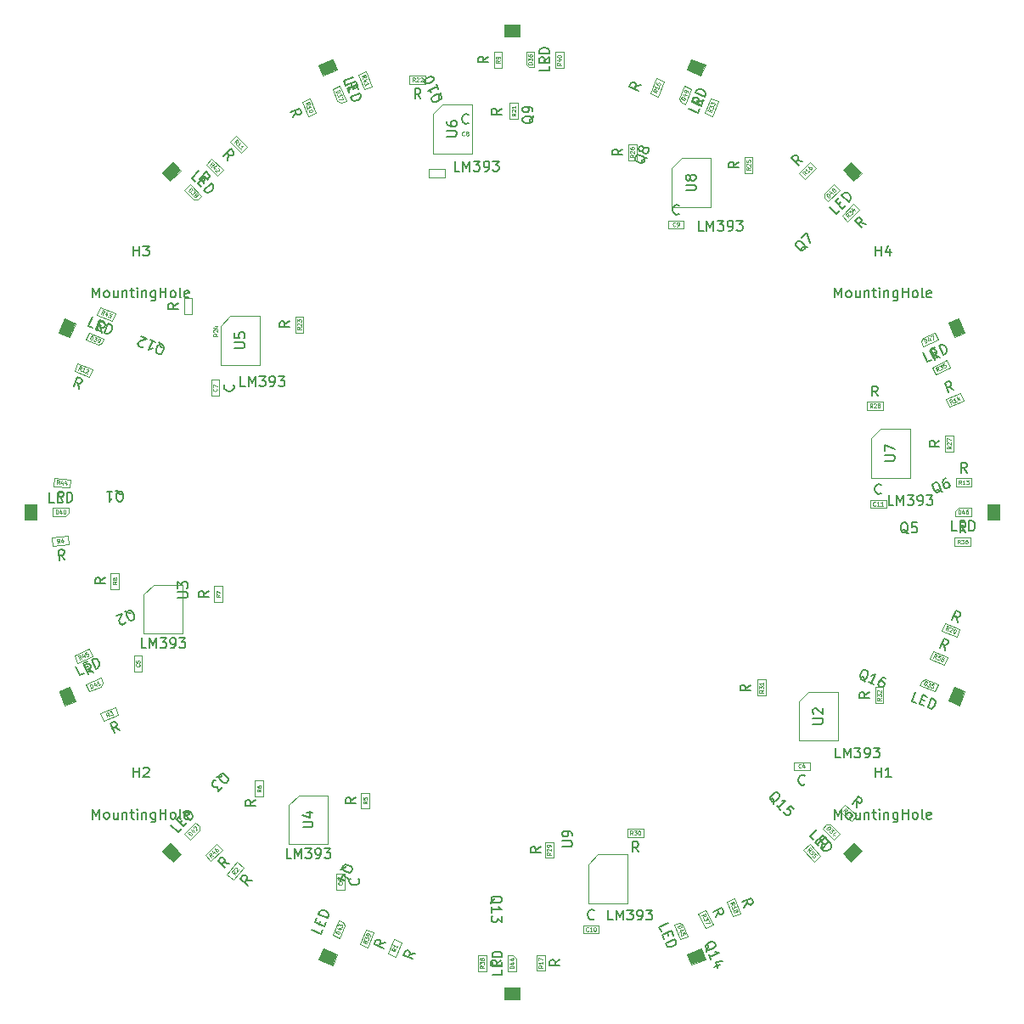
<source format=gbr>
%TF.GenerationSoftware,KiCad,Pcbnew,9.0.6-9.0.6~ubuntu22.04.1*%
%TF.CreationDate,2025-11-25T23:45:25+09:00*%
%TF.ProjectId,LineSensor,4c696e65-5365-46e7-936f-722e6b696361,rev?*%
%TF.SameCoordinates,Original*%
%TF.FileFunction,AssemblyDrawing,Top*%
%FSLAX46Y46*%
G04 Gerber Fmt 4.6, Leading zero omitted, Abs format (unit mm)*
G04 Created by KiCad (PCBNEW 9.0.6-9.0.6~ubuntu22.04.1) date 2025-11-25 23:45:25*
%MOMM*%
%LPD*%
G01*
G04 APERTURE LIST*
%ADD10C,0.150000*%
%ADD11C,0.060000*%
%ADD12C,0.100000*%
G04 APERTURE END LIST*
D10*
X162864592Y-57452365D02*
X162297088Y-57578094D01*
X162645916Y-57980296D02*
X161722036Y-57597612D01*
X161722036Y-57597612D02*
X161867821Y-57245658D01*
X161867821Y-57245658D02*
X161948261Y-57175893D01*
X161948261Y-57175893D02*
X162010478Y-57150121D01*
X162010478Y-57150121D02*
X162116690Y-57142573D01*
X162116690Y-57142573D02*
X162248672Y-57197242D01*
X162248672Y-57197242D02*
X162318438Y-57277683D01*
X162318438Y-57277683D02*
X162344209Y-57339900D01*
X162344209Y-57339900D02*
X162351757Y-57446111D01*
X162351757Y-57446111D02*
X162205973Y-57798065D01*
D11*
X164518874Y-57964148D02*
X164291872Y-58014440D01*
X164431403Y-58175320D02*
X164061851Y-58022247D01*
X164061851Y-58022247D02*
X164120165Y-57881465D01*
X164120165Y-57881465D02*
X164152341Y-57853559D01*
X164152341Y-57853559D02*
X164177228Y-57843251D01*
X164177228Y-57843251D02*
X164219713Y-57840231D01*
X164219713Y-57840231D02*
X164272506Y-57862099D01*
X164272506Y-57862099D02*
X164300412Y-57894275D01*
X164300412Y-57894275D02*
X164310720Y-57919162D01*
X164310720Y-57919162D02*
X164313740Y-57961647D01*
X164313740Y-57961647D02*
X164255426Y-58102428D01*
X164664658Y-57612194D02*
X164577187Y-57823366D01*
X164620922Y-57717780D02*
X164251371Y-57564707D01*
X164251371Y-57564707D02*
X164289585Y-57621770D01*
X164289585Y-57621770D02*
X164310202Y-57671543D01*
X164310202Y-57671543D02*
X164313222Y-57714028D01*
X164433601Y-57124764D02*
X164360709Y-57300741D01*
X164360709Y-57300741D02*
X164529396Y-57391231D01*
X164529396Y-57391231D02*
X164519088Y-57366344D01*
X164519088Y-57366344D02*
X164516069Y-57323860D01*
X164516069Y-57323860D02*
X164552515Y-57235871D01*
X164552515Y-57235871D02*
X164584691Y-57207965D01*
X164584691Y-57207965D02*
X164609578Y-57197656D01*
X164609578Y-57197656D02*
X164652062Y-57194637D01*
X164652062Y-57194637D02*
X164740051Y-57231083D01*
X164740051Y-57231083D02*
X164767957Y-57263259D01*
X164767957Y-57263259D02*
X164778266Y-57288146D01*
X164778266Y-57288146D02*
X164781285Y-57330631D01*
X164781285Y-57330631D02*
X164744839Y-57418619D01*
X164744839Y-57418619D02*
X164712663Y-57446526D01*
X164712663Y-57446526D02*
X164687776Y-57456834D01*
D10*
X147849942Y-139028571D02*
X147897561Y-138933333D01*
X147897561Y-138933333D02*
X147992800Y-138838095D01*
X147992800Y-138838095D02*
X148135657Y-138695238D01*
X148135657Y-138695238D02*
X148183276Y-138600000D01*
X148183276Y-138600000D02*
X148183276Y-138504762D01*
X147945180Y-138552381D02*
X147992800Y-138457143D01*
X147992800Y-138457143D02*
X148088038Y-138361905D01*
X148088038Y-138361905D02*
X148278514Y-138314286D01*
X148278514Y-138314286D02*
X148611847Y-138314286D01*
X148611847Y-138314286D02*
X148802323Y-138361905D01*
X148802323Y-138361905D02*
X148897561Y-138457143D01*
X148897561Y-138457143D02*
X148945180Y-138552381D01*
X148945180Y-138552381D02*
X148945180Y-138742857D01*
X148945180Y-138742857D02*
X148897561Y-138838095D01*
X148897561Y-138838095D02*
X148802323Y-138933333D01*
X148802323Y-138933333D02*
X148611847Y-138980952D01*
X148611847Y-138980952D02*
X148278514Y-138980952D01*
X148278514Y-138980952D02*
X148088038Y-138933333D01*
X148088038Y-138933333D02*
X147992800Y-138838095D01*
X147992800Y-138838095D02*
X147945180Y-138742857D01*
X147945180Y-138742857D02*
X147945180Y-138552381D01*
X147945180Y-139933333D02*
X147945180Y-139361905D01*
X147945180Y-139647619D02*
X148945180Y-139647619D01*
X148945180Y-139647619D02*
X148802323Y-139552381D01*
X148802323Y-139552381D02*
X148707085Y-139457143D01*
X148707085Y-139457143D02*
X148659466Y-139361905D01*
X148945180Y-140266667D02*
X148945180Y-140885714D01*
X148945180Y-140885714D02*
X148564228Y-140552381D01*
X148564228Y-140552381D02*
X148564228Y-140695238D01*
X148564228Y-140695238D02*
X148516609Y-140790476D01*
X148516609Y-140790476D02*
X148468990Y-140838095D01*
X148468990Y-140838095D02*
X148373752Y-140885714D01*
X148373752Y-140885714D02*
X148135657Y-140885714D01*
X148135657Y-140885714D02*
X148040419Y-140838095D01*
X148040419Y-140838095D02*
X147992800Y-140790476D01*
X147992800Y-140790476D02*
X147945180Y-140695238D01*
X147945180Y-140695238D02*
X147945180Y-140409524D01*
X147945180Y-140409524D02*
X147992800Y-140314286D01*
X147992800Y-140314286D02*
X148040419Y-140266667D01*
X180032467Y-132698004D02*
X179695750Y-132361287D01*
X179695750Y-132361287D02*
X180402856Y-131654180D01*
X180638559Y-132563318D02*
X180874261Y-132799020D01*
X180604887Y-133270424D02*
X180268170Y-132933707D01*
X180268170Y-132933707D02*
X180975276Y-132226600D01*
X180975276Y-132226600D02*
X181311994Y-132563318D01*
X180907933Y-133573470D02*
X181615040Y-132866363D01*
X181615040Y-132866363D02*
X181783398Y-133034722D01*
X181783398Y-133034722D02*
X181850742Y-133169409D01*
X181850742Y-133169409D02*
X181850742Y-133304096D01*
X181850742Y-133304096D02*
X181817070Y-133405111D01*
X181817070Y-133405111D02*
X181716055Y-133573470D01*
X181716055Y-133573470D02*
X181615040Y-133674485D01*
X181615040Y-133674485D02*
X181446681Y-133775501D01*
X181446681Y-133775501D02*
X181345666Y-133809172D01*
X181345666Y-133809172D02*
X181210979Y-133809172D01*
X181210979Y-133809172D02*
X181076292Y-133741829D01*
X181076292Y-133741829D02*
X180907933Y-133573470D01*
D11*
X181347711Y-131604995D02*
X181630553Y-131322152D01*
X181630553Y-131322152D02*
X181697897Y-131389496D01*
X181697897Y-131389496D02*
X181724834Y-131443371D01*
X181724834Y-131443371D02*
X181724834Y-131497246D01*
X181724834Y-131497246D02*
X181711366Y-131537652D01*
X181711366Y-131537652D02*
X181670959Y-131604995D01*
X181670959Y-131604995D02*
X181630553Y-131645401D01*
X181630553Y-131645401D02*
X181563210Y-131685807D01*
X181563210Y-131685807D02*
X181522804Y-131699276D01*
X181522804Y-131699276D02*
X181468929Y-131699276D01*
X181468929Y-131699276D02*
X181415054Y-131672339D01*
X181415054Y-131672339D02*
X181347711Y-131604995D01*
X181886459Y-131578058D02*
X182061552Y-131753151D01*
X182061552Y-131753151D02*
X181859521Y-131766620D01*
X181859521Y-131766620D02*
X181899927Y-131807026D01*
X181899927Y-131807026D02*
X181913396Y-131847432D01*
X181913396Y-131847432D02*
X181913396Y-131874369D01*
X181913396Y-131874369D02*
X181899927Y-131914775D01*
X181899927Y-131914775D02*
X181832584Y-131982119D01*
X181832584Y-131982119D02*
X181792178Y-131995587D01*
X181792178Y-131995587D02*
X181765240Y-131995587D01*
X181765240Y-131995587D02*
X181724834Y-131982119D01*
X181724834Y-131982119D02*
X181644022Y-131901307D01*
X181644022Y-131901307D02*
X181630553Y-131860900D01*
X181630553Y-131860900D02*
X181630553Y-131833963D01*
X182209707Y-132089868D02*
X182021145Y-132278430D01*
X182250113Y-131914775D02*
X181980739Y-132049462D01*
X181980739Y-132049462D02*
X182155832Y-132224555D01*
D10*
X164868904Y-141833291D02*
X164690520Y-141391775D01*
X164690520Y-141391775D02*
X165617704Y-141017168D01*
X165479441Y-141946130D02*
X165604310Y-142255191D01*
X165172157Y-142583868D02*
X164993773Y-142142352D01*
X164993773Y-142142352D02*
X165920957Y-141767746D01*
X165920957Y-141767746D02*
X166099341Y-142209262D01*
X165332703Y-142981233D02*
X166259887Y-142606626D01*
X166259887Y-142606626D02*
X166349079Y-142827384D01*
X166349079Y-142827384D02*
X166358442Y-142977678D01*
X166358442Y-142977678D02*
X166305816Y-143101658D01*
X166305816Y-143101658D02*
X166235351Y-143181486D01*
X166235351Y-143181486D02*
X166076583Y-143296991D01*
X166076583Y-143296991D02*
X165944128Y-143350507D01*
X165944128Y-143350507D02*
X165749683Y-143377709D01*
X165749683Y-143377709D02*
X165643542Y-143369234D01*
X165643542Y-143369234D02*
X165519562Y-143316607D01*
X165519562Y-143316607D02*
X165421895Y-143201991D01*
X165421895Y-143201991D02*
X165332703Y-142981233D01*
D11*
X166506665Y-141341078D02*
X166877538Y-141191235D01*
X166877538Y-141191235D02*
X166913215Y-141279538D01*
X166913215Y-141279538D02*
X166916960Y-141339656D01*
X166916960Y-141339656D02*
X166895910Y-141389248D01*
X166895910Y-141389248D02*
X166867724Y-141421179D01*
X166867724Y-141421179D02*
X166804217Y-141467381D01*
X166804217Y-141467381D02*
X166751235Y-141488787D01*
X166751235Y-141488787D02*
X166673457Y-141499668D01*
X166673457Y-141499668D02*
X166631000Y-141496278D01*
X166631000Y-141496278D02*
X166581408Y-141475227D01*
X166581408Y-141475227D02*
X166542341Y-141429381D01*
X166542341Y-141429381D02*
X166506665Y-141341078D01*
X166967974Y-141771002D02*
X166720725Y-141870897D01*
X167073583Y-141625616D02*
X166772996Y-141644343D01*
X166772996Y-141644343D02*
X166865756Y-141873931D01*
X167241441Y-142091928D02*
X167170088Y-141915321D01*
X167170088Y-141915321D02*
X166986346Y-141969014D01*
X166986346Y-141969014D02*
X167011142Y-141979539D01*
X167011142Y-141979539D02*
X167043073Y-142007725D01*
X167043073Y-142007725D02*
X167078750Y-142096029D01*
X167078750Y-142096029D02*
X167075360Y-142138485D01*
X167075360Y-142138485D02*
X167064835Y-142163281D01*
X167064835Y-142163281D02*
X167036649Y-142195213D01*
X167036649Y-142195213D02*
X166948346Y-142230889D01*
X166948346Y-142230889D02*
X166905889Y-142227500D01*
X166905889Y-142227500D02*
X166881093Y-142216974D01*
X166881093Y-142216974D02*
X166849162Y-142188788D01*
X166849162Y-142188788D02*
X166813485Y-142100485D01*
X166813485Y-142100485D02*
X166816875Y-142058028D01*
X166816875Y-142058028D02*
X166827400Y-142033232D01*
D10*
X178984074Y-65036812D02*
X178411654Y-64935796D01*
X178580012Y-65440873D02*
X177872906Y-64733766D01*
X177872906Y-64733766D02*
X178142280Y-64464392D01*
X178142280Y-64464392D02*
X178243295Y-64430720D01*
X178243295Y-64430720D02*
X178310638Y-64430720D01*
X178310638Y-64430720D02*
X178411654Y-64464392D01*
X178411654Y-64464392D02*
X178512669Y-64565407D01*
X178512669Y-64565407D02*
X178546341Y-64666422D01*
X178546341Y-64666422D02*
X178546341Y-64733766D01*
X178546341Y-64733766D02*
X178512669Y-64834781D01*
X178512669Y-64834781D02*
X178243295Y-65104155D01*
D11*
X179401580Y-66255704D02*
X179172612Y-66215298D01*
X179239955Y-66417328D02*
X178957112Y-66134486D01*
X178957112Y-66134486D02*
X179064862Y-66026736D01*
X179064862Y-66026736D02*
X179105268Y-66013267D01*
X179105268Y-66013267D02*
X179132206Y-66013267D01*
X179132206Y-66013267D02*
X179172612Y-66026736D01*
X179172612Y-66026736D02*
X179213018Y-66067142D01*
X179213018Y-66067142D02*
X179226486Y-66107548D01*
X179226486Y-66107548D02*
X179226486Y-66134486D01*
X179226486Y-66134486D02*
X179213018Y-66174892D01*
X179213018Y-66174892D02*
X179105268Y-66282641D01*
X179670954Y-65986330D02*
X179509329Y-66147954D01*
X179590141Y-66067142D02*
X179307299Y-65784299D01*
X179307299Y-65784299D02*
X179320767Y-65851643D01*
X179320767Y-65851643D02*
X179320767Y-65905518D01*
X179320767Y-65905518D02*
X179307299Y-65945924D01*
X179630547Y-65461051D02*
X179576672Y-65514926D01*
X179576672Y-65514926D02*
X179563204Y-65555332D01*
X179563204Y-65555332D02*
X179563204Y-65582269D01*
X179563204Y-65582269D02*
X179576672Y-65649613D01*
X179576672Y-65649613D02*
X179617079Y-65716956D01*
X179617079Y-65716956D02*
X179724828Y-65824706D01*
X179724828Y-65824706D02*
X179765234Y-65838174D01*
X179765234Y-65838174D02*
X179792172Y-65838174D01*
X179792172Y-65838174D02*
X179832578Y-65824706D01*
X179832578Y-65824706D02*
X179886453Y-65770831D01*
X179886453Y-65770831D02*
X179899921Y-65730425D01*
X179899921Y-65730425D02*
X179899921Y-65703487D01*
X179899921Y-65703487D02*
X179886453Y-65663081D01*
X179886453Y-65663081D02*
X179819109Y-65595738D01*
X179819109Y-65595738D02*
X179778703Y-65582269D01*
X179778703Y-65582269D02*
X179751766Y-65582269D01*
X179751766Y-65582269D02*
X179711359Y-65595738D01*
X179711359Y-65595738D02*
X179657485Y-65649613D01*
X179657485Y-65649613D02*
X179644016Y-65690019D01*
X179644016Y-65690019D02*
X179644016Y-65716956D01*
X179644016Y-65716956D02*
X179657485Y-65757362D01*
D10*
X173158590Y-139413253D02*
X173475238Y-138925808D01*
X172944529Y-138883434D02*
X173871713Y-138508827D01*
X173871713Y-138508827D02*
X174014420Y-138862040D01*
X174014420Y-138862040D02*
X174005946Y-138968182D01*
X174005946Y-138968182D02*
X173979633Y-139030172D01*
X173979633Y-139030172D02*
X173909168Y-139110000D01*
X173909168Y-139110000D02*
X173776713Y-139163515D01*
X173776713Y-139163515D02*
X173670571Y-139155041D01*
X173670571Y-139155041D02*
X173608581Y-139128727D01*
X173608581Y-139128727D02*
X173528753Y-139058263D01*
X173528753Y-139058263D02*
X173386045Y-138705050D01*
D11*
X171856163Y-139263677D02*
X171982822Y-139068699D01*
X171770539Y-139051750D02*
X172141412Y-138901907D01*
X172141412Y-138901907D02*
X172198495Y-139043192D01*
X172198495Y-139043192D02*
X172195105Y-139085649D01*
X172195105Y-139085649D02*
X172184580Y-139110445D01*
X172184580Y-139110445D02*
X172156394Y-139142376D01*
X172156394Y-139142376D02*
X172103412Y-139163782D01*
X172103412Y-139163782D02*
X172060955Y-139160392D01*
X172060955Y-139160392D02*
X172036159Y-139149867D01*
X172036159Y-139149867D02*
X172004228Y-139121681D01*
X172004228Y-139121681D02*
X171947145Y-138980396D01*
X171998870Y-139616890D02*
X171913246Y-139404963D01*
X171956058Y-139510926D02*
X172326932Y-139361084D01*
X172326932Y-139361084D02*
X172259679Y-139347169D01*
X172259679Y-139347169D02*
X172210087Y-139326118D01*
X172210087Y-139326118D02*
X172178155Y-139297932D01*
X172296422Y-139743193D02*
X172299812Y-139700737D01*
X172299812Y-139700737D02*
X172310337Y-139675941D01*
X172310337Y-139675941D02*
X172338523Y-139644009D01*
X172338523Y-139644009D02*
X172356184Y-139636874D01*
X172356184Y-139636874D02*
X172398641Y-139640264D01*
X172398641Y-139640264D02*
X172423437Y-139650789D01*
X172423437Y-139650789D02*
X172455368Y-139678975D01*
X172455368Y-139678975D02*
X172483909Y-139749618D01*
X172483909Y-139749618D02*
X172480519Y-139792074D01*
X172480519Y-139792074D02*
X172469994Y-139816870D01*
X172469994Y-139816870D02*
X172441808Y-139848802D01*
X172441808Y-139848802D02*
X172424148Y-139855937D01*
X172424148Y-139855937D02*
X172381691Y-139852547D01*
X172381691Y-139852547D02*
X172356895Y-139842022D01*
X172356895Y-139842022D02*
X172324964Y-139813836D01*
X172324964Y-139813836D02*
X172296422Y-139743193D01*
X172296422Y-139743193D02*
X172264491Y-139715007D01*
X172264491Y-139715007D02*
X172239695Y-139704482D01*
X172239695Y-139704482D02*
X172197238Y-139701092D01*
X172197238Y-139701092D02*
X172126596Y-139729634D01*
X172126596Y-139729634D02*
X172098410Y-139761565D01*
X172098410Y-139761565D02*
X172087884Y-139786361D01*
X172087884Y-139786361D02*
X172084494Y-139828818D01*
X172084494Y-139828818D02*
X172113036Y-139899460D01*
X172113036Y-139899460D02*
X172144967Y-139927646D01*
X172144967Y-139927646D02*
X172169763Y-139938172D01*
X172169763Y-139938172D02*
X172212220Y-139941561D01*
X172212220Y-139941561D02*
X172282862Y-139913020D01*
X172282862Y-139913020D02*
X172311048Y-139881089D01*
X172311048Y-139881089D02*
X172321574Y-139856293D01*
X172321574Y-139856293D02*
X172324964Y-139813836D01*
D10*
X140897023Y-58784819D02*
X140563690Y-58308628D01*
X140325595Y-58784819D02*
X140325595Y-57784819D01*
X140325595Y-57784819D02*
X140706547Y-57784819D01*
X140706547Y-57784819D02*
X140801785Y-57832438D01*
X140801785Y-57832438D02*
X140849404Y-57880057D01*
X140849404Y-57880057D02*
X140897023Y-57975295D01*
X140897023Y-57975295D02*
X140897023Y-58118152D01*
X140897023Y-58118152D02*
X140849404Y-58213390D01*
X140849404Y-58213390D02*
X140801785Y-58261009D01*
X140801785Y-58261009D02*
X140706547Y-58308628D01*
X140706547Y-58308628D02*
X140325595Y-58308628D01*
D11*
X140330357Y-57081927D02*
X140197024Y-56891451D01*
X140101786Y-57081927D02*
X140101786Y-56681927D01*
X140101786Y-56681927D02*
X140254167Y-56681927D01*
X140254167Y-56681927D02*
X140292262Y-56700975D01*
X140292262Y-56700975D02*
X140311309Y-56720022D01*
X140311309Y-56720022D02*
X140330357Y-56758118D01*
X140330357Y-56758118D02*
X140330357Y-56815260D01*
X140330357Y-56815260D02*
X140311309Y-56853356D01*
X140311309Y-56853356D02*
X140292262Y-56872403D01*
X140292262Y-56872403D02*
X140254167Y-56891451D01*
X140254167Y-56891451D02*
X140101786Y-56891451D01*
X140482738Y-56720022D02*
X140501786Y-56700975D01*
X140501786Y-56700975D02*
X140539881Y-56681927D01*
X140539881Y-56681927D02*
X140635119Y-56681927D01*
X140635119Y-56681927D02*
X140673214Y-56700975D01*
X140673214Y-56700975D02*
X140692262Y-56720022D01*
X140692262Y-56720022D02*
X140711309Y-56758118D01*
X140711309Y-56758118D02*
X140711309Y-56796213D01*
X140711309Y-56796213D02*
X140692262Y-56853356D01*
X140692262Y-56853356D02*
X140463690Y-57081927D01*
X140463690Y-57081927D02*
X140711309Y-57081927D01*
X140863690Y-56720022D02*
X140882738Y-56700975D01*
X140882738Y-56700975D02*
X140920833Y-56681927D01*
X140920833Y-56681927D02*
X141016071Y-56681927D01*
X141016071Y-56681927D02*
X141054166Y-56700975D01*
X141054166Y-56700975D02*
X141073214Y-56720022D01*
X141073214Y-56720022D02*
X141092261Y-56758118D01*
X141092261Y-56758118D02*
X141092261Y-56796213D01*
X141092261Y-56796213D02*
X141073214Y-56853356D01*
X141073214Y-56853356D02*
X140844642Y-57081927D01*
X140844642Y-57081927D02*
X141092261Y-57081927D01*
D10*
X185234907Y-116921981D02*
X185165142Y-116841541D01*
X185165142Y-116841541D02*
X185113599Y-116717106D01*
X185113599Y-116717106D02*
X185036285Y-116530454D01*
X185036285Y-116530454D02*
X184966520Y-116450014D01*
X184966520Y-116450014D02*
X184878531Y-116413568D01*
X184831410Y-116651762D02*
X184761645Y-116571322D01*
X184761645Y-116571322D02*
X184710102Y-116446887D01*
X184710102Y-116446887D02*
X184739000Y-116252687D01*
X184739000Y-116252687D02*
X184866561Y-115944727D01*
X184866561Y-115944727D02*
X184983448Y-115786973D01*
X184983448Y-115786973D02*
X185107882Y-115735431D01*
X185107882Y-115735431D02*
X185214094Y-115727883D01*
X185214094Y-115727883D02*
X185390071Y-115800775D01*
X185390071Y-115800775D02*
X185459836Y-115881215D01*
X185459836Y-115881215D02*
X185511379Y-116005650D01*
X185511379Y-116005650D02*
X185482481Y-116199850D01*
X185482481Y-116199850D02*
X185354920Y-116507810D01*
X185354920Y-116507810D02*
X185238034Y-116665564D01*
X185238034Y-116665564D02*
X185113599Y-116717106D01*
X185113599Y-116717106D02*
X185007387Y-116724654D01*
X185007387Y-116724654D02*
X184831410Y-116651762D01*
X186107244Y-117180230D02*
X185579313Y-116961554D01*
X185843278Y-117070892D02*
X186225962Y-116147012D01*
X186225962Y-116147012D02*
X186083304Y-116242549D01*
X186083304Y-116242549D02*
X185958870Y-116294091D01*
X185958870Y-116294091D02*
X185852658Y-116301640D01*
X187281824Y-116584365D02*
X187105847Y-116511473D01*
X187105847Y-116511473D02*
X186999636Y-116519021D01*
X186999636Y-116519021D02*
X186937418Y-116544792D01*
X186937418Y-116544792D02*
X186794761Y-116640329D01*
X186794761Y-116640329D02*
X186677874Y-116798083D01*
X186677874Y-116798083D02*
X186532090Y-117150037D01*
X186532090Y-117150037D02*
X186539638Y-117256248D01*
X186539638Y-117256248D02*
X186565410Y-117318466D01*
X186565410Y-117318466D02*
X186635175Y-117398906D01*
X186635175Y-117398906D02*
X186811152Y-117471798D01*
X186811152Y-117471798D02*
X186917364Y-117464250D01*
X186917364Y-117464250D02*
X186979581Y-117438479D01*
X186979581Y-117438479D02*
X187060021Y-117368713D01*
X187060021Y-117368713D02*
X187151137Y-117148742D01*
X187151137Y-117148742D02*
X187143588Y-117042530D01*
X187143588Y-117042530D02*
X187117817Y-116980313D01*
X187117817Y-116980313D02*
X187048052Y-116899873D01*
X187048052Y-116899873D02*
X186872074Y-116826981D01*
X186872074Y-116826981D02*
X186765863Y-116834529D01*
X186765863Y-116834529D02*
X186703646Y-116860300D01*
X186703646Y-116860300D02*
X186623205Y-116930066D01*
X158182749Y-140550003D02*
X158135130Y-140597623D01*
X158135130Y-140597623D02*
X157992273Y-140645242D01*
X157992273Y-140645242D02*
X157897035Y-140645242D01*
X157897035Y-140645242D02*
X157754178Y-140597623D01*
X157754178Y-140597623D02*
X157658940Y-140502384D01*
X157658940Y-140502384D02*
X157611321Y-140407146D01*
X157611321Y-140407146D02*
X157563702Y-140216670D01*
X157563702Y-140216670D02*
X157563702Y-140073813D01*
X157563702Y-140073813D02*
X157611321Y-139883337D01*
X157611321Y-139883337D02*
X157658940Y-139788099D01*
X157658940Y-139788099D02*
X157754178Y-139692861D01*
X157754178Y-139692861D02*
X157897035Y-139645242D01*
X157897035Y-139645242D02*
X157992273Y-139645242D01*
X157992273Y-139645242D02*
X158135130Y-139692861D01*
X158135130Y-139692861D02*
X158182749Y-139740480D01*
D11*
X157616083Y-141764255D02*
X157597035Y-141783303D01*
X157597035Y-141783303D02*
X157539893Y-141802350D01*
X157539893Y-141802350D02*
X157501797Y-141802350D01*
X157501797Y-141802350D02*
X157444654Y-141783303D01*
X157444654Y-141783303D02*
X157406559Y-141745207D01*
X157406559Y-141745207D02*
X157387512Y-141707112D01*
X157387512Y-141707112D02*
X157368464Y-141630922D01*
X157368464Y-141630922D02*
X157368464Y-141573779D01*
X157368464Y-141573779D02*
X157387512Y-141497588D01*
X157387512Y-141497588D02*
X157406559Y-141459493D01*
X157406559Y-141459493D02*
X157444654Y-141421398D01*
X157444654Y-141421398D02*
X157501797Y-141402350D01*
X157501797Y-141402350D02*
X157539893Y-141402350D01*
X157539893Y-141402350D02*
X157597035Y-141421398D01*
X157597035Y-141421398D02*
X157616083Y-141440445D01*
X157997035Y-141802350D02*
X157768464Y-141802350D01*
X157882750Y-141802350D02*
X157882750Y-141402350D01*
X157882750Y-141402350D02*
X157844654Y-141459493D01*
X157844654Y-141459493D02*
X157806559Y-141497588D01*
X157806559Y-141497588D02*
X157768464Y-141516636D01*
X158244654Y-141402350D02*
X158282749Y-141402350D01*
X158282749Y-141402350D02*
X158320845Y-141421398D01*
X158320845Y-141421398D02*
X158339892Y-141440445D01*
X158339892Y-141440445D02*
X158358940Y-141478541D01*
X158358940Y-141478541D02*
X158377987Y-141554731D01*
X158377987Y-141554731D02*
X158377987Y-141649969D01*
X158377987Y-141649969D02*
X158358940Y-141726160D01*
X158358940Y-141726160D02*
X158339892Y-141764255D01*
X158339892Y-141764255D02*
X158320845Y-141783303D01*
X158320845Y-141783303D02*
X158282749Y-141802350D01*
X158282749Y-141802350D02*
X158244654Y-141802350D01*
X158244654Y-141802350D02*
X158206559Y-141783303D01*
X158206559Y-141783303D02*
X158187511Y-141764255D01*
X158187511Y-141764255D02*
X158168464Y-141726160D01*
X158168464Y-141726160D02*
X158149416Y-141649969D01*
X158149416Y-141649969D02*
X158149416Y-141554731D01*
X158149416Y-141554731D02*
X158168464Y-141478541D01*
X158168464Y-141478541D02*
X158187511Y-141440445D01*
X158187511Y-141440445D02*
X158206559Y-141421398D01*
X158206559Y-141421398D02*
X158244654Y-141402350D01*
D10*
X128127904Y-60664213D02*
X128440286Y-60174023D01*
X127909228Y-60136282D02*
X128833107Y-59753598D01*
X128833107Y-59753598D02*
X128978892Y-60105552D01*
X128978892Y-60105552D02*
X128971343Y-60211764D01*
X128971343Y-60211764D02*
X128945572Y-60273981D01*
X128945572Y-60273981D02*
X128875807Y-60354422D01*
X128875807Y-60354422D02*
X128743824Y-60409091D01*
X128743824Y-60409091D02*
X128637612Y-60401542D01*
X128637612Y-60401542D02*
X128575395Y-60375771D01*
X128575395Y-60375771D02*
X128494955Y-60306006D01*
X128494955Y-60306006D02*
X128349171Y-59954052D01*
D11*
X129484317Y-59489012D02*
X129609270Y-59292935D01*
X129396847Y-59277839D02*
X129766398Y-59124766D01*
X129766398Y-59124766D02*
X129824712Y-59265547D01*
X129824712Y-59265547D02*
X129821693Y-59308032D01*
X129821693Y-59308032D02*
X129811384Y-59332919D01*
X129811384Y-59332919D02*
X129783478Y-59365095D01*
X129783478Y-59365095D02*
X129730685Y-59386963D01*
X129730685Y-59386963D02*
X129688200Y-59383943D01*
X129688200Y-59383943D02*
X129663313Y-59373635D01*
X129663313Y-59373635D02*
X129631137Y-59345729D01*
X129631137Y-59345729D02*
X129572824Y-59204947D01*
X129630101Y-59840966D02*
X129542631Y-59629793D01*
X129586366Y-59735379D02*
X129955918Y-59582306D01*
X129955918Y-59582306D02*
X129888546Y-59568978D01*
X129888546Y-59568978D02*
X129838772Y-59548361D01*
X129838772Y-59548361D02*
X129806596Y-59520455D01*
X130094413Y-59916662D02*
X130108991Y-59951857D01*
X130108991Y-59951857D02*
X130105972Y-59994342D01*
X130105972Y-59994342D02*
X130095663Y-60019229D01*
X130095663Y-60019229D02*
X130067757Y-60051405D01*
X130067757Y-60051405D02*
X130004655Y-60098160D01*
X130004655Y-60098160D02*
X129916667Y-60134606D01*
X129916667Y-60134606D02*
X129838987Y-60146165D01*
X129838987Y-60146165D02*
X129796502Y-60143146D01*
X129796502Y-60143146D02*
X129771615Y-60132837D01*
X129771615Y-60132837D02*
X129739439Y-60104931D01*
X129739439Y-60104931D02*
X129724861Y-60069735D01*
X129724861Y-60069735D02*
X129727880Y-60027251D01*
X129727880Y-60027251D02*
X129738189Y-60002364D01*
X129738189Y-60002364D02*
X129766095Y-59970188D01*
X129766095Y-59970188D02*
X129829196Y-59923433D01*
X129829196Y-59923433D02*
X129917185Y-59886987D01*
X129917185Y-59886987D02*
X129994865Y-59875428D01*
X129994865Y-59875428D02*
X130037350Y-59878447D01*
X130037350Y-59878447D02*
X130062237Y-59888756D01*
X130062237Y-59888756D02*
X130094413Y-59916662D01*
D10*
X137398401Y-142955593D02*
X136830897Y-143081322D01*
X137179725Y-143483524D02*
X136255845Y-143100840D01*
X136255845Y-143100840D02*
X136401630Y-142748886D01*
X136401630Y-142748886D02*
X136482070Y-142679121D01*
X136482070Y-142679121D02*
X136544287Y-142653349D01*
X136544287Y-142653349D02*
X136650499Y-142645801D01*
X136650499Y-142645801D02*
X136782481Y-142700470D01*
X136782481Y-142700470D02*
X136852247Y-142780911D01*
X136852247Y-142780911D02*
X136878018Y-142843128D01*
X136878018Y-142843128D02*
X136885566Y-142949339D01*
X136885566Y-142949339D02*
X136739782Y-143301293D01*
D11*
X135608281Y-142827456D02*
X135381279Y-142877748D01*
X135520810Y-143038628D02*
X135151258Y-142885555D01*
X135151258Y-142885555D02*
X135209572Y-142744773D01*
X135209572Y-142744773D02*
X135241748Y-142716867D01*
X135241748Y-142716867D02*
X135266635Y-142706559D01*
X135266635Y-142706559D02*
X135309120Y-142703539D01*
X135309120Y-142703539D02*
X135361913Y-142725407D01*
X135361913Y-142725407D02*
X135389819Y-142757583D01*
X135389819Y-142757583D02*
X135400127Y-142782470D01*
X135400127Y-142782470D02*
X135403147Y-142824955D01*
X135403147Y-142824955D02*
X135344833Y-142965736D01*
X135289753Y-142551199D02*
X135384513Y-142322428D01*
X135384513Y-142322428D02*
X135474270Y-142503926D01*
X135474270Y-142503926D02*
X135496138Y-142451133D01*
X135496138Y-142451133D02*
X135528314Y-142423227D01*
X135528314Y-142423227D02*
X135553201Y-142412918D01*
X135553201Y-142412918D02*
X135595685Y-142409899D01*
X135595685Y-142409899D02*
X135683674Y-142446345D01*
X135683674Y-142446345D02*
X135711580Y-142478521D01*
X135711580Y-142478521D02*
X135721889Y-142503408D01*
X135721889Y-142503408D02*
X135724908Y-142545893D01*
X135724908Y-142545893D02*
X135681173Y-142651479D01*
X135681173Y-142651479D02*
X135648996Y-142679385D01*
X135648996Y-142679385D02*
X135624110Y-142689694D01*
X135826957Y-142299525D02*
X135856113Y-142229134D01*
X135856113Y-142229134D02*
X135853094Y-142186650D01*
X135853094Y-142186650D02*
X135842786Y-142161763D01*
X135842786Y-142161763D02*
X135804571Y-142104700D01*
X135804571Y-142104700D02*
X135741469Y-142057945D01*
X135741469Y-142057945D02*
X135600688Y-141999631D01*
X135600688Y-141999631D02*
X135558203Y-142002651D01*
X135558203Y-142002651D02*
X135533316Y-142012959D01*
X135533316Y-142012959D02*
X135501140Y-142040865D01*
X135501140Y-142040865D02*
X135471983Y-142111256D01*
X135471983Y-142111256D02*
X135475003Y-142153741D01*
X135475003Y-142153741D02*
X135485311Y-142178628D01*
X135485311Y-142178628D02*
X135513217Y-142210804D01*
X135513217Y-142210804D02*
X135601206Y-142247250D01*
X135601206Y-142247250D02*
X135643690Y-142244231D01*
X135643690Y-142244231D02*
X135668577Y-142233922D01*
X135668577Y-142233922D02*
X135700753Y-142206016D01*
X135700753Y-142206016D02*
X135729910Y-142135625D01*
X135729910Y-142135625D02*
X135726891Y-142093141D01*
X135726891Y-142093141D02*
X135716582Y-142068254D01*
X135716582Y-142068254D02*
X135688676Y-142036077D01*
D10*
X148954819Y-59765476D02*
X148478628Y-60098809D01*
X148954819Y-60336904D02*
X147954819Y-60336904D01*
X147954819Y-60336904D02*
X147954819Y-59955952D01*
X147954819Y-59955952D02*
X148002438Y-59860714D01*
X148002438Y-59860714D02*
X148050057Y-59813095D01*
X148050057Y-59813095D02*
X148145295Y-59765476D01*
X148145295Y-59765476D02*
X148288152Y-59765476D01*
X148288152Y-59765476D02*
X148383390Y-59813095D01*
X148383390Y-59813095D02*
X148431009Y-59860714D01*
X148431009Y-59860714D02*
X148478628Y-59955952D01*
X148478628Y-59955952D02*
X148478628Y-60336904D01*
D11*
X150381927Y-60269642D02*
X150191451Y-60402975D01*
X150381927Y-60498213D02*
X149981927Y-60498213D01*
X149981927Y-60498213D02*
X149981927Y-60345832D01*
X149981927Y-60345832D02*
X150000975Y-60307737D01*
X150000975Y-60307737D02*
X150020022Y-60288690D01*
X150020022Y-60288690D02*
X150058118Y-60269642D01*
X150058118Y-60269642D02*
X150115260Y-60269642D01*
X150115260Y-60269642D02*
X150153356Y-60288690D01*
X150153356Y-60288690D02*
X150172403Y-60307737D01*
X150172403Y-60307737D02*
X150191451Y-60345832D01*
X150191451Y-60345832D02*
X150191451Y-60498213D01*
X150020022Y-60117261D02*
X150000975Y-60098213D01*
X150000975Y-60098213D02*
X149981927Y-60060118D01*
X149981927Y-60060118D02*
X149981927Y-59964880D01*
X149981927Y-59964880D02*
X150000975Y-59926785D01*
X150000975Y-59926785D02*
X150020022Y-59907737D01*
X150020022Y-59907737D02*
X150058118Y-59888690D01*
X150058118Y-59888690D02*
X150096213Y-59888690D01*
X150096213Y-59888690D02*
X150153356Y-59907737D01*
X150153356Y-59907737D02*
X150381927Y-60136309D01*
X150381927Y-60136309D02*
X150381927Y-59888690D01*
X150381927Y-59507738D02*
X150381927Y-59736309D01*
X150381927Y-59622023D02*
X149981927Y-59622023D01*
X149981927Y-59622023D02*
X150039070Y-59660119D01*
X150039070Y-59660119D02*
X150077165Y-59698214D01*
X150077165Y-59698214D02*
X150096213Y-59736309D01*
D10*
X169401137Y-143826567D02*
X169408685Y-143720355D01*
X169408685Y-143720355D02*
X169460228Y-143595920D01*
X169460228Y-143595920D02*
X169537541Y-143409269D01*
X169537541Y-143409269D02*
X169545090Y-143303057D01*
X169545090Y-143303057D02*
X169508644Y-143215068D01*
X169306895Y-143350178D02*
X169314443Y-143243966D01*
X169314443Y-143243966D02*
X169365986Y-143119532D01*
X169365986Y-143119532D02*
X169523740Y-143002645D01*
X169523740Y-143002645D02*
X169831700Y-142875084D01*
X169831700Y-142875084D02*
X170025900Y-142846186D01*
X170025900Y-142846186D02*
X170150334Y-142897729D01*
X170150334Y-142897729D02*
X170230775Y-142967494D01*
X170230775Y-142967494D02*
X170303667Y-143143471D01*
X170303667Y-143143471D02*
X170296119Y-143249683D01*
X170296119Y-143249683D02*
X170244576Y-143374118D01*
X170244576Y-143374118D02*
X170086822Y-143491004D01*
X170086822Y-143491004D02*
X169778862Y-143618565D01*
X169778862Y-143618565D02*
X169584662Y-143647463D01*
X169584662Y-143647463D02*
X169460228Y-143595920D01*
X169460228Y-143595920D02*
X169379787Y-143526155D01*
X169379787Y-143526155D02*
X169306895Y-143350178D01*
X169835363Y-144626011D02*
X169616687Y-144098080D01*
X169726025Y-144362046D02*
X170649904Y-143979362D01*
X170649904Y-143979362D02*
X170481475Y-143946043D01*
X170481475Y-143946043D02*
X170357041Y-143894500D01*
X170357041Y-143894500D02*
X170276601Y-143824735D01*
X170779297Y-145162786D02*
X170163377Y-145417908D01*
X171040136Y-144797030D02*
X170289107Y-144850404D01*
X170289107Y-144850404D02*
X170526006Y-145422330D01*
X111379567Y-109931424D02*
X111485779Y-109938972D01*
X111485779Y-109938972D02*
X111610213Y-109990515D01*
X111610213Y-109990515D02*
X111796865Y-110067828D01*
X111796865Y-110067828D02*
X111903077Y-110075377D01*
X111903077Y-110075377D02*
X111991065Y-110038931D01*
X111855956Y-109837182D02*
X111962167Y-109844730D01*
X111962167Y-109844730D02*
X112086602Y-109896273D01*
X112086602Y-109896273D02*
X112203488Y-110054027D01*
X112203488Y-110054027D02*
X112331050Y-110361987D01*
X112331050Y-110361987D02*
X112359947Y-110556187D01*
X112359947Y-110556187D02*
X112308405Y-110680621D01*
X112308405Y-110680621D02*
X112238639Y-110761062D01*
X112238639Y-110761062D02*
X112062662Y-110833954D01*
X112062662Y-110833954D02*
X111956451Y-110826406D01*
X111956451Y-110826406D02*
X111832016Y-110774863D01*
X111832016Y-110774863D02*
X111715130Y-110617109D01*
X111715130Y-110617109D02*
X111587569Y-110309149D01*
X111587569Y-110309149D02*
X111558671Y-110114949D01*
X111558671Y-110114949D02*
X111610213Y-109990515D01*
X111610213Y-109990515D02*
X111679979Y-109910074D01*
X111679979Y-109910074D02*
X111855956Y-109837182D01*
X111454291Y-110982865D02*
X111428520Y-111045082D01*
X111428520Y-111045082D02*
X111358754Y-111125522D01*
X111358754Y-111125522D02*
X111138783Y-111216637D01*
X111138783Y-111216637D02*
X111032571Y-111209089D01*
X111032571Y-111209089D02*
X110970354Y-111183318D01*
X110970354Y-111183318D02*
X110889914Y-111113552D01*
X110889914Y-111113552D02*
X110853468Y-111025564D01*
X110853468Y-111025564D02*
X110842793Y-110875358D01*
X110842793Y-110875358D02*
X111152048Y-110128751D01*
X111152048Y-110128751D02*
X110580122Y-110365650D01*
X192624819Y-92877976D02*
X192148628Y-93211309D01*
X192624819Y-93449404D02*
X191624819Y-93449404D01*
X191624819Y-93449404D02*
X191624819Y-93068452D01*
X191624819Y-93068452D02*
X191672438Y-92973214D01*
X191672438Y-92973214D02*
X191720057Y-92925595D01*
X191720057Y-92925595D02*
X191815295Y-92877976D01*
X191815295Y-92877976D02*
X191958152Y-92877976D01*
X191958152Y-92877976D02*
X192053390Y-92925595D01*
X192053390Y-92925595D02*
X192101009Y-92973214D01*
X192101009Y-92973214D02*
X192148628Y-93068452D01*
X192148628Y-93068452D02*
X192148628Y-93449404D01*
D11*
X193781927Y-93444642D02*
X193591451Y-93577975D01*
X193781927Y-93673213D02*
X193381927Y-93673213D01*
X193381927Y-93673213D02*
X193381927Y-93520832D01*
X193381927Y-93520832D02*
X193400975Y-93482737D01*
X193400975Y-93482737D02*
X193420022Y-93463690D01*
X193420022Y-93463690D02*
X193458118Y-93444642D01*
X193458118Y-93444642D02*
X193515260Y-93444642D01*
X193515260Y-93444642D02*
X193553356Y-93463690D01*
X193553356Y-93463690D02*
X193572403Y-93482737D01*
X193572403Y-93482737D02*
X193591451Y-93520832D01*
X193591451Y-93520832D02*
X193591451Y-93673213D01*
X193420022Y-93292261D02*
X193400975Y-93273213D01*
X193400975Y-93273213D02*
X193381927Y-93235118D01*
X193381927Y-93235118D02*
X193381927Y-93139880D01*
X193381927Y-93139880D02*
X193400975Y-93101785D01*
X193400975Y-93101785D02*
X193420022Y-93082737D01*
X193420022Y-93082737D02*
X193458118Y-93063690D01*
X193458118Y-93063690D02*
X193496213Y-93063690D01*
X193496213Y-93063690D02*
X193553356Y-93082737D01*
X193553356Y-93082737D02*
X193781927Y-93311309D01*
X193781927Y-93311309D02*
X193781927Y-93063690D01*
X193381927Y-92930357D02*
X193381927Y-92663690D01*
X193381927Y-92663690D02*
X193781927Y-92835119D01*
D10*
X105253101Y-98984154D02*
X104962539Y-98480723D01*
X104683847Y-98934350D02*
X104771003Y-97938156D01*
X104771003Y-97938156D02*
X105150506Y-97971358D01*
X105150506Y-97971358D02*
X105241231Y-98027096D01*
X105241231Y-98027096D02*
X105284519Y-98078684D01*
X105284519Y-98078684D02*
X105323656Y-98177710D01*
X105323656Y-98177710D02*
X105311205Y-98320024D01*
X105311205Y-98320024D02*
X105255467Y-98410749D01*
X105255467Y-98410749D02*
X105203879Y-98454037D01*
X105203879Y-98454037D02*
X105104853Y-98493174D01*
X105104853Y-98493174D02*
X104725350Y-98459972D01*
D11*
X104837007Y-97238352D02*
X104720783Y-97036980D01*
X104609306Y-97218431D02*
X104644168Y-96819953D01*
X104644168Y-96819953D02*
X104795969Y-96833234D01*
X104795969Y-96833234D02*
X104832259Y-96855529D01*
X104832259Y-96855529D02*
X104849574Y-96876165D01*
X104849574Y-96876165D02*
X104865229Y-96915775D01*
X104865229Y-96915775D02*
X104860249Y-96972700D01*
X104860249Y-96972700D02*
X104837954Y-97008991D01*
X104837954Y-97008991D02*
X104817318Y-97026306D01*
X104817318Y-97026306D02*
X104777708Y-97041961D01*
X104777708Y-97041961D02*
X104625907Y-97028680D01*
X105201801Y-97002582D02*
X105178560Y-97268234D01*
X105120207Y-96842481D02*
X105000429Y-97118807D01*
X105000429Y-97118807D02*
X105247106Y-97140389D01*
X105581304Y-97035785D02*
X105558062Y-97301437D01*
X105499709Y-96875683D02*
X105379932Y-97152009D01*
X105379932Y-97152009D02*
X105626608Y-97173591D01*
D10*
X142869804Y-58146509D02*
X142862256Y-58252721D01*
X142862256Y-58252721D02*
X142810713Y-58377156D01*
X142810713Y-58377156D02*
X142733400Y-58563807D01*
X142733400Y-58563807D02*
X142725851Y-58670019D01*
X142725851Y-58670019D02*
X142762297Y-58758008D01*
X142964046Y-58622898D02*
X142956498Y-58729110D01*
X142956498Y-58729110D02*
X142904955Y-58853544D01*
X142904955Y-58853544D02*
X142747201Y-58970431D01*
X142747201Y-58970431D02*
X142439241Y-59097992D01*
X142439241Y-59097992D02*
X142245041Y-59126890D01*
X142245041Y-59126890D02*
X142120607Y-59075347D01*
X142120607Y-59075347D02*
X142040166Y-59005582D01*
X142040166Y-59005582D02*
X141967274Y-58829605D01*
X141967274Y-58829605D02*
X141974822Y-58723393D01*
X141974822Y-58723393D02*
X142026365Y-58598958D01*
X142026365Y-58598958D02*
X142184119Y-58482072D01*
X142184119Y-58482072D02*
X142492079Y-58354511D01*
X142492079Y-58354511D02*
X142686279Y-58325613D01*
X142686279Y-58325613D02*
X142810713Y-58377156D01*
X142810713Y-58377156D02*
X142891154Y-58446921D01*
X142891154Y-58446921D02*
X142964046Y-58622898D01*
X142435578Y-57347065D02*
X142654254Y-57874996D01*
X142544916Y-57611030D02*
X141621037Y-57993714D01*
X141621037Y-57993714D02*
X141789466Y-58027033D01*
X141789466Y-58027033D02*
X141913900Y-58078576D01*
X141913900Y-58078576D02*
X141994340Y-58148341D01*
X141274799Y-57157823D02*
X141238353Y-57069834D01*
X141238353Y-57069834D02*
X141245902Y-56963622D01*
X141245902Y-56963622D02*
X141271673Y-56901405D01*
X141271673Y-56901405D02*
X141341438Y-56820965D01*
X141341438Y-56820965D02*
X141499192Y-56704079D01*
X141499192Y-56704079D02*
X141719164Y-56612963D01*
X141719164Y-56612963D02*
X141913364Y-56584066D01*
X141913364Y-56584066D02*
X142019575Y-56591614D01*
X142019575Y-56591614D02*
X142081793Y-56617385D01*
X142081793Y-56617385D02*
X142162233Y-56687151D01*
X142162233Y-56687151D02*
X142198679Y-56775139D01*
X142198679Y-56775139D02*
X142191131Y-56881351D01*
X142191131Y-56881351D02*
X142165359Y-56943568D01*
X142165359Y-56943568D02*
X142095594Y-57024008D01*
X142095594Y-57024008D02*
X141937840Y-57140895D01*
X141937840Y-57140895D02*
X141717869Y-57232010D01*
X141717869Y-57232010D02*
X141523669Y-57260907D01*
X141523669Y-57260907D02*
X141417457Y-57253359D01*
X141417457Y-57253359D02*
X141355240Y-57227588D01*
X141355240Y-57227588D02*
X141274799Y-57157823D01*
X176077047Y-129117687D02*
X176043375Y-129016672D01*
X176043375Y-129016672D02*
X176043375Y-128881985D01*
X176043375Y-128881985D02*
X176043375Y-128679954D01*
X176043375Y-128679954D02*
X176009703Y-128578939D01*
X176009703Y-128578939D02*
X175942360Y-128511595D01*
X175807673Y-128713626D02*
X175774001Y-128612611D01*
X175774001Y-128612611D02*
X175774001Y-128477924D01*
X175774001Y-128477924D02*
X175875016Y-128309565D01*
X175875016Y-128309565D02*
X176110718Y-128073863D01*
X176110718Y-128073863D02*
X176279077Y-127972847D01*
X176279077Y-127972847D02*
X176413764Y-127972847D01*
X176413764Y-127972847D02*
X176514779Y-128006519D01*
X176514779Y-128006519D02*
X176649466Y-128141206D01*
X176649466Y-128141206D02*
X176683138Y-128242221D01*
X176683138Y-128242221D02*
X176683138Y-128376908D01*
X176683138Y-128376908D02*
X176582123Y-128545267D01*
X176582123Y-128545267D02*
X176346421Y-128780969D01*
X176346421Y-128780969D02*
X176178062Y-128881985D01*
X176178062Y-128881985D02*
X176043375Y-128881985D01*
X176043375Y-128881985D02*
X175942360Y-128848313D01*
X175942360Y-128848313D02*
X175807673Y-128713626D01*
X176784153Y-129690107D02*
X176380092Y-129286046D01*
X176582123Y-129488076D02*
X177289230Y-128780969D01*
X177289230Y-128780969D02*
X177120871Y-128814641D01*
X177120871Y-128814641D02*
X176986184Y-128814641D01*
X176986184Y-128814641D02*
X176885169Y-128780969D01*
X178131024Y-129622763D02*
X177794306Y-129286046D01*
X177794306Y-129286046D02*
X177423917Y-129589091D01*
X177423917Y-129589091D02*
X177491260Y-129589091D01*
X177491260Y-129589091D02*
X177592275Y-129622763D01*
X177592275Y-129622763D02*
X177760634Y-129791122D01*
X177760634Y-129791122D02*
X177794306Y-129892137D01*
X177794306Y-129892137D02*
X177794306Y-129959481D01*
X177794306Y-129959481D02*
X177760634Y-130060496D01*
X177760634Y-130060496D02*
X177592275Y-130228855D01*
X177592275Y-130228855D02*
X177491260Y-130262527D01*
X177491260Y-130262527D02*
X177423917Y-130262527D01*
X177423917Y-130262527D02*
X177322901Y-130228855D01*
X177322901Y-130228855D02*
X177154543Y-130060496D01*
X177154543Y-130060496D02*
X177120871Y-129959481D01*
X177120871Y-129959481D02*
X177120871Y-129892137D01*
X169099523Y-71942819D02*
X168623333Y-71942819D01*
X168623333Y-71942819D02*
X168623333Y-70942819D01*
X169432857Y-71942819D02*
X169432857Y-70942819D01*
X169432857Y-70942819D02*
X169766190Y-71657104D01*
X169766190Y-71657104D02*
X170099523Y-70942819D01*
X170099523Y-70942819D02*
X170099523Y-71942819D01*
X170480476Y-70942819D02*
X171099523Y-70942819D01*
X171099523Y-70942819D02*
X170766190Y-71323771D01*
X170766190Y-71323771D02*
X170909047Y-71323771D01*
X170909047Y-71323771D02*
X171004285Y-71371390D01*
X171004285Y-71371390D02*
X171051904Y-71419009D01*
X171051904Y-71419009D02*
X171099523Y-71514247D01*
X171099523Y-71514247D02*
X171099523Y-71752342D01*
X171099523Y-71752342D02*
X171051904Y-71847580D01*
X171051904Y-71847580D02*
X171004285Y-71895200D01*
X171004285Y-71895200D02*
X170909047Y-71942819D01*
X170909047Y-71942819D02*
X170623333Y-71942819D01*
X170623333Y-71942819D02*
X170528095Y-71895200D01*
X170528095Y-71895200D02*
X170480476Y-71847580D01*
X171575714Y-71942819D02*
X171766190Y-71942819D01*
X171766190Y-71942819D02*
X171861428Y-71895200D01*
X171861428Y-71895200D02*
X171909047Y-71847580D01*
X171909047Y-71847580D02*
X172004285Y-71704723D01*
X172004285Y-71704723D02*
X172051904Y-71514247D01*
X172051904Y-71514247D02*
X172051904Y-71133295D01*
X172051904Y-71133295D02*
X172004285Y-71038057D01*
X172004285Y-71038057D02*
X171956666Y-70990438D01*
X171956666Y-70990438D02*
X171861428Y-70942819D01*
X171861428Y-70942819D02*
X171670952Y-70942819D01*
X171670952Y-70942819D02*
X171575714Y-70990438D01*
X171575714Y-70990438D02*
X171528095Y-71038057D01*
X171528095Y-71038057D02*
X171480476Y-71133295D01*
X171480476Y-71133295D02*
X171480476Y-71371390D01*
X171480476Y-71371390D02*
X171528095Y-71466628D01*
X171528095Y-71466628D02*
X171575714Y-71514247D01*
X171575714Y-71514247D02*
X171670952Y-71561866D01*
X171670952Y-71561866D02*
X171861428Y-71561866D01*
X171861428Y-71561866D02*
X171956666Y-71514247D01*
X171956666Y-71514247D02*
X172004285Y-71466628D01*
X172004285Y-71466628D02*
X172051904Y-71371390D01*
X172385238Y-70942819D02*
X173004285Y-70942819D01*
X173004285Y-70942819D02*
X172670952Y-71323771D01*
X172670952Y-71323771D02*
X172813809Y-71323771D01*
X172813809Y-71323771D02*
X172909047Y-71371390D01*
X172909047Y-71371390D02*
X172956666Y-71419009D01*
X172956666Y-71419009D02*
X173004285Y-71514247D01*
X173004285Y-71514247D02*
X173004285Y-71752342D01*
X173004285Y-71752342D02*
X172956666Y-71847580D01*
X172956666Y-71847580D02*
X172909047Y-71895200D01*
X172909047Y-71895200D02*
X172813809Y-71942819D01*
X172813809Y-71942819D02*
X172528095Y-71942819D01*
X172528095Y-71942819D02*
X172432857Y-71895200D01*
X172432857Y-71895200D02*
X172385238Y-71847580D01*
X167332819Y-67944904D02*
X168142342Y-67944904D01*
X168142342Y-67944904D02*
X168237580Y-67897285D01*
X168237580Y-67897285D02*
X168285200Y-67849666D01*
X168285200Y-67849666D02*
X168332819Y-67754428D01*
X168332819Y-67754428D02*
X168332819Y-67563952D01*
X168332819Y-67563952D02*
X168285200Y-67468714D01*
X168285200Y-67468714D02*
X168237580Y-67421095D01*
X168237580Y-67421095D02*
X168142342Y-67373476D01*
X168142342Y-67373476D02*
X167332819Y-67373476D01*
X167761390Y-66754428D02*
X167713771Y-66849666D01*
X167713771Y-66849666D02*
X167666152Y-66897285D01*
X167666152Y-66897285D02*
X167570914Y-66944904D01*
X167570914Y-66944904D02*
X167523295Y-66944904D01*
X167523295Y-66944904D02*
X167428057Y-66897285D01*
X167428057Y-66897285D02*
X167380438Y-66849666D01*
X167380438Y-66849666D02*
X167332819Y-66754428D01*
X167332819Y-66754428D02*
X167332819Y-66563952D01*
X167332819Y-66563952D02*
X167380438Y-66468714D01*
X167380438Y-66468714D02*
X167428057Y-66421095D01*
X167428057Y-66421095D02*
X167523295Y-66373476D01*
X167523295Y-66373476D02*
X167570914Y-66373476D01*
X167570914Y-66373476D02*
X167666152Y-66421095D01*
X167666152Y-66421095D02*
X167713771Y-66468714D01*
X167713771Y-66468714D02*
X167761390Y-66563952D01*
X167761390Y-66563952D02*
X167761390Y-66754428D01*
X167761390Y-66754428D02*
X167809009Y-66849666D01*
X167809009Y-66849666D02*
X167856628Y-66897285D01*
X167856628Y-66897285D02*
X167951866Y-66944904D01*
X167951866Y-66944904D02*
X168142342Y-66944904D01*
X168142342Y-66944904D02*
X168237580Y-66897285D01*
X168237580Y-66897285D02*
X168285200Y-66849666D01*
X168285200Y-66849666D02*
X168332819Y-66754428D01*
X168332819Y-66754428D02*
X168332819Y-66563952D01*
X168332819Y-66563952D02*
X168285200Y-66468714D01*
X168285200Y-66468714D02*
X168237580Y-66421095D01*
X168237580Y-66421095D02*
X168142342Y-66373476D01*
X168142342Y-66373476D02*
X167951866Y-66373476D01*
X167951866Y-66373476D02*
X167856628Y-66421095D01*
X167856628Y-66421095D02*
X167809009Y-66468714D01*
X167809009Y-66468714D02*
X167761390Y-66563952D01*
X153711819Y-55510357D02*
X153711819Y-55986547D01*
X153711819Y-55986547D02*
X152711819Y-55986547D01*
X153188009Y-55177023D02*
X153188009Y-54843690D01*
X153711819Y-54700833D02*
X153711819Y-55177023D01*
X153711819Y-55177023D02*
X152711819Y-55177023D01*
X152711819Y-55177023D02*
X152711819Y-54700833D01*
X153711819Y-54272261D02*
X152711819Y-54272261D01*
X152711819Y-54272261D02*
X152711819Y-54034166D01*
X152711819Y-54034166D02*
X152759438Y-53891309D01*
X152759438Y-53891309D02*
X152854676Y-53796071D01*
X152854676Y-53796071D02*
X152949914Y-53748452D01*
X152949914Y-53748452D02*
X153140390Y-53700833D01*
X153140390Y-53700833D02*
X153283247Y-53700833D01*
X153283247Y-53700833D02*
X153473723Y-53748452D01*
X153473723Y-53748452D02*
X153568961Y-53796071D01*
X153568961Y-53796071D02*
X153664200Y-53891309D01*
X153664200Y-53891309D02*
X153711819Y-54034166D01*
X153711819Y-54034166D02*
X153711819Y-54272261D01*
D11*
X152008927Y-55353213D02*
X151608927Y-55353213D01*
X151608927Y-55353213D02*
X151608927Y-55257975D01*
X151608927Y-55257975D02*
X151627975Y-55200832D01*
X151627975Y-55200832D02*
X151666070Y-55162737D01*
X151666070Y-55162737D02*
X151704165Y-55143690D01*
X151704165Y-55143690D02*
X151780356Y-55124642D01*
X151780356Y-55124642D02*
X151837499Y-55124642D01*
X151837499Y-55124642D02*
X151913689Y-55143690D01*
X151913689Y-55143690D02*
X151951784Y-55162737D01*
X151951784Y-55162737D02*
X151989880Y-55200832D01*
X151989880Y-55200832D02*
X152008927Y-55257975D01*
X152008927Y-55257975D02*
X152008927Y-55353213D01*
X151608927Y-54991309D02*
X151608927Y-54743690D01*
X151608927Y-54743690D02*
X151761308Y-54877023D01*
X151761308Y-54877023D02*
X151761308Y-54819880D01*
X151761308Y-54819880D02*
X151780356Y-54781785D01*
X151780356Y-54781785D02*
X151799403Y-54762737D01*
X151799403Y-54762737D02*
X151837499Y-54743690D01*
X151837499Y-54743690D02*
X151932737Y-54743690D01*
X151932737Y-54743690D02*
X151970832Y-54762737D01*
X151970832Y-54762737D02*
X151989880Y-54781785D01*
X151989880Y-54781785D02*
X152008927Y-54819880D01*
X152008927Y-54819880D02*
X152008927Y-54934166D01*
X152008927Y-54934166D02*
X151989880Y-54972261D01*
X151989880Y-54972261D02*
X151970832Y-54991309D01*
X151608927Y-54400833D02*
X151608927Y-54477023D01*
X151608927Y-54477023D02*
X151627975Y-54515119D01*
X151627975Y-54515119D02*
X151647022Y-54534166D01*
X151647022Y-54534166D02*
X151704165Y-54572261D01*
X151704165Y-54572261D02*
X151780356Y-54591309D01*
X151780356Y-54591309D02*
X151932737Y-54591309D01*
X151932737Y-54591309D02*
X151970832Y-54572261D01*
X151970832Y-54572261D02*
X151989880Y-54553214D01*
X151989880Y-54553214D02*
X152008927Y-54515119D01*
X152008927Y-54515119D02*
X152008927Y-54438928D01*
X152008927Y-54438928D02*
X151989880Y-54400833D01*
X151989880Y-54400833D02*
X151970832Y-54381785D01*
X151970832Y-54381785D02*
X151932737Y-54362738D01*
X151932737Y-54362738D02*
X151837499Y-54362738D01*
X151837499Y-54362738D02*
X151799403Y-54381785D01*
X151799403Y-54381785D02*
X151780356Y-54400833D01*
X151780356Y-54400833D02*
X151761308Y-54438928D01*
X151761308Y-54438928D02*
X151761308Y-54515119D01*
X151761308Y-54515119D02*
X151780356Y-54553214D01*
X151780356Y-54553214D02*
X151799403Y-54572261D01*
X151799403Y-54572261D02*
X151837499Y-54591309D01*
D10*
X107330971Y-116107716D02*
X106891028Y-116289947D01*
X106891028Y-116289947D02*
X106508344Y-115366067D01*
X107438477Y-115496218D02*
X107746437Y-115368657D01*
X108078873Y-115797925D02*
X107638931Y-115980155D01*
X107638931Y-115980155D02*
X107256247Y-115056276D01*
X107256247Y-115056276D02*
X107696190Y-114874045D01*
X108474822Y-115633918D02*
X108092138Y-114710038D01*
X108092138Y-114710038D02*
X108312110Y-114618923D01*
X108312110Y-114618923D02*
X108462315Y-114608248D01*
X108462315Y-114608248D02*
X108586750Y-114659791D01*
X108586750Y-114659791D02*
X108667190Y-114729556D01*
X108667190Y-114729556D02*
X108784077Y-114887310D01*
X108784077Y-114887310D02*
X108838746Y-115019293D01*
X108838746Y-115019293D02*
X108867643Y-115213493D01*
X108867643Y-115213493D02*
X108860095Y-115319705D01*
X108860095Y-115319705D02*
X108808553Y-115444139D01*
X108808553Y-115444139D02*
X108694793Y-115542803D01*
X108694793Y-115542803D02*
X108474822Y-115633918D01*
D11*
X108046300Y-117574707D02*
X107893227Y-117205156D01*
X107893227Y-117205156D02*
X107981215Y-117168710D01*
X107981215Y-117168710D02*
X108041298Y-117164440D01*
X108041298Y-117164440D02*
X108091071Y-117185057D01*
X108091071Y-117185057D02*
X108123247Y-117212963D01*
X108123247Y-117212963D02*
X108170002Y-117276064D01*
X108170002Y-117276064D02*
X108191870Y-117328858D01*
X108191870Y-117328858D02*
X108203429Y-117406538D01*
X108203429Y-117406538D02*
X108200409Y-117449022D01*
X108200409Y-117449022D02*
X108179792Y-117498796D01*
X108179792Y-117498796D02*
X108134289Y-117538261D01*
X108134289Y-117538261D02*
X108046300Y-117574707D01*
X108472182Y-117109663D02*
X108574231Y-117356031D01*
X108325880Y-117005328D02*
X108347230Y-117305739D01*
X108347230Y-117305739D02*
X108576000Y-117210980D01*
X108961380Y-117195669D02*
X108750208Y-117283139D01*
X108855794Y-117239404D02*
X108702721Y-116869852D01*
X108702721Y-116869852D02*
X108689393Y-116937224D01*
X108689393Y-116937224D02*
X108668776Y-116986997D01*
X108668776Y-116986997D02*
X108640870Y-117019174D01*
D10*
X110864212Y-121772094D02*
X110374022Y-121459712D01*
X110336281Y-121990770D02*
X109953597Y-121066891D01*
X109953597Y-121066891D02*
X110305551Y-120921106D01*
X110305551Y-120921106D02*
X110411763Y-120928655D01*
X110411763Y-120928655D02*
X110473980Y-120954426D01*
X110473980Y-120954426D02*
X110554421Y-121024191D01*
X110554421Y-121024191D02*
X110609090Y-121156174D01*
X110609090Y-121156174D02*
X110601541Y-121262386D01*
X110601541Y-121262386D02*
X110575770Y-121324603D01*
X110575770Y-121324603D02*
X110506005Y-121405043D01*
X110506005Y-121405043D02*
X110154051Y-121550827D01*
D11*
X109864988Y-120342790D02*
X109668912Y-120217837D01*
X109653816Y-120430260D02*
X109500743Y-120060709D01*
X109500743Y-120060709D02*
X109641524Y-120002395D01*
X109641524Y-120002395D02*
X109684009Y-120005414D01*
X109684009Y-120005414D02*
X109708896Y-120015723D01*
X109708896Y-120015723D02*
X109741072Y-120043629D01*
X109741072Y-120043629D02*
X109762939Y-120096422D01*
X109762939Y-120096422D02*
X109759920Y-120138907D01*
X109759920Y-120138907D02*
X109749612Y-120163794D01*
X109749612Y-120163794D02*
X109721705Y-120195970D01*
X109721705Y-120195970D02*
X109580924Y-120254283D01*
X109835099Y-119922214D02*
X110063869Y-119827454D01*
X110063869Y-119827454D02*
X109998999Y-120019260D01*
X109998999Y-120019260D02*
X110051792Y-119997392D01*
X110051792Y-119997392D02*
X110094277Y-120000412D01*
X110094277Y-120000412D02*
X110119164Y-120010720D01*
X110119164Y-120010720D02*
X110151340Y-120038626D01*
X110151340Y-120038626D02*
X110187786Y-120126615D01*
X110187786Y-120126615D02*
X110184766Y-120169099D01*
X110184766Y-120169099D02*
X110174458Y-120193986D01*
X110174458Y-120193986D02*
X110146552Y-120226163D01*
X110146552Y-120226163D02*
X110040965Y-120269898D01*
X110040965Y-120269898D02*
X109998481Y-120266878D01*
X109998481Y-120266878D02*
X109973594Y-120256570D01*
D10*
X172609819Y-65090976D02*
X172133628Y-65424309D01*
X172609819Y-65662404D02*
X171609819Y-65662404D01*
X171609819Y-65662404D02*
X171609819Y-65281452D01*
X171609819Y-65281452D02*
X171657438Y-65186214D01*
X171657438Y-65186214D02*
X171705057Y-65138595D01*
X171705057Y-65138595D02*
X171800295Y-65090976D01*
X171800295Y-65090976D02*
X171943152Y-65090976D01*
X171943152Y-65090976D02*
X172038390Y-65138595D01*
X172038390Y-65138595D02*
X172086009Y-65186214D01*
X172086009Y-65186214D02*
X172133628Y-65281452D01*
X172133628Y-65281452D02*
X172133628Y-65662404D01*
D11*
X173766927Y-65657642D02*
X173576451Y-65790975D01*
X173766927Y-65886213D02*
X173366927Y-65886213D01*
X173366927Y-65886213D02*
X173366927Y-65733832D01*
X173366927Y-65733832D02*
X173385975Y-65695737D01*
X173385975Y-65695737D02*
X173405022Y-65676690D01*
X173405022Y-65676690D02*
X173443118Y-65657642D01*
X173443118Y-65657642D02*
X173500260Y-65657642D01*
X173500260Y-65657642D02*
X173538356Y-65676690D01*
X173538356Y-65676690D02*
X173557403Y-65695737D01*
X173557403Y-65695737D02*
X173576451Y-65733832D01*
X173576451Y-65733832D02*
X173576451Y-65886213D01*
X173405022Y-65505261D02*
X173385975Y-65486213D01*
X173385975Y-65486213D02*
X173366927Y-65448118D01*
X173366927Y-65448118D02*
X173366927Y-65352880D01*
X173366927Y-65352880D02*
X173385975Y-65314785D01*
X173385975Y-65314785D02*
X173405022Y-65295737D01*
X173405022Y-65295737D02*
X173443118Y-65276690D01*
X173443118Y-65276690D02*
X173481213Y-65276690D01*
X173481213Y-65276690D02*
X173538356Y-65295737D01*
X173538356Y-65295737D02*
X173766927Y-65524309D01*
X173766927Y-65524309D02*
X173766927Y-65276690D01*
X173366927Y-64914785D02*
X173366927Y-65105261D01*
X173366927Y-65105261D02*
X173557403Y-65124309D01*
X173557403Y-65124309D02*
X173538356Y-65105261D01*
X173538356Y-65105261D02*
X173519308Y-65067166D01*
X173519308Y-65067166D02*
X173519308Y-64971928D01*
X173519308Y-64971928D02*
X173538356Y-64933833D01*
X173538356Y-64933833D02*
X173557403Y-64914785D01*
X173557403Y-64914785D02*
X173595499Y-64895738D01*
X173595499Y-64895738D02*
X173690737Y-64895738D01*
X173690737Y-64895738D02*
X173728832Y-64914785D01*
X173728832Y-64914785D02*
X173747880Y-64933833D01*
X173747880Y-64933833D02*
X173766927Y-64971928D01*
X173766927Y-64971928D02*
X173766927Y-65067166D01*
X173766927Y-65067166D02*
X173747880Y-65105261D01*
X173747880Y-65105261D02*
X173728832Y-65124309D01*
D10*
X149024819Y-145642857D02*
X149024819Y-146119047D01*
X149024819Y-146119047D02*
X148024819Y-146119047D01*
X148501009Y-145309523D02*
X148501009Y-144976190D01*
X149024819Y-144833333D02*
X149024819Y-145309523D01*
X149024819Y-145309523D02*
X148024819Y-145309523D01*
X148024819Y-145309523D02*
X148024819Y-144833333D01*
X149024819Y-144404761D02*
X148024819Y-144404761D01*
X148024819Y-144404761D02*
X148024819Y-144166666D01*
X148024819Y-144166666D02*
X148072438Y-144023809D01*
X148072438Y-144023809D02*
X148167676Y-143928571D01*
X148167676Y-143928571D02*
X148262914Y-143880952D01*
X148262914Y-143880952D02*
X148453390Y-143833333D01*
X148453390Y-143833333D02*
X148596247Y-143833333D01*
X148596247Y-143833333D02*
X148786723Y-143880952D01*
X148786723Y-143880952D02*
X148881961Y-143928571D01*
X148881961Y-143928571D02*
X148977200Y-144023809D01*
X148977200Y-144023809D02*
X149024819Y-144166666D01*
X149024819Y-144166666D02*
X149024819Y-144404761D01*
D11*
X150181927Y-145485713D02*
X149781927Y-145485713D01*
X149781927Y-145485713D02*
X149781927Y-145390475D01*
X149781927Y-145390475D02*
X149800975Y-145333332D01*
X149800975Y-145333332D02*
X149839070Y-145295237D01*
X149839070Y-145295237D02*
X149877165Y-145276190D01*
X149877165Y-145276190D02*
X149953356Y-145257142D01*
X149953356Y-145257142D02*
X150010499Y-145257142D01*
X150010499Y-145257142D02*
X150086689Y-145276190D01*
X150086689Y-145276190D02*
X150124784Y-145295237D01*
X150124784Y-145295237D02*
X150162880Y-145333332D01*
X150162880Y-145333332D02*
X150181927Y-145390475D01*
X150181927Y-145390475D02*
X150181927Y-145485713D01*
X149915260Y-144914285D02*
X150181927Y-144914285D01*
X149762880Y-145009523D02*
X150048594Y-145104761D01*
X150048594Y-145104761D02*
X150048594Y-144857142D01*
X149915260Y-144533333D02*
X150181927Y-144533333D01*
X149762880Y-144628571D02*
X150048594Y-144723809D01*
X150048594Y-144723809D02*
X150048594Y-144476190D01*
D10*
X195237523Y-102005819D02*
X194904190Y-101529628D01*
X194666095Y-102005819D02*
X194666095Y-101005819D01*
X194666095Y-101005819D02*
X195047047Y-101005819D01*
X195047047Y-101005819D02*
X195142285Y-101053438D01*
X195142285Y-101053438D02*
X195189904Y-101101057D01*
X195189904Y-101101057D02*
X195237523Y-101196295D01*
X195237523Y-101196295D02*
X195237523Y-101339152D01*
X195237523Y-101339152D02*
X195189904Y-101434390D01*
X195189904Y-101434390D02*
X195142285Y-101482009D01*
X195142285Y-101482009D02*
X195047047Y-101529628D01*
X195047047Y-101529628D02*
X194666095Y-101529628D01*
D11*
X194670857Y-103162927D02*
X194537524Y-102972451D01*
X194442286Y-103162927D02*
X194442286Y-102762927D01*
X194442286Y-102762927D02*
X194594667Y-102762927D01*
X194594667Y-102762927D02*
X194632762Y-102781975D01*
X194632762Y-102781975D02*
X194651809Y-102801022D01*
X194651809Y-102801022D02*
X194670857Y-102839118D01*
X194670857Y-102839118D02*
X194670857Y-102896260D01*
X194670857Y-102896260D02*
X194651809Y-102934356D01*
X194651809Y-102934356D02*
X194632762Y-102953403D01*
X194632762Y-102953403D02*
X194594667Y-102972451D01*
X194594667Y-102972451D02*
X194442286Y-102972451D01*
X194804190Y-102762927D02*
X195051809Y-102762927D01*
X195051809Y-102762927D02*
X194918476Y-102915308D01*
X194918476Y-102915308D02*
X194975619Y-102915308D01*
X194975619Y-102915308D02*
X195013714Y-102934356D01*
X195013714Y-102934356D02*
X195032762Y-102953403D01*
X195032762Y-102953403D02*
X195051809Y-102991499D01*
X195051809Y-102991499D02*
X195051809Y-103086737D01*
X195051809Y-103086737D02*
X195032762Y-103124832D01*
X195032762Y-103124832D02*
X195013714Y-103143880D01*
X195013714Y-103143880D02*
X194975619Y-103162927D01*
X194975619Y-103162927D02*
X194861333Y-103162927D01*
X194861333Y-103162927D02*
X194823238Y-103143880D01*
X194823238Y-103143880D02*
X194804190Y-103124832D01*
X195394666Y-102762927D02*
X195318476Y-102762927D01*
X195318476Y-102762927D02*
X195280380Y-102781975D01*
X195280380Y-102781975D02*
X195261333Y-102801022D01*
X195261333Y-102801022D02*
X195223238Y-102858165D01*
X195223238Y-102858165D02*
X195204190Y-102934356D01*
X195204190Y-102934356D02*
X195204190Y-103086737D01*
X195204190Y-103086737D02*
X195223238Y-103124832D01*
X195223238Y-103124832D02*
X195242285Y-103143880D01*
X195242285Y-103143880D02*
X195280380Y-103162927D01*
X195280380Y-103162927D02*
X195356571Y-103162927D01*
X195356571Y-103162927D02*
X195394666Y-103143880D01*
X195394666Y-103143880D02*
X195413714Y-103124832D01*
X195413714Y-103124832D02*
X195432761Y-103086737D01*
X195432761Y-103086737D02*
X195432761Y-102991499D01*
X195432761Y-102991499D02*
X195413714Y-102953403D01*
X195413714Y-102953403D02*
X195394666Y-102934356D01*
X195394666Y-102934356D02*
X195356571Y-102915308D01*
X195356571Y-102915308D02*
X195280380Y-102915308D01*
X195280380Y-102915308D02*
X195242285Y-102934356D01*
X195242285Y-102934356D02*
X195223238Y-102953403D01*
X195223238Y-102953403D02*
X195204190Y-102991499D01*
D10*
X168716089Y-59740632D02*
X168533858Y-60180575D01*
X168533858Y-60180575D02*
X167609979Y-59797891D01*
X168359713Y-59232219D02*
X168487274Y-58924259D01*
X169025880Y-58992729D02*
X168843650Y-59432672D01*
X168843650Y-59432672D02*
X167919770Y-59049988D01*
X167919770Y-59049988D02*
X168102001Y-58610046D01*
X169189887Y-58596781D02*
X168266008Y-58214097D01*
X168266008Y-58214097D02*
X168357123Y-57994126D01*
X168357123Y-57994126D02*
X168455786Y-57880366D01*
X168455786Y-57880366D02*
X168580221Y-57828824D01*
X168580221Y-57828824D02*
X168686432Y-57821276D01*
X168686432Y-57821276D02*
X168880632Y-57850173D01*
X168880632Y-57850173D02*
X169012615Y-57904842D01*
X169012615Y-57904842D02*
X169170369Y-58021729D01*
X169170369Y-58021729D02*
X169240135Y-58102169D01*
X169240135Y-58102169D02*
X169291677Y-58226604D01*
X169291677Y-58226604D02*
X169281002Y-58376809D01*
X169281002Y-58376809D02*
X169189887Y-58596781D01*
D11*
X167202958Y-58943782D02*
X166833406Y-58790709D01*
X166833406Y-58790709D02*
X166869852Y-58702720D01*
X166869852Y-58702720D02*
X166909318Y-58657217D01*
X166909318Y-58657217D02*
X166959091Y-58636600D01*
X166959091Y-58636600D02*
X167001576Y-58633580D01*
X167001576Y-58633580D02*
X167079256Y-58645139D01*
X167079256Y-58645139D02*
X167132049Y-58667007D01*
X167132049Y-58667007D02*
X167195151Y-58713762D01*
X167195151Y-58713762D02*
X167223057Y-58745938D01*
X167223057Y-58745938D02*
X167243674Y-58795711D01*
X167243674Y-58795711D02*
X167239404Y-58855794D01*
X167239404Y-58855794D02*
X167202958Y-58943782D01*
X167175266Y-58313802D02*
X167421634Y-58415851D01*
X166998039Y-58343477D02*
X167225558Y-58540804D01*
X167225558Y-58540804D02*
X167320318Y-58312034D01*
X167509105Y-58204679D02*
X167538261Y-58134288D01*
X167538261Y-58134288D02*
X167535242Y-58091804D01*
X167535242Y-58091804D02*
X167524934Y-58066917D01*
X167524934Y-58066917D02*
X167486719Y-58009854D01*
X167486719Y-58009854D02*
X167423617Y-57963099D01*
X167423617Y-57963099D02*
X167282836Y-57904785D01*
X167282836Y-57904785D02*
X167240351Y-57907805D01*
X167240351Y-57907805D02*
X167215464Y-57918113D01*
X167215464Y-57918113D02*
X167183288Y-57946019D01*
X167183288Y-57946019D02*
X167154131Y-58016410D01*
X167154131Y-58016410D02*
X167157151Y-58058895D01*
X167157151Y-58058895D02*
X167167459Y-58083782D01*
X167167459Y-58083782D02*
X167195365Y-58115958D01*
X167195365Y-58115958D02*
X167283354Y-58152404D01*
X167283354Y-58152404D02*
X167325838Y-58149385D01*
X167325838Y-58149385D02*
X167350725Y-58139076D01*
X167350725Y-58139076D02*
X167382901Y-58111170D01*
X167382901Y-58111170D02*
X167412058Y-58040779D01*
X167412058Y-58040779D02*
X167409039Y-57998295D01*
X167409039Y-57998295D02*
X167398730Y-57973408D01*
X167398730Y-57973408D02*
X167370824Y-57941231D01*
D10*
X144787523Y-66011819D02*
X144311333Y-66011819D01*
X144311333Y-66011819D02*
X144311333Y-65011819D01*
X145120857Y-66011819D02*
X145120857Y-65011819D01*
X145120857Y-65011819D02*
X145454190Y-65726104D01*
X145454190Y-65726104D02*
X145787523Y-65011819D01*
X145787523Y-65011819D02*
X145787523Y-66011819D01*
X146168476Y-65011819D02*
X146787523Y-65011819D01*
X146787523Y-65011819D02*
X146454190Y-65392771D01*
X146454190Y-65392771D02*
X146597047Y-65392771D01*
X146597047Y-65392771D02*
X146692285Y-65440390D01*
X146692285Y-65440390D02*
X146739904Y-65488009D01*
X146739904Y-65488009D02*
X146787523Y-65583247D01*
X146787523Y-65583247D02*
X146787523Y-65821342D01*
X146787523Y-65821342D02*
X146739904Y-65916580D01*
X146739904Y-65916580D02*
X146692285Y-65964200D01*
X146692285Y-65964200D02*
X146597047Y-66011819D01*
X146597047Y-66011819D02*
X146311333Y-66011819D01*
X146311333Y-66011819D02*
X146216095Y-65964200D01*
X146216095Y-65964200D02*
X146168476Y-65916580D01*
X147263714Y-66011819D02*
X147454190Y-66011819D01*
X147454190Y-66011819D02*
X147549428Y-65964200D01*
X147549428Y-65964200D02*
X147597047Y-65916580D01*
X147597047Y-65916580D02*
X147692285Y-65773723D01*
X147692285Y-65773723D02*
X147739904Y-65583247D01*
X147739904Y-65583247D02*
X147739904Y-65202295D01*
X147739904Y-65202295D02*
X147692285Y-65107057D01*
X147692285Y-65107057D02*
X147644666Y-65059438D01*
X147644666Y-65059438D02*
X147549428Y-65011819D01*
X147549428Y-65011819D02*
X147358952Y-65011819D01*
X147358952Y-65011819D02*
X147263714Y-65059438D01*
X147263714Y-65059438D02*
X147216095Y-65107057D01*
X147216095Y-65107057D02*
X147168476Y-65202295D01*
X147168476Y-65202295D02*
X147168476Y-65440390D01*
X147168476Y-65440390D02*
X147216095Y-65535628D01*
X147216095Y-65535628D02*
X147263714Y-65583247D01*
X147263714Y-65583247D02*
X147358952Y-65630866D01*
X147358952Y-65630866D02*
X147549428Y-65630866D01*
X147549428Y-65630866D02*
X147644666Y-65583247D01*
X147644666Y-65583247D02*
X147692285Y-65535628D01*
X147692285Y-65535628D02*
X147739904Y-65440390D01*
X148073238Y-65011819D02*
X148692285Y-65011819D01*
X148692285Y-65011819D02*
X148358952Y-65392771D01*
X148358952Y-65392771D02*
X148501809Y-65392771D01*
X148501809Y-65392771D02*
X148597047Y-65440390D01*
X148597047Y-65440390D02*
X148644666Y-65488009D01*
X148644666Y-65488009D02*
X148692285Y-65583247D01*
X148692285Y-65583247D02*
X148692285Y-65821342D01*
X148692285Y-65821342D02*
X148644666Y-65916580D01*
X148644666Y-65916580D02*
X148597047Y-65964200D01*
X148597047Y-65964200D02*
X148501809Y-66011819D01*
X148501809Y-66011819D02*
X148216095Y-66011819D01*
X148216095Y-66011819D02*
X148120857Y-65964200D01*
X148120857Y-65964200D02*
X148073238Y-65916580D01*
X143496819Y-62538904D02*
X144306342Y-62538904D01*
X144306342Y-62538904D02*
X144401580Y-62491285D01*
X144401580Y-62491285D02*
X144449200Y-62443666D01*
X144449200Y-62443666D02*
X144496819Y-62348428D01*
X144496819Y-62348428D02*
X144496819Y-62157952D01*
X144496819Y-62157952D02*
X144449200Y-62062714D01*
X144449200Y-62062714D02*
X144401580Y-62015095D01*
X144401580Y-62015095D02*
X144306342Y-61967476D01*
X144306342Y-61967476D02*
X143496819Y-61967476D01*
X143496819Y-61062714D02*
X143496819Y-61253190D01*
X143496819Y-61253190D02*
X143544438Y-61348428D01*
X143544438Y-61348428D02*
X143592057Y-61396047D01*
X143592057Y-61396047D02*
X143734914Y-61491285D01*
X143734914Y-61491285D02*
X143925390Y-61538904D01*
X143925390Y-61538904D02*
X144306342Y-61538904D01*
X144306342Y-61538904D02*
X144401580Y-61491285D01*
X144401580Y-61491285D02*
X144449200Y-61443666D01*
X144449200Y-61443666D02*
X144496819Y-61348428D01*
X144496819Y-61348428D02*
X144496819Y-61157952D01*
X144496819Y-61157952D02*
X144449200Y-61062714D01*
X144449200Y-61062714D02*
X144401580Y-61015095D01*
X144401580Y-61015095D02*
X144306342Y-60967476D01*
X144306342Y-60967476D02*
X144068247Y-60967476D01*
X144068247Y-60967476D02*
X143973009Y-61015095D01*
X143973009Y-61015095D02*
X143925390Y-61062714D01*
X143925390Y-61062714D02*
X143877771Y-61157952D01*
X143877771Y-61157952D02*
X143877771Y-61348428D01*
X143877771Y-61348428D02*
X143925390Y-61443666D01*
X143925390Y-61443666D02*
X143973009Y-61491285D01*
X143973009Y-61491285D02*
X144068247Y-61538904D01*
X152841819Y-133388476D02*
X152365628Y-133721809D01*
X152841819Y-133959904D02*
X151841819Y-133959904D01*
X151841819Y-133959904D02*
X151841819Y-133578952D01*
X151841819Y-133578952D02*
X151889438Y-133483714D01*
X151889438Y-133483714D02*
X151937057Y-133436095D01*
X151937057Y-133436095D02*
X152032295Y-133388476D01*
X152032295Y-133388476D02*
X152175152Y-133388476D01*
X152175152Y-133388476D02*
X152270390Y-133436095D01*
X152270390Y-133436095D02*
X152318009Y-133483714D01*
X152318009Y-133483714D02*
X152365628Y-133578952D01*
X152365628Y-133578952D02*
X152365628Y-133959904D01*
D11*
X153889927Y-133950642D02*
X153699451Y-134083975D01*
X153889927Y-134179213D02*
X153489927Y-134179213D01*
X153489927Y-134179213D02*
X153489927Y-134026832D01*
X153489927Y-134026832D02*
X153508975Y-133988737D01*
X153508975Y-133988737D02*
X153528022Y-133969690D01*
X153528022Y-133969690D02*
X153566118Y-133950642D01*
X153566118Y-133950642D02*
X153623260Y-133950642D01*
X153623260Y-133950642D02*
X153661356Y-133969690D01*
X153661356Y-133969690D02*
X153680403Y-133988737D01*
X153680403Y-133988737D02*
X153699451Y-134026832D01*
X153699451Y-134026832D02*
X153699451Y-134179213D01*
X153528022Y-133798261D02*
X153508975Y-133779213D01*
X153508975Y-133779213D02*
X153489927Y-133741118D01*
X153489927Y-133741118D02*
X153489927Y-133645880D01*
X153489927Y-133645880D02*
X153508975Y-133607785D01*
X153508975Y-133607785D02*
X153528022Y-133588737D01*
X153528022Y-133588737D02*
X153566118Y-133569690D01*
X153566118Y-133569690D02*
X153604213Y-133569690D01*
X153604213Y-133569690D02*
X153661356Y-133588737D01*
X153661356Y-133588737D02*
X153889927Y-133817309D01*
X153889927Y-133817309D02*
X153889927Y-133569690D01*
X153889927Y-133379214D02*
X153889927Y-133303023D01*
X153889927Y-133303023D02*
X153870880Y-133264928D01*
X153870880Y-133264928D02*
X153851832Y-133245880D01*
X153851832Y-133245880D02*
X153794689Y-133207785D01*
X153794689Y-133207785D02*
X153718499Y-133188738D01*
X153718499Y-133188738D02*
X153566118Y-133188738D01*
X153566118Y-133188738D02*
X153528022Y-133207785D01*
X153528022Y-133207785D02*
X153508975Y-133226833D01*
X153508975Y-133226833D02*
X153489927Y-133264928D01*
X153489927Y-133264928D02*
X153489927Y-133341119D01*
X153489927Y-133341119D02*
X153508975Y-133379214D01*
X153508975Y-133379214D02*
X153528022Y-133398261D01*
X153528022Y-133398261D02*
X153566118Y-133417309D01*
X153566118Y-133417309D02*
X153661356Y-133417309D01*
X153661356Y-133417309D02*
X153699451Y-133398261D01*
X153699451Y-133398261D02*
X153718499Y-133379214D01*
X153718499Y-133379214D02*
X153737546Y-133341119D01*
X153737546Y-133341119D02*
X153737546Y-133264928D01*
X153737546Y-133264928D02*
X153718499Y-133226833D01*
X153718499Y-133226833D02*
X153699451Y-133207785D01*
X153699451Y-133207785D02*
X153661356Y-133188738D01*
D10*
X134402819Y-128470975D02*
X133926628Y-128804308D01*
X134402819Y-129042403D02*
X133402819Y-129042403D01*
X133402819Y-129042403D02*
X133402819Y-128661451D01*
X133402819Y-128661451D02*
X133450438Y-128566213D01*
X133450438Y-128566213D02*
X133498057Y-128518594D01*
X133498057Y-128518594D02*
X133593295Y-128470975D01*
X133593295Y-128470975D02*
X133736152Y-128470975D01*
X133736152Y-128470975D02*
X133831390Y-128518594D01*
X133831390Y-128518594D02*
X133879009Y-128566213D01*
X133879009Y-128566213D02*
X133926628Y-128661451D01*
X133926628Y-128661451D02*
X133926628Y-129042403D01*
D11*
X135559927Y-128847166D02*
X135369451Y-128980499D01*
X135559927Y-129075737D02*
X135159927Y-129075737D01*
X135159927Y-129075737D02*
X135159927Y-128923356D01*
X135159927Y-128923356D02*
X135178975Y-128885261D01*
X135178975Y-128885261D02*
X135198022Y-128866214D01*
X135198022Y-128866214D02*
X135236118Y-128847166D01*
X135236118Y-128847166D02*
X135293260Y-128847166D01*
X135293260Y-128847166D02*
X135331356Y-128866214D01*
X135331356Y-128866214D02*
X135350403Y-128885261D01*
X135350403Y-128885261D02*
X135369451Y-128923356D01*
X135369451Y-128923356D02*
X135369451Y-129075737D01*
X135159927Y-128485261D02*
X135159927Y-128675737D01*
X135159927Y-128675737D02*
X135350403Y-128694785D01*
X135350403Y-128694785D02*
X135331356Y-128675737D01*
X135331356Y-128675737D02*
X135312308Y-128637642D01*
X135312308Y-128637642D02*
X135312308Y-128542404D01*
X135312308Y-128542404D02*
X135331356Y-128504309D01*
X135331356Y-128504309D02*
X135350403Y-128485261D01*
X135350403Y-128485261D02*
X135388499Y-128466214D01*
X135388499Y-128466214D02*
X135483737Y-128466214D01*
X135483737Y-128466214D02*
X135521832Y-128485261D01*
X135521832Y-128485261D02*
X135540880Y-128504309D01*
X135540880Y-128504309D02*
X135559927Y-128542404D01*
X135559927Y-128542404D02*
X135559927Y-128637642D01*
X135559927Y-128637642D02*
X135540880Y-128675737D01*
X135540880Y-128675737D02*
X135521832Y-128694785D01*
D10*
X191830129Y-84816208D02*
X191390186Y-84998439D01*
X191390186Y-84998439D02*
X191007502Y-84074559D01*
X191937635Y-84204710D02*
X192245595Y-84077149D01*
X192578031Y-84506417D02*
X192138089Y-84688647D01*
X192138089Y-84688647D02*
X191755405Y-83764768D01*
X191755405Y-83764768D02*
X192195348Y-83582537D01*
X192973980Y-84342410D02*
X192591296Y-83418530D01*
X192591296Y-83418530D02*
X192811268Y-83327415D01*
X192811268Y-83327415D02*
X192961473Y-83316740D01*
X192961473Y-83316740D02*
X193085908Y-83368283D01*
X193085908Y-83368283D02*
X193166348Y-83438048D01*
X193166348Y-83438048D02*
X193283235Y-83595802D01*
X193283235Y-83595802D02*
X193337904Y-83727785D01*
X193337904Y-83727785D02*
X193366801Y-83921985D01*
X193366801Y-83921985D02*
X193359253Y-84028197D01*
X193359253Y-84028197D02*
X193307711Y-84152631D01*
X193307711Y-84152631D02*
X193193951Y-84251295D01*
X193193951Y-84251295D02*
X192973980Y-84342410D01*
D11*
X191195458Y-83133199D02*
X191042385Y-82763648D01*
X191042385Y-82763648D02*
X191130373Y-82727202D01*
X191130373Y-82727202D02*
X191190456Y-82722932D01*
X191190456Y-82722932D02*
X191240229Y-82743549D01*
X191240229Y-82743549D02*
X191272405Y-82771455D01*
X191272405Y-82771455D02*
X191319160Y-82834556D01*
X191319160Y-82834556D02*
X191341028Y-82887350D01*
X191341028Y-82887350D02*
X191352587Y-82965030D01*
X191352587Y-82965030D02*
X191349567Y-83007514D01*
X191349567Y-83007514D02*
X191328950Y-83057288D01*
X191328950Y-83057288D02*
X191283447Y-83096753D01*
X191283447Y-83096753D02*
X191195458Y-83133199D01*
X191621340Y-82668155D02*
X191723389Y-82914523D01*
X191475038Y-82563820D02*
X191496388Y-82864231D01*
X191496388Y-82864231D02*
X191725158Y-82769472D01*
X191728695Y-82479369D02*
X191975063Y-82377320D01*
X191975063Y-82377320D02*
X191969757Y-82812474D01*
D10*
X106833673Y-87695795D02*
X106707944Y-87128291D01*
X106305742Y-87477119D02*
X106688426Y-86553239D01*
X106688426Y-86553239D02*
X107040380Y-86699024D01*
X107040380Y-86699024D02*
X107110145Y-86779464D01*
X107110145Y-86779464D02*
X107135917Y-86841681D01*
X107135917Y-86841681D02*
X107143465Y-86947893D01*
X107143465Y-86947893D02*
X107088796Y-87079875D01*
X107088796Y-87079875D02*
X107008355Y-87149641D01*
X107008355Y-87149641D02*
X106946138Y-87175412D01*
X106946138Y-87175412D02*
X106839927Y-87182960D01*
X106839927Y-87182960D02*
X106487973Y-87037176D01*
D11*
X106961810Y-85905675D02*
X106911518Y-85678673D01*
X106750638Y-85818204D02*
X106903711Y-85448652D01*
X106903711Y-85448652D02*
X107044493Y-85506966D01*
X107044493Y-85506966D02*
X107072399Y-85539142D01*
X107072399Y-85539142D02*
X107082707Y-85564029D01*
X107082707Y-85564029D02*
X107085727Y-85606514D01*
X107085727Y-85606514D02*
X107063859Y-85659307D01*
X107063859Y-85659307D02*
X107031683Y-85687213D01*
X107031683Y-85687213D02*
X107006796Y-85697521D01*
X107006796Y-85697521D02*
X106964311Y-85700541D01*
X106964311Y-85700541D02*
X106823530Y-85642227D01*
X107313764Y-86051459D02*
X107102592Y-85963988D01*
X107208178Y-86007723D02*
X107361251Y-85638172D01*
X107361251Y-85638172D02*
X107304188Y-85676386D01*
X107304188Y-85676386D02*
X107254415Y-85697003D01*
X107254415Y-85697003D02*
X107211930Y-85700023D01*
X107593040Y-85775416D02*
X107617927Y-85765107D01*
X107617927Y-85765107D02*
X107660412Y-85762088D01*
X107660412Y-85762088D02*
X107748401Y-85798534D01*
X107748401Y-85798534D02*
X107776307Y-85830710D01*
X107776307Y-85830710D02*
X107786615Y-85855597D01*
X107786615Y-85855597D02*
X107789635Y-85898082D01*
X107789635Y-85898082D02*
X107775056Y-85933277D01*
X107775056Y-85933277D02*
X107735591Y-85978781D01*
X107735591Y-85978781D02*
X107436948Y-86102483D01*
X107436948Y-86102483D02*
X107665718Y-86197243D01*
D10*
X160076297Y-140678265D02*
X159600107Y-140678265D01*
X159600107Y-140678265D02*
X159600107Y-139678265D01*
X160409631Y-140678265D02*
X160409631Y-139678265D01*
X160409631Y-139678265D02*
X160742964Y-140392550D01*
X160742964Y-140392550D02*
X161076297Y-139678265D01*
X161076297Y-139678265D02*
X161076297Y-140678265D01*
X161457250Y-139678265D02*
X162076297Y-139678265D01*
X162076297Y-139678265D02*
X161742964Y-140059217D01*
X161742964Y-140059217D02*
X161885821Y-140059217D01*
X161885821Y-140059217D02*
X161981059Y-140106836D01*
X161981059Y-140106836D02*
X162028678Y-140154455D01*
X162028678Y-140154455D02*
X162076297Y-140249693D01*
X162076297Y-140249693D02*
X162076297Y-140487788D01*
X162076297Y-140487788D02*
X162028678Y-140583026D01*
X162028678Y-140583026D02*
X161981059Y-140630646D01*
X161981059Y-140630646D02*
X161885821Y-140678265D01*
X161885821Y-140678265D02*
X161600107Y-140678265D01*
X161600107Y-140678265D02*
X161504869Y-140630646D01*
X161504869Y-140630646D02*
X161457250Y-140583026D01*
X162552488Y-140678265D02*
X162742964Y-140678265D01*
X162742964Y-140678265D02*
X162838202Y-140630646D01*
X162838202Y-140630646D02*
X162885821Y-140583026D01*
X162885821Y-140583026D02*
X162981059Y-140440169D01*
X162981059Y-140440169D02*
X163028678Y-140249693D01*
X163028678Y-140249693D02*
X163028678Y-139868741D01*
X163028678Y-139868741D02*
X162981059Y-139773503D01*
X162981059Y-139773503D02*
X162933440Y-139725884D01*
X162933440Y-139725884D02*
X162838202Y-139678265D01*
X162838202Y-139678265D02*
X162647726Y-139678265D01*
X162647726Y-139678265D02*
X162552488Y-139725884D01*
X162552488Y-139725884D02*
X162504869Y-139773503D01*
X162504869Y-139773503D02*
X162457250Y-139868741D01*
X162457250Y-139868741D02*
X162457250Y-140106836D01*
X162457250Y-140106836D02*
X162504869Y-140202074D01*
X162504869Y-140202074D02*
X162552488Y-140249693D01*
X162552488Y-140249693D02*
X162647726Y-140297312D01*
X162647726Y-140297312D02*
X162838202Y-140297312D01*
X162838202Y-140297312D02*
X162933440Y-140249693D01*
X162933440Y-140249693D02*
X162981059Y-140202074D01*
X162981059Y-140202074D02*
X163028678Y-140106836D01*
X163362012Y-139678265D02*
X163981059Y-139678265D01*
X163981059Y-139678265D02*
X163647726Y-140059217D01*
X163647726Y-140059217D02*
X163790583Y-140059217D01*
X163790583Y-140059217D02*
X163885821Y-140106836D01*
X163885821Y-140106836D02*
X163933440Y-140154455D01*
X163933440Y-140154455D02*
X163981059Y-140249693D01*
X163981059Y-140249693D02*
X163981059Y-140487788D01*
X163981059Y-140487788D02*
X163933440Y-140583026D01*
X163933440Y-140583026D02*
X163885821Y-140630646D01*
X163885821Y-140630646D02*
X163790583Y-140678265D01*
X163790583Y-140678265D02*
X163504869Y-140678265D01*
X163504869Y-140678265D02*
X163409631Y-140630646D01*
X163409631Y-140630646D02*
X163362012Y-140583026D01*
X155004819Y-133367904D02*
X155814342Y-133367904D01*
X155814342Y-133367904D02*
X155909580Y-133320285D01*
X155909580Y-133320285D02*
X155957200Y-133272666D01*
X155957200Y-133272666D02*
X156004819Y-133177428D01*
X156004819Y-133177428D02*
X156004819Y-132986952D01*
X156004819Y-132986952D02*
X155957200Y-132891714D01*
X155957200Y-132891714D02*
X155909580Y-132844095D01*
X155909580Y-132844095D02*
X155814342Y-132796476D01*
X155814342Y-132796476D02*
X155004819Y-132796476D01*
X156004819Y-132272666D02*
X156004819Y-132082190D01*
X156004819Y-132082190D02*
X155957200Y-131986952D01*
X155957200Y-131986952D02*
X155909580Y-131939333D01*
X155909580Y-131939333D02*
X155766723Y-131844095D01*
X155766723Y-131844095D02*
X155576247Y-131796476D01*
X155576247Y-131796476D02*
X155195295Y-131796476D01*
X155195295Y-131796476D02*
X155100057Y-131844095D01*
X155100057Y-131844095D02*
X155052438Y-131891714D01*
X155052438Y-131891714D02*
X155004819Y-131986952D01*
X155004819Y-131986952D02*
X155004819Y-132177428D01*
X155004819Y-132177428D02*
X155052438Y-132272666D01*
X155052438Y-132272666D02*
X155100057Y-132320285D01*
X155100057Y-132320285D02*
X155195295Y-132367904D01*
X155195295Y-132367904D02*
X155433390Y-132367904D01*
X155433390Y-132367904D02*
X155528628Y-132320285D01*
X155528628Y-132320285D02*
X155576247Y-132272666D01*
X155576247Y-132272666D02*
X155623866Y-132177428D01*
X155623866Y-132177428D02*
X155623866Y-131986952D01*
X155623866Y-131986952D02*
X155576247Y-131891714D01*
X155576247Y-131891714D02*
X155528628Y-131844095D01*
X155528628Y-131844095D02*
X155433390Y-131796476D01*
X145651523Y-61206580D02*
X145603904Y-61254200D01*
X145603904Y-61254200D02*
X145461047Y-61301819D01*
X145461047Y-61301819D02*
X145365809Y-61301819D01*
X145365809Y-61301819D02*
X145222952Y-61254200D01*
X145222952Y-61254200D02*
X145127714Y-61158961D01*
X145127714Y-61158961D02*
X145080095Y-61063723D01*
X145080095Y-61063723D02*
X145032476Y-60873247D01*
X145032476Y-60873247D02*
X145032476Y-60730390D01*
X145032476Y-60730390D02*
X145080095Y-60539914D01*
X145080095Y-60539914D02*
X145127714Y-60444676D01*
X145127714Y-60444676D02*
X145222952Y-60349438D01*
X145222952Y-60349438D02*
X145365809Y-60301819D01*
X145365809Y-60301819D02*
X145461047Y-60301819D01*
X145461047Y-60301819D02*
X145603904Y-60349438D01*
X145603904Y-60349438D02*
X145651523Y-60397057D01*
D11*
X145275333Y-62420832D02*
X145256285Y-62439880D01*
X145256285Y-62439880D02*
X145199143Y-62458927D01*
X145199143Y-62458927D02*
X145161047Y-62458927D01*
X145161047Y-62458927D02*
X145103904Y-62439880D01*
X145103904Y-62439880D02*
X145065809Y-62401784D01*
X145065809Y-62401784D02*
X145046762Y-62363689D01*
X145046762Y-62363689D02*
X145027714Y-62287499D01*
X145027714Y-62287499D02*
X145027714Y-62230356D01*
X145027714Y-62230356D02*
X145046762Y-62154165D01*
X145046762Y-62154165D02*
X145065809Y-62116070D01*
X145065809Y-62116070D02*
X145103904Y-62077975D01*
X145103904Y-62077975D02*
X145161047Y-62058927D01*
X145161047Y-62058927D02*
X145199143Y-62058927D01*
X145199143Y-62058927D02*
X145256285Y-62077975D01*
X145256285Y-62077975D02*
X145275333Y-62097022D01*
X145503904Y-62230356D02*
X145465809Y-62211308D01*
X145465809Y-62211308D02*
X145446762Y-62192260D01*
X145446762Y-62192260D02*
X145427714Y-62154165D01*
X145427714Y-62154165D02*
X145427714Y-62135118D01*
X145427714Y-62135118D02*
X145446762Y-62097022D01*
X145446762Y-62097022D02*
X145465809Y-62077975D01*
X145465809Y-62077975D02*
X145503904Y-62058927D01*
X145503904Y-62058927D02*
X145580095Y-62058927D01*
X145580095Y-62058927D02*
X145618190Y-62077975D01*
X145618190Y-62077975D02*
X145637238Y-62097022D01*
X145637238Y-62097022D02*
X145656285Y-62135118D01*
X145656285Y-62135118D02*
X145656285Y-62154165D01*
X145656285Y-62154165D02*
X145637238Y-62192260D01*
X145637238Y-62192260D02*
X145618190Y-62211308D01*
X145618190Y-62211308D02*
X145580095Y-62230356D01*
X145580095Y-62230356D02*
X145503904Y-62230356D01*
X145503904Y-62230356D02*
X145465809Y-62249403D01*
X145465809Y-62249403D02*
X145446762Y-62268451D01*
X145446762Y-62268451D02*
X145427714Y-62306546D01*
X145427714Y-62306546D02*
X145427714Y-62382737D01*
X145427714Y-62382737D02*
X145446762Y-62420832D01*
X145446762Y-62420832D02*
X145465809Y-62439880D01*
X145465809Y-62439880D02*
X145503904Y-62458927D01*
X145503904Y-62458927D02*
X145580095Y-62458927D01*
X145580095Y-62458927D02*
X145618190Y-62439880D01*
X145618190Y-62439880D02*
X145637238Y-62420832D01*
X145637238Y-62420832D02*
X145656285Y-62382737D01*
X145656285Y-62382737D02*
X145656285Y-62306546D01*
X145656285Y-62306546D02*
X145637238Y-62268451D01*
X145637238Y-62268451D02*
X145618190Y-62249403D01*
X145618190Y-62249403D02*
X145580095Y-62230356D01*
D10*
X134689581Y-136565476D02*
X134737201Y-136613095D01*
X134737201Y-136613095D02*
X134784820Y-136755952D01*
X134784820Y-136755952D02*
X134784820Y-136851190D01*
X134784820Y-136851190D02*
X134737201Y-136994047D01*
X134737201Y-136994047D02*
X134641962Y-137089285D01*
X134641962Y-137089285D02*
X134546724Y-137136904D01*
X134546724Y-137136904D02*
X134356248Y-137184523D01*
X134356248Y-137184523D02*
X134213391Y-137184523D01*
X134213391Y-137184523D02*
X134022915Y-137136904D01*
X134022915Y-137136904D02*
X133927677Y-137089285D01*
X133927677Y-137089285D02*
X133832439Y-136994047D01*
X133832439Y-136994047D02*
X133784820Y-136851190D01*
X133784820Y-136851190D02*
X133784820Y-136755952D01*
X133784820Y-136755952D02*
X133832439Y-136613095D01*
X133832439Y-136613095D02*
X133880058Y-136565476D01*
D11*
X133043832Y-136941666D02*
X133062880Y-136960714D01*
X133062880Y-136960714D02*
X133081927Y-137017856D01*
X133081927Y-137017856D02*
X133081927Y-137055952D01*
X133081927Y-137055952D02*
X133062880Y-137113095D01*
X133062880Y-137113095D02*
X133024784Y-137151190D01*
X133024784Y-137151190D02*
X132986689Y-137170237D01*
X132986689Y-137170237D02*
X132910499Y-137189285D01*
X132910499Y-137189285D02*
X132853356Y-137189285D01*
X132853356Y-137189285D02*
X132777165Y-137170237D01*
X132777165Y-137170237D02*
X132739070Y-137151190D01*
X132739070Y-137151190D02*
X132700975Y-137113095D01*
X132700975Y-137113095D02*
X132681927Y-137055952D01*
X132681927Y-137055952D02*
X132681927Y-137017856D01*
X132681927Y-137017856D02*
X132700975Y-136960714D01*
X132700975Y-136960714D02*
X132720022Y-136941666D01*
X132681927Y-136598809D02*
X132681927Y-136674999D01*
X132681927Y-136674999D02*
X132700975Y-136713095D01*
X132700975Y-136713095D02*
X132720022Y-136732142D01*
X132720022Y-136732142D02*
X132777165Y-136770237D01*
X132777165Y-136770237D02*
X132853356Y-136789285D01*
X132853356Y-136789285D02*
X133005737Y-136789285D01*
X133005737Y-136789285D02*
X133043832Y-136770237D01*
X133043832Y-136770237D02*
X133062880Y-136751190D01*
X133062880Y-136751190D02*
X133081927Y-136713095D01*
X133081927Y-136713095D02*
X133081927Y-136636904D01*
X133081927Y-136636904D02*
X133062880Y-136598809D01*
X133062880Y-136598809D02*
X133043832Y-136579761D01*
X133043832Y-136579761D02*
X133005737Y-136560714D01*
X133005737Y-136560714D02*
X132910499Y-136560714D01*
X132910499Y-136560714D02*
X132872403Y-136579761D01*
X132872403Y-136579761D02*
X132853356Y-136598809D01*
X132853356Y-136598809D02*
X132834308Y-136636904D01*
X132834308Y-136636904D02*
X132834308Y-136713095D01*
X132834308Y-136713095D02*
X132853356Y-136751190D01*
X132853356Y-136751190D02*
X132872403Y-136770237D01*
X132872403Y-136770237D02*
X132910499Y-136789285D01*
D10*
X119744819Y-107870476D02*
X119268628Y-108203809D01*
X119744819Y-108441904D02*
X118744819Y-108441904D01*
X118744819Y-108441904D02*
X118744819Y-108060952D01*
X118744819Y-108060952D02*
X118792438Y-107965714D01*
X118792438Y-107965714D02*
X118840057Y-107918095D01*
X118840057Y-107918095D02*
X118935295Y-107870476D01*
X118935295Y-107870476D02*
X119078152Y-107870476D01*
X119078152Y-107870476D02*
X119173390Y-107918095D01*
X119173390Y-107918095D02*
X119221009Y-107965714D01*
X119221009Y-107965714D02*
X119268628Y-108060952D01*
X119268628Y-108060952D02*
X119268628Y-108441904D01*
D11*
X120901927Y-108246666D02*
X120711451Y-108379999D01*
X120901927Y-108475237D02*
X120501927Y-108475237D01*
X120501927Y-108475237D02*
X120501927Y-108322856D01*
X120501927Y-108322856D02*
X120520975Y-108284761D01*
X120520975Y-108284761D02*
X120540022Y-108265714D01*
X120540022Y-108265714D02*
X120578118Y-108246666D01*
X120578118Y-108246666D02*
X120635260Y-108246666D01*
X120635260Y-108246666D02*
X120673356Y-108265714D01*
X120673356Y-108265714D02*
X120692403Y-108284761D01*
X120692403Y-108284761D02*
X120711451Y-108322856D01*
X120711451Y-108322856D02*
X120711451Y-108475237D01*
X120501927Y-108113333D02*
X120501927Y-107846666D01*
X120501927Y-107846666D02*
X120901927Y-108018095D01*
D10*
X194357142Y-101884819D02*
X193880952Y-101884819D01*
X193880952Y-101884819D02*
X193880952Y-100884819D01*
X194690476Y-101361009D02*
X195023809Y-101361009D01*
X195166666Y-101884819D02*
X194690476Y-101884819D01*
X194690476Y-101884819D02*
X194690476Y-100884819D01*
X194690476Y-100884819D02*
X195166666Y-100884819D01*
X195595238Y-101884819D02*
X195595238Y-100884819D01*
X195595238Y-100884819D02*
X195833333Y-100884819D01*
X195833333Y-100884819D02*
X195976190Y-100932438D01*
X195976190Y-100932438D02*
X196071428Y-101027676D01*
X196071428Y-101027676D02*
X196119047Y-101122914D01*
X196119047Y-101122914D02*
X196166666Y-101313390D01*
X196166666Y-101313390D02*
X196166666Y-101456247D01*
X196166666Y-101456247D02*
X196119047Y-101646723D01*
X196119047Y-101646723D02*
X196071428Y-101741961D01*
X196071428Y-101741961D02*
X195976190Y-101837200D01*
X195976190Y-101837200D02*
X195833333Y-101884819D01*
X195833333Y-101884819D02*
X195595238Y-101884819D01*
D11*
X194514286Y-100181927D02*
X194514286Y-99781927D01*
X194514286Y-99781927D02*
X194609524Y-99781927D01*
X194609524Y-99781927D02*
X194666667Y-99800975D01*
X194666667Y-99800975D02*
X194704762Y-99839070D01*
X194704762Y-99839070D02*
X194723809Y-99877165D01*
X194723809Y-99877165D02*
X194742857Y-99953356D01*
X194742857Y-99953356D02*
X194742857Y-100010499D01*
X194742857Y-100010499D02*
X194723809Y-100086689D01*
X194723809Y-100086689D02*
X194704762Y-100124784D01*
X194704762Y-100124784D02*
X194666667Y-100162880D01*
X194666667Y-100162880D02*
X194609524Y-100181927D01*
X194609524Y-100181927D02*
X194514286Y-100181927D01*
X195085714Y-99915260D02*
X195085714Y-100181927D01*
X194990476Y-99762880D02*
X194895238Y-100048594D01*
X194895238Y-100048594D02*
X195142857Y-100048594D01*
X195466666Y-99781927D02*
X195390476Y-99781927D01*
X195390476Y-99781927D02*
X195352380Y-99800975D01*
X195352380Y-99800975D02*
X195333333Y-99820022D01*
X195333333Y-99820022D02*
X195295238Y-99877165D01*
X195295238Y-99877165D02*
X195276190Y-99953356D01*
X195276190Y-99953356D02*
X195276190Y-100105737D01*
X195276190Y-100105737D02*
X195295238Y-100143832D01*
X195295238Y-100143832D02*
X195314285Y-100162880D01*
X195314285Y-100162880D02*
X195352380Y-100181927D01*
X195352380Y-100181927D02*
X195428571Y-100181927D01*
X195428571Y-100181927D02*
X195466666Y-100162880D01*
X195466666Y-100162880D02*
X195485714Y-100143832D01*
X195485714Y-100143832D02*
X195504761Y-100105737D01*
X195504761Y-100105737D02*
X195504761Y-100010499D01*
X195504761Y-100010499D02*
X195485714Y-99972403D01*
X195485714Y-99972403D02*
X195466666Y-99953356D01*
X195466666Y-99953356D02*
X195428571Y-99934308D01*
X195428571Y-99934308D02*
X195352380Y-99934308D01*
X195352380Y-99934308D02*
X195314285Y-99953356D01*
X195314285Y-99953356D02*
X195295238Y-99972403D01*
X195295238Y-99972403D02*
X195276190Y-100010499D01*
D10*
X161024819Y-63802975D02*
X160548628Y-64136308D01*
X161024819Y-64374403D02*
X160024819Y-64374403D01*
X160024819Y-64374403D02*
X160024819Y-63993451D01*
X160024819Y-63993451D02*
X160072438Y-63898213D01*
X160072438Y-63898213D02*
X160120057Y-63850594D01*
X160120057Y-63850594D02*
X160215295Y-63802975D01*
X160215295Y-63802975D02*
X160358152Y-63802975D01*
X160358152Y-63802975D02*
X160453390Y-63850594D01*
X160453390Y-63850594D02*
X160501009Y-63898213D01*
X160501009Y-63898213D02*
X160548628Y-63993451D01*
X160548628Y-63993451D02*
X160548628Y-64374403D01*
D11*
X162181927Y-64369642D02*
X161991451Y-64502975D01*
X162181927Y-64598213D02*
X161781927Y-64598213D01*
X161781927Y-64598213D02*
X161781927Y-64445832D01*
X161781927Y-64445832D02*
X161800975Y-64407737D01*
X161800975Y-64407737D02*
X161820022Y-64388690D01*
X161820022Y-64388690D02*
X161858118Y-64369642D01*
X161858118Y-64369642D02*
X161915260Y-64369642D01*
X161915260Y-64369642D02*
X161953356Y-64388690D01*
X161953356Y-64388690D02*
X161972403Y-64407737D01*
X161972403Y-64407737D02*
X161991451Y-64445832D01*
X161991451Y-64445832D02*
X161991451Y-64598213D01*
X161820022Y-64217261D02*
X161800975Y-64198213D01*
X161800975Y-64198213D02*
X161781927Y-64160118D01*
X161781927Y-64160118D02*
X161781927Y-64064880D01*
X161781927Y-64064880D02*
X161800975Y-64026785D01*
X161800975Y-64026785D02*
X161820022Y-64007737D01*
X161820022Y-64007737D02*
X161858118Y-63988690D01*
X161858118Y-63988690D02*
X161896213Y-63988690D01*
X161896213Y-63988690D02*
X161953356Y-64007737D01*
X161953356Y-64007737D02*
X162181927Y-64236309D01*
X162181927Y-64236309D02*
X162181927Y-63988690D01*
X161781927Y-63645833D02*
X161781927Y-63722023D01*
X161781927Y-63722023D02*
X161800975Y-63760119D01*
X161800975Y-63760119D02*
X161820022Y-63779166D01*
X161820022Y-63779166D02*
X161877165Y-63817261D01*
X161877165Y-63817261D02*
X161953356Y-63836309D01*
X161953356Y-63836309D02*
X162105737Y-63836309D01*
X162105737Y-63836309D02*
X162143832Y-63817261D01*
X162143832Y-63817261D02*
X162162880Y-63798214D01*
X162162880Y-63798214D02*
X162181927Y-63760119D01*
X162181927Y-63760119D02*
X162181927Y-63683928D01*
X162181927Y-63683928D02*
X162162880Y-63645833D01*
X162162880Y-63645833D02*
X162143832Y-63626785D01*
X162143832Y-63626785D02*
X162105737Y-63607738D01*
X162105737Y-63607738D02*
X162010499Y-63607738D01*
X162010499Y-63607738D02*
X161972403Y-63626785D01*
X161972403Y-63626785D02*
X161953356Y-63645833D01*
X161953356Y-63645833D02*
X161934308Y-63683928D01*
X161934308Y-63683928D02*
X161934308Y-63760119D01*
X161934308Y-63760119D02*
X161953356Y-63798214D01*
X161953356Y-63798214D02*
X161972403Y-63817261D01*
X161972403Y-63817261D02*
X162010499Y-63836309D01*
D10*
X123419523Y-87455819D02*
X122943333Y-87455819D01*
X122943333Y-87455819D02*
X122943333Y-86455819D01*
X123752857Y-87455819D02*
X123752857Y-86455819D01*
X123752857Y-86455819D02*
X124086190Y-87170104D01*
X124086190Y-87170104D02*
X124419523Y-86455819D01*
X124419523Y-86455819D02*
X124419523Y-87455819D01*
X124800476Y-86455819D02*
X125419523Y-86455819D01*
X125419523Y-86455819D02*
X125086190Y-86836771D01*
X125086190Y-86836771D02*
X125229047Y-86836771D01*
X125229047Y-86836771D02*
X125324285Y-86884390D01*
X125324285Y-86884390D02*
X125371904Y-86932009D01*
X125371904Y-86932009D02*
X125419523Y-87027247D01*
X125419523Y-87027247D02*
X125419523Y-87265342D01*
X125419523Y-87265342D02*
X125371904Y-87360580D01*
X125371904Y-87360580D02*
X125324285Y-87408200D01*
X125324285Y-87408200D02*
X125229047Y-87455819D01*
X125229047Y-87455819D02*
X124943333Y-87455819D01*
X124943333Y-87455819D02*
X124848095Y-87408200D01*
X124848095Y-87408200D02*
X124800476Y-87360580D01*
X125895714Y-87455819D02*
X126086190Y-87455819D01*
X126086190Y-87455819D02*
X126181428Y-87408200D01*
X126181428Y-87408200D02*
X126229047Y-87360580D01*
X126229047Y-87360580D02*
X126324285Y-87217723D01*
X126324285Y-87217723D02*
X126371904Y-87027247D01*
X126371904Y-87027247D02*
X126371904Y-86646295D01*
X126371904Y-86646295D02*
X126324285Y-86551057D01*
X126324285Y-86551057D02*
X126276666Y-86503438D01*
X126276666Y-86503438D02*
X126181428Y-86455819D01*
X126181428Y-86455819D02*
X125990952Y-86455819D01*
X125990952Y-86455819D02*
X125895714Y-86503438D01*
X125895714Y-86503438D02*
X125848095Y-86551057D01*
X125848095Y-86551057D02*
X125800476Y-86646295D01*
X125800476Y-86646295D02*
X125800476Y-86884390D01*
X125800476Y-86884390D02*
X125848095Y-86979628D01*
X125848095Y-86979628D02*
X125895714Y-87027247D01*
X125895714Y-87027247D02*
X125990952Y-87074866D01*
X125990952Y-87074866D02*
X126181428Y-87074866D01*
X126181428Y-87074866D02*
X126276666Y-87027247D01*
X126276666Y-87027247D02*
X126324285Y-86979628D01*
X126324285Y-86979628D02*
X126371904Y-86884390D01*
X126705238Y-86455819D02*
X127324285Y-86455819D01*
X127324285Y-86455819D02*
X126990952Y-86836771D01*
X126990952Y-86836771D02*
X127133809Y-86836771D01*
X127133809Y-86836771D02*
X127229047Y-86884390D01*
X127229047Y-86884390D02*
X127276666Y-86932009D01*
X127276666Y-86932009D02*
X127324285Y-87027247D01*
X127324285Y-87027247D02*
X127324285Y-87265342D01*
X127324285Y-87265342D02*
X127276666Y-87360580D01*
X127276666Y-87360580D02*
X127229047Y-87408200D01*
X127229047Y-87408200D02*
X127133809Y-87455819D01*
X127133809Y-87455819D02*
X126848095Y-87455819D01*
X126848095Y-87455819D02*
X126752857Y-87408200D01*
X126752857Y-87408200D02*
X126705238Y-87360580D01*
X122354819Y-83661904D02*
X123164342Y-83661904D01*
X123164342Y-83661904D02*
X123259580Y-83614285D01*
X123259580Y-83614285D02*
X123307200Y-83566666D01*
X123307200Y-83566666D02*
X123354819Y-83471428D01*
X123354819Y-83471428D02*
X123354819Y-83280952D01*
X123354819Y-83280952D02*
X123307200Y-83185714D01*
X123307200Y-83185714D02*
X123259580Y-83138095D01*
X123259580Y-83138095D02*
X123164342Y-83090476D01*
X123164342Y-83090476D02*
X122354819Y-83090476D01*
X122354819Y-82138095D02*
X122354819Y-82614285D01*
X122354819Y-82614285D02*
X122831009Y-82661904D01*
X122831009Y-82661904D02*
X122783390Y-82614285D01*
X122783390Y-82614285D02*
X122735771Y-82519047D01*
X122735771Y-82519047D02*
X122735771Y-82280952D01*
X122735771Y-82280952D02*
X122783390Y-82185714D01*
X122783390Y-82185714D02*
X122831009Y-82138095D01*
X122831009Y-82138095D02*
X122926247Y-82090476D01*
X122926247Y-82090476D02*
X123164342Y-82090476D01*
X123164342Y-82090476D02*
X123259580Y-82138095D01*
X123259580Y-82138095D02*
X123307200Y-82185714D01*
X123307200Y-82185714D02*
X123354819Y-82280952D01*
X123354819Y-82280952D02*
X123354819Y-82519047D01*
X123354819Y-82519047D02*
X123307200Y-82614285D01*
X123307200Y-82614285D02*
X123259580Y-82661904D01*
X121806399Y-135059137D02*
X121233979Y-134958121D01*
X121402337Y-135463198D02*
X120695231Y-134756091D01*
X120695231Y-134756091D02*
X120964605Y-134486717D01*
X120964605Y-134486717D02*
X121065620Y-134453045D01*
X121065620Y-134453045D02*
X121132963Y-134453045D01*
X121132963Y-134453045D02*
X121233979Y-134486717D01*
X121233979Y-134486717D02*
X121334994Y-134587732D01*
X121334994Y-134587732D02*
X121368666Y-134688747D01*
X121368666Y-134688747D02*
X121368666Y-134756091D01*
X121368666Y-134756091D02*
X121334994Y-134857106D01*
X121334994Y-134857106D02*
X121065620Y-135126480D01*
D11*
X120201580Y-134255704D02*
X119972612Y-134215298D01*
X120039955Y-134417328D02*
X119757112Y-134134486D01*
X119757112Y-134134486D02*
X119864862Y-134026736D01*
X119864862Y-134026736D02*
X119905268Y-134013267D01*
X119905268Y-134013267D02*
X119932206Y-134013267D01*
X119932206Y-134013267D02*
X119972612Y-134026736D01*
X119972612Y-134026736D02*
X120013018Y-134067142D01*
X120013018Y-134067142D02*
X120026486Y-134107548D01*
X120026486Y-134107548D02*
X120026486Y-134134486D01*
X120026486Y-134134486D02*
X120013018Y-134174892D01*
X120013018Y-134174892D02*
X119905268Y-134282641D01*
X120255454Y-133824706D02*
X120444016Y-134013267D01*
X120080361Y-133784299D02*
X120215048Y-134053673D01*
X120215048Y-134053673D02*
X120390141Y-133878580D01*
X120430547Y-133461051D02*
X120376672Y-133514926D01*
X120376672Y-133514926D02*
X120363204Y-133555332D01*
X120363204Y-133555332D02*
X120363204Y-133582269D01*
X120363204Y-133582269D02*
X120376672Y-133649613D01*
X120376672Y-133649613D02*
X120417079Y-133716956D01*
X120417079Y-133716956D02*
X120524828Y-133824706D01*
X120524828Y-133824706D02*
X120565234Y-133838174D01*
X120565234Y-133838174D02*
X120592172Y-133838174D01*
X120592172Y-133838174D02*
X120632578Y-133824706D01*
X120632578Y-133824706D02*
X120686453Y-133770831D01*
X120686453Y-133770831D02*
X120699921Y-133730425D01*
X120699921Y-133730425D02*
X120699921Y-133703487D01*
X120699921Y-133703487D02*
X120686453Y-133663081D01*
X120686453Y-133663081D02*
X120619109Y-133595738D01*
X120619109Y-133595738D02*
X120578703Y-133582269D01*
X120578703Y-133582269D02*
X120551766Y-133582269D01*
X120551766Y-133582269D02*
X120511359Y-133595738D01*
X120511359Y-133595738D02*
X120457485Y-133649613D01*
X120457485Y-133649613D02*
X120444016Y-133690019D01*
X120444016Y-133690019D02*
X120444016Y-133716956D01*
X120444016Y-133716956D02*
X120457485Y-133757362D01*
D10*
X152150057Y-60495238D02*
X152102438Y-60590476D01*
X152102438Y-60590476D02*
X152007200Y-60685714D01*
X152007200Y-60685714D02*
X151864342Y-60828571D01*
X151864342Y-60828571D02*
X151816723Y-60923809D01*
X151816723Y-60923809D02*
X151816723Y-61019047D01*
X152054819Y-60971428D02*
X152007200Y-61066666D01*
X152007200Y-61066666D02*
X151911961Y-61161904D01*
X151911961Y-61161904D02*
X151721485Y-61209523D01*
X151721485Y-61209523D02*
X151388152Y-61209523D01*
X151388152Y-61209523D02*
X151197676Y-61161904D01*
X151197676Y-61161904D02*
X151102438Y-61066666D01*
X151102438Y-61066666D02*
X151054819Y-60971428D01*
X151054819Y-60971428D02*
X151054819Y-60780952D01*
X151054819Y-60780952D02*
X151102438Y-60685714D01*
X151102438Y-60685714D02*
X151197676Y-60590476D01*
X151197676Y-60590476D02*
X151388152Y-60542857D01*
X151388152Y-60542857D02*
X151721485Y-60542857D01*
X151721485Y-60542857D02*
X151911961Y-60590476D01*
X151911961Y-60590476D02*
X152007200Y-60685714D01*
X152007200Y-60685714D02*
X152054819Y-60780952D01*
X152054819Y-60780952D02*
X152054819Y-60971428D01*
X152054819Y-60066666D02*
X152054819Y-59876190D01*
X152054819Y-59876190D02*
X152007200Y-59780952D01*
X152007200Y-59780952D02*
X151959580Y-59733333D01*
X151959580Y-59733333D02*
X151816723Y-59638095D01*
X151816723Y-59638095D02*
X151626247Y-59590476D01*
X151626247Y-59590476D02*
X151245295Y-59590476D01*
X151245295Y-59590476D02*
X151150057Y-59638095D01*
X151150057Y-59638095D02*
X151102438Y-59685714D01*
X151102438Y-59685714D02*
X151054819Y-59780952D01*
X151054819Y-59780952D02*
X151054819Y-59971428D01*
X151054819Y-59971428D02*
X151102438Y-60066666D01*
X151102438Y-60066666D02*
X151150057Y-60114285D01*
X151150057Y-60114285D02*
X151245295Y-60161904D01*
X151245295Y-60161904D02*
X151483390Y-60161904D01*
X151483390Y-60161904D02*
X151578628Y-60114285D01*
X151578628Y-60114285D02*
X151626247Y-60066666D01*
X151626247Y-60066666D02*
X151673866Y-59971428D01*
X151673866Y-59971428D02*
X151673866Y-59780952D01*
X151673866Y-59780952D02*
X151626247Y-59685714D01*
X151626247Y-59685714D02*
X151578628Y-59638095D01*
X151578628Y-59638095D02*
X151483390Y-59590476D01*
X193216107Y-113768300D02*
X193090378Y-113200796D01*
X192688176Y-113549624D02*
X193070860Y-112625744D01*
X193070860Y-112625744D02*
X193422814Y-112771529D01*
X193422814Y-112771529D02*
X193492579Y-112851969D01*
X193492579Y-112851969D02*
X193518351Y-112914186D01*
X193518351Y-112914186D02*
X193525899Y-113020398D01*
X193525899Y-113020398D02*
X193471230Y-113152380D01*
X193471230Y-113152380D02*
X193390789Y-113222146D01*
X193390789Y-113222146D02*
X193328572Y-113247917D01*
X193328572Y-113247917D02*
X193222361Y-113255465D01*
X193222361Y-113255465D02*
X192870407Y-113109681D01*
D11*
X192249770Y-114620476D02*
X192199478Y-114393474D01*
X192038598Y-114533005D02*
X192191671Y-114163453D01*
X192191671Y-114163453D02*
X192332453Y-114221767D01*
X192332453Y-114221767D02*
X192360359Y-114253943D01*
X192360359Y-114253943D02*
X192370667Y-114278830D01*
X192370667Y-114278830D02*
X192373687Y-114321315D01*
X192373687Y-114321315D02*
X192351819Y-114374108D01*
X192351819Y-114374108D02*
X192319643Y-114402014D01*
X192319643Y-114402014D02*
X192294756Y-114412322D01*
X192294756Y-114412322D02*
X192252271Y-114415342D01*
X192252271Y-114415342D02*
X192111490Y-114357028D01*
X192737200Y-114389419D02*
X192561223Y-114316527D01*
X192561223Y-114316527D02*
X192470733Y-114485214D01*
X192470733Y-114485214D02*
X192495620Y-114474906D01*
X192495620Y-114474906D02*
X192538105Y-114471887D01*
X192538105Y-114471887D02*
X192626093Y-114508333D01*
X192626093Y-114508333D02*
X192653999Y-114540509D01*
X192653999Y-114540509D02*
X192664308Y-114565396D01*
X192664308Y-114565396D02*
X192667327Y-114607880D01*
X192667327Y-114607880D02*
X192630881Y-114695869D01*
X192630881Y-114695869D02*
X192598705Y-114723775D01*
X192598705Y-114723775D02*
X192573818Y-114734084D01*
X192573818Y-114734084D02*
X192531333Y-114737103D01*
X192531333Y-114737103D02*
X192443345Y-114700657D01*
X192443345Y-114700657D02*
X192415439Y-114668481D01*
X192415439Y-114668481D02*
X192405130Y-114643594D01*
X193071556Y-114527913D02*
X193001165Y-114498757D01*
X193001165Y-114498757D02*
X192958681Y-114501776D01*
X192958681Y-114501776D02*
X192933794Y-114512084D01*
X192933794Y-114512084D02*
X192876731Y-114550299D01*
X192876731Y-114550299D02*
X192829976Y-114613401D01*
X192829976Y-114613401D02*
X192771662Y-114754182D01*
X192771662Y-114754182D02*
X192774682Y-114796667D01*
X192774682Y-114796667D02*
X192784990Y-114821554D01*
X192784990Y-114821554D02*
X192812896Y-114853730D01*
X192812896Y-114853730D02*
X192883287Y-114882887D01*
X192883287Y-114882887D02*
X192925772Y-114879868D01*
X192925772Y-114879868D02*
X192950659Y-114869559D01*
X192950659Y-114869559D02*
X192982835Y-114841653D01*
X192982835Y-114841653D02*
X193019281Y-114753664D01*
X193019281Y-114753664D02*
X193016262Y-114711180D01*
X193016262Y-114711180D02*
X193005953Y-114686293D01*
X193005953Y-114686293D02*
X192978047Y-114654117D01*
X192978047Y-114654117D02*
X192907656Y-114624960D01*
X192907656Y-114624960D02*
X192865171Y-114627979D01*
X192865171Y-114627979D02*
X192840285Y-114638288D01*
X192840285Y-114638288D02*
X192808108Y-114666194D01*
D10*
X109426819Y-106552477D02*
X108950628Y-106885810D01*
X109426819Y-107123905D02*
X108426819Y-107123905D01*
X108426819Y-107123905D02*
X108426819Y-106742953D01*
X108426819Y-106742953D02*
X108474438Y-106647715D01*
X108474438Y-106647715D02*
X108522057Y-106600096D01*
X108522057Y-106600096D02*
X108617295Y-106552477D01*
X108617295Y-106552477D02*
X108760152Y-106552477D01*
X108760152Y-106552477D02*
X108855390Y-106600096D01*
X108855390Y-106600096D02*
X108903009Y-106647715D01*
X108903009Y-106647715D02*
X108950628Y-106742953D01*
X108950628Y-106742953D02*
X108950628Y-107123905D01*
D11*
X110583927Y-106928666D02*
X110393451Y-107061999D01*
X110583927Y-107157237D02*
X110183927Y-107157237D01*
X110183927Y-107157237D02*
X110183927Y-107004856D01*
X110183927Y-107004856D02*
X110202975Y-106966761D01*
X110202975Y-106966761D02*
X110222022Y-106947714D01*
X110222022Y-106947714D02*
X110260118Y-106928666D01*
X110260118Y-106928666D02*
X110317260Y-106928666D01*
X110317260Y-106928666D02*
X110355356Y-106947714D01*
X110355356Y-106947714D02*
X110374403Y-106966761D01*
X110374403Y-106966761D02*
X110393451Y-107004856D01*
X110393451Y-107004856D02*
X110393451Y-107157237D01*
X110355356Y-106700095D02*
X110336308Y-106738190D01*
X110336308Y-106738190D02*
X110317260Y-106757237D01*
X110317260Y-106757237D02*
X110279165Y-106776285D01*
X110279165Y-106776285D02*
X110260118Y-106776285D01*
X110260118Y-106776285D02*
X110222022Y-106757237D01*
X110222022Y-106757237D02*
X110202975Y-106738190D01*
X110202975Y-106738190D02*
X110183927Y-106700095D01*
X110183927Y-106700095D02*
X110183927Y-106623904D01*
X110183927Y-106623904D02*
X110202975Y-106585809D01*
X110202975Y-106585809D02*
X110222022Y-106566761D01*
X110222022Y-106566761D02*
X110260118Y-106547714D01*
X110260118Y-106547714D02*
X110279165Y-106547714D01*
X110279165Y-106547714D02*
X110317260Y-106566761D01*
X110317260Y-106566761D02*
X110336308Y-106585809D01*
X110336308Y-106585809D02*
X110355356Y-106623904D01*
X110355356Y-106623904D02*
X110355356Y-106700095D01*
X110355356Y-106700095D02*
X110374403Y-106738190D01*
X110374403Y-106738190D02*
X110393451Y-106757237D01*
X110393451Y-106757237D02*
X110431546Y-106776285D01*
X110431546Y-106776285D02*
X110507737Y-106776285D01*
X110507737Y-106776285D02*
X110545832Y-106757237D01*
X110545832Y-106757237D02*
X110564880Y-106738190D01*
X110564880Y-106738190D02*
X110583927Y-106700095D01*
X110583927Y-106700095D02*
X110583927Y-106623904D01*
X110583927Y-106623904D02*
X110564880Y-106585809D01*
X110564880Y-106585809D02*
X110545832Y-106566761D01*
X110545832Y-106566761D02*
X110507737Y-106547714D01*
X110507737Y-106547714D02*
X110431546Y-106547714D01*
X110431546Y-106547714D02*
X110393451Y-106566761D01*
X110393451Y-106566761D02*
X110374403Y-106585809D01*
X110374403Y-106585809D02*
X110355356Y-106623904D01*
D10*
X148916819Y-144671976D02*
X148440628Y-145005309D01*
X148916819Y-145243404D02*
X147916819Y-145243404D01*
X147916819Y-145243404D02*
X147916819Y-144862452D01*
X147916819Y-144862452D02*
X147964438Y-144767214D01*
X147964438Y-144767214D02*
X148012057Y-144719595D01*
X148012057Y-144719595D02*
X148107295Y-144671976D01*
X148107295Y-144671976D02*
X148250152Y-144671976D01*
X148250152Y-144671976D02*
X148345390Y-144719595D01*
X148345390Y-144719595D02*
X148393009Y-144767214D01*
X148393009Y-144767214D02*
X148440628Y-144862452D01*
X148440628Y-144862452D02*
X148440628Y-145243404D01*
D11*
X147213927Y-145238642D02*
X147023451Y-145371975D01*
X147213927Y-145467213D02*
X146813927Y-145467213D01*
X146813927Y-145467213D02*
X146813927Y-145314832D01*
X146813927Y-145314832D02*
X146832975Y-145276737D01*
X146832975Y-145276737D02*
X146852022Y-145257690D01*
X146852022Y-145257690D02*
X146890118Y-145238642D01*
X146890118Y-145238642D02*
X146947260Y-145238642D01*
X146947260Y-145238642D02*
X146985356Y-145257690D01*
X146985356Y-145257690D02*
X147004403Y-145276737D01*
X147004403Y-145276737D02*
X147023451Y-145314832D01*
X147023451Y-145314832D02*
X147023451Y-145467213D01*
X146813927Y-145105309D02*
X146813927Y-144857690D01*
X146813927Y-144857690D02*
X146966308Y-144991023D01*
X146966308Y-144991023D02*
X146966308Y-144933880D01*
X146966308Y-144933880D02*
X146985356Y-144895785D01*
X146985356Y-144895785D02*
X147004403Y-144876737D01*
X147004403Y-144876737D02*
X147042499Y-144857690D01*
X147042499Y-144857690D02*
X147137737Y-144857690D01*
X147137737Y-144857690D02*
X147175832Y-144876737D01*
X147175832Y-144876737D02*
X147194880Y-144895785D01*
X147194880Y-144895785D02*
X147213927Y-144933880D01*
X147213927Y-144933880D02*
X147213927Y-145048166D01*
X147213927Y-145048166D02*
X147194880Y-145086261D01*
X147194880Y-145086261D02*
X147175832Y-145105309D01*
X146985356Y-144629119D02*
X146966308Y-144667214D01*
X146966308Y-144667214D02*
X146947260Y-144686261D01*
X146947260Y-144686261D02*
X146909165Y-144705309D01*
X146909165Y-144705309D02*
X146890118Y-144705309D01*
X146890118Y-144705309D02*
X146852022Y-144686261D01*
X146852022Y-144686261D02*
X146832975Y-144667214D01*
X146832975Y-144667214D02*
X146813927Y-144629119D01*
X146813927Y-144629119D02*
X146813927Y-144552928D01*
X146813927Y-144552928D02*
X146832975Y-144514833D01*
X146832975Y-144514833D02*
X146852022Y-144495785D01*
X146852022Y-144495785D02*
X146890118Y-144476738D01*
X146890118Y-144476738D02*
X146909165Y-144476738D01*
X146909165Y-144476738D02*
X146947260Y-144495785D01*
X146947260Y-144495785D02*
X146966308Y-144514833D01*
X146966308Y-144514833D02*
X146985356Y-144552928D01*
X146985356Y-144552928D02*
X146985356Y-144629119D01*
X146985356Y-144629119D02*
X147004403Y-144667214D01*
X147004403Y-144667214D02*
X147023451Y-144686261D01*
X147023451Y-144686261D02*
X147061546Y-144705309D01*
X147061546Y-144705309D02*
X147137737Y-144705309D01*
X147137737Y-144705309D02*
X147175832Y-144686261D01*
X147175832Y-144686261D02*
X147194880Y-144667214D01*
X147194880Y-144667214D02*
X147213927Y-144629119D01*
X147213927Y-144629119D02*
X147213927Y-144552928D01*
X147213927Y-144552928D02*
X147194880Y-144514833D01*
X147194880Y-144514833D02*
X147175832Y-144495785D01*
X147175832Y-144495785D02*
X147137737Y-144476738D01*
X147137737Y-144476738D02*
X147061546Y-144476738D01*
X147061546Y-144476738D02*
X147023451Y-144495785D01*
X147023451Y-144495785D02*
X147004403Y-144514833D01*
X147004403Y-144514833D02*
X146985356Y-144552928D01*
D10*
X154760819Y-144646976D02*
X154284628Y-144980309D01*
X154760819Y-145218404D02*
X153760819Y-145218404D01*
X153760819Y-145218404D02*
X153760819Y-144837452D01*
X153760819Y-144837452D02*
X153808438Y-144742214D01*
X153808438Y-144742214D02*
X153856057Y-144694595D01*
X153856057Y-144694595D02*
X153951295Y-144646976D01*
X153951295Y-144646976D02*
X154094152Y-144646976D01*
X154094152Y-144646976D02*
X154189390Y-144694595D01*
X154189390Y-144694595D02*
X154237009Y-144742214D01*
X154237009Y-144742214D02*
X154284628Y-144837452D01*
X154284628Y-144837452D02*
X154284628Y-145218404D01*
D11*
X153057927Y-145213642D02*
X152867451Y-145346975D01*
X153057927Y-145442213D02*
X152657927Y-145442213D01*
X152657927Y-145442213D02*
X152657927Y-145289832D01*
X152657927Y-145289832D02*
X152676975Y-145251737D01*
X152676975Y-145251737D02*
X152696022Y-145232690D01*
X152696022Y-145232690D02*
X152734118Y-145213642D01*
X152734118Y-145213642D02*
X152791260Y-145213642D01*
X152791260Y-145213642D02*
X152829356Y-145232690D01*
X152829356Y-145232690D02*
X152848403Y-145251737D01*
X152848403Y-145251737D02*
X152867451Y-145289832D01*
X152867451Y-145289832D02*
X152867451Y-145442213D01*
X153057927Y-144832690D02*
X153057927Y-145061261D01*
X153057927Y-144946975D02*
X152657927Y-144946975D01*
X152657927Y-144946975D02*
X152715070Y-144985071D01*
X152715070Y-144985071D02*
X152753165Y-145023166D01*
X152753165Y-145023166D02*
X152772213Y-145061261D01*
X152657927Y-144699357D02*
X152657927Y-144432690D01*
X152657927Y-144432690D02*
X153057927Y-144604119D01*
D10*
X140338846Y-144023049D02*
X139771342Y-144148778D01*
X140120170Y-144550980D02*
X139196290Y-144168296D01*
X139196290Y-144168296D02*
X139342075Y-143816342D01*
X139342075Y-143816342D02*
X139422515Y-143746577D01*
X139422515Y-143746577D02*
X139484732Y-143720805D01*
X139484732Y-143720805D02*
X139590944Y-143713257D01*
X139590944Y-143713257D02*
X139722926Y-143767926D01*
X139722926Y-143767926D02*
X139792692Y-143848367D01*
X139792692Y-143848367D02*
X139818463Y-143910584D01*
X139818463Y-143910584D02*
X139826011Y-144016795D01*
X139826011Y-144016795D02*
X139680227Y-144368749D01*
D11*
X138440567Y-143597212D02*
X138213565Y-143647504D01*
X138353096Y-143808384D02*
X137983544Y-143655311D01*
X137983544Y-143655311D02*
X138041858Y-143514529D01*
X138041858Y-143514529D02*
X138074034Y-143486623D01*
X138074034Y-143486623D02*
X138098921Y-143476315D01*
X138098921Y-143476315D02*
X138141406Y-143473295D01*
X138141406Y-143473295D02*
X138194199Y-143495163D01*
X138194199Y-143495163D02*
X138222105Y-143527339D01*
X138222105Y-143527339D02*
X138232413Y-143552226D01*
X138232413Y-143552226D02*
X138235433Y-143594711D01*
X138235433Y-143594711D02*
X138177119Y-143735492D01*
X138586351Y-143245258D02*
X138498880Y-143456430D01*
X138542615Y-143350844D02*
X138173064Y-143197771D01*
X138173064Y-143197771D02*
X138211278Y-143254834D01*
X138211278Y-143254834D02*
X138231895Y-143304608D01*
X138231895Y-143304608D02*
X138234915Y-143347092D01*
D10*
X163445211Y-64662150D02*
X163364771Y-64731915D01*
X163364771Y-64731915D02*
X163240336Y-64783458D01*
X163240336Y-64783458D02*
X163053684Y-64860772D01*
X163053684Y-64860772D02*
X162973244Y-64930537D01*
X162973244Y-64930537D02*
X162936798Y-65018526D01*
X163174992Y-65065646D02*
X163094552Y-65135412D01*
X163094552Y-65135412D02*
X162970117Y-65186954D01*
X162970117Y-65186954D02*
X162775917Y-65158057D01*
X162775917Y-65158057D02*
X162467957Y-65030495D01*
X162467957Y-65030495D02*
X162310203Y-64913609D01*
X162310203Y-64913609D02*
X162258661Y-64789174D01*
X162258661Y-64789174D02*
X162251113Y-64682963D01*
X162251113Y-64682963D02*
X162324005Y-64506986D01*
X162324005Y-64506986D02*
X162404445Y-64437220D01*
X162404445Y-64437220D02*
X162528880Y-64385678D01*
X162528880Y-64385678D02*
X162723080Y-64414576D01*
X162723080Y-64414576D02*
X163031040Y-64542137D01*
X163031040Y-64542137D02*
X163188794Y-64659023D01*
X163188794Y-64659023D02*
X163240336Y-64783458D01*
X163240336Y-64783458D02*
X163247884Y-64889669D01*
X163247884Y-64889669D02*
X163174992Y-65065646D01*
X163029745Y-63923091D02*
X162949304Y-63992856D01*
X162949304Y-63992856D02*
X162887087Y-64018627D01*
X162887087Y-64018627D02*
X162780875Y-64026176D01*
X162780875Y-64026176D02*
X162736881Y-64007953D01*
X162736881Y-64007953D02*
X162667116Y-63927512D01*
X162667116Y-63927512D02*
X162641344Y-63865295D01*
X162641344Y-63865295D02*
X162633796Y-63759083D01*
X162633796Y-63759083D02*
X162706688Y-63583106D01*
X162706688Y-63583106D02*
X162787129Y-63513341D01*
X162787129Y-63513341D02*
X162849346Y-63487570D01*
X162849346Y-63487570D02*
X162955557Y-63480021D01*
X162955557Y-63480021D02*
X162999552Y-63498244D01*
X162999552Y-63498244D02*
X163069317Y-63578685D01*
X163069317Y-63578685D02*
X163095088Y-63640902D01*
X163095088Y-63640902D02*
X163102637Y-63747114D01*
X163102637Y-63747114D02*
X163029745Y-63923091D01*
X163029745Y-63923091D02*
X163037293Y-64029302D01*
X163037293Y-64029302D02*
X163063064Y-64091519D01*
X163063064Y-64091519D02*
X163132829Y-64171960D01*
X163132829Y-64171960D02*
X163308807Y-64244852D01*
X163308807Y-64244852D02*
X163415018Y-64237304D01*
X163415018Y-64237304D02*
X163477235Y-64211532D01*
X163477235Y-64211532D02*
X163557676Y-64141767D01*
X163557676Y-64141767D02*
X163630568Y-63965790D01*
X163630568Y-63965790D02*
X163623020Y-63859578D01*
X163623020Y-63859578D02*
X163597248Y-63797361D01*
X163597248Y-63797361D02*
X163527483Y-63716921D01*
X163527483Y-63716921D02*
X163351506Y-63644029D01*
X163351506Y-63644029D02*
X163245294Y-63651577D01*
X163245294Y-63651577D02*
X163183077Y-63677348D01*
X163183077Y-63677348D02*
X163102637Y-63747114D01*
X124056269Y-136773445D02*
X123477224Y-136722703D01*
X123688962Y-137211184D02*
X122922918Y-136568397D01*
X122922918Y-136568397D02*
X123167789Y-136276570D01*
X123167789Y-136276570D02*
X123265485Y-136234222D01*
X123265485Y-136234222D02*
X123332572Y-136228353D01*
X123332572Y-136228353D02*
X123436138Y-136253093D01*
X123436138Y-136253093D02*
X123545573Y-136344919D01*
X123545573Y-136344919D02*
X123587921Y-136442616D01*
X123587921Y-136442616D02*
X123593790Y-136509703D01*
X123593790Y-136509703D02*
X123569050Y-136613268D01*
X123569050Y-136613268D02*
X123324179Y-136905095D01*
D11*
X122509968Y-135967026D02*
X122278350Y-135946729D01*
X122363045Y-136142122D02*
X122056627Y-135885007D01*
X122056627Y-135885007D02*
X122154576Y-135768276D01*
X122154576Y-135768276D02*
X122193654Y-135751337D01*
X122193654Y-135751337D02*
X122220489Y-135748989D01*
X122220489Y-135748989D02*
X122261915Y-135758885D01*
X122261915Y-135758885D02*
X122305689Y-135795616D01*
X122305689Y-135795616D02*
X122322628Y-135834694D01*
X122322628Y-135834694D02*
X122324976Y-135861529D01*
X122324976Y-135861529D02*
X122315080Y-135902955D01*
X122315080Y-135902955D02*
X122217132Y-136019686D01*
X122330681Y-135617667D02*
X122328333Y-135590832D01*
X122328333Y-135590832D02*
X122338229Y-135549406D01*
X122338229Y-135549406D02*
X122399447Y-135476450D01*
X122399447Y-135476450D02*
X122438526Y-135459511D01*
X122438526Y-135459511D02*
X122465361Y-135457163D01*
X122465361Y-135457163D02*
X122506787Y-135467059D01*
X122506787Y-135467059D02*
X122535969Y-135491546D01*
X122535969Y-135491546D02*
X122567500Y-135542868D01*
X122567500Y-135542868D02*
X122595673Y-135864887D01*
X122595673Y-135864887D02*
X122754839Y-135675199D01*
X112843832Y-115191666D02*
X112862880Y-115210714D01*
X112862880Y-115210714D02*
X112881927Y-115267856D01*
X112881927Y-115267856D02*
X112881927Y-115305952D01*
X112881927Y-115305952D02*
X112862880Y-115363095D01*
X112862880Y-115363095D02*
X112824784Y-115401190D01*
X112824784Y-115401190D02*
X112786689Y-115420237D01*
X112786689Y-115420237D02*
X112710499Y-115439285D01*
X112710499Y-115439285D02*
X112653356Y-115439285D01*
X112653356Y-115439285D02*
X112577165Y-115420237D01*
X112577165Y-115420237D02*
X112539070Y-115401190D01*
X112539070Y-115401190D02*
X112500975Y-115363095D01*
X112500975Y-115363095D02*
X112481927Y-115305952D01*
X112481927Y-115305952D02*
X112481927Y-115267856D01*
X112481927Y-115267856D02*
X112500975Y-115210714D01*
X112500975Y-115210714D02*
X112520022Y-115191666D01*
X112481927Y-114829761D02*
X112481927Y-115020237D01*
X112481927Y-115020237D02*
X112672403Y-115039285D01*
X112672403Y-115039285D02*
X112653356Y-115020237D01*
X112653356Y-115020237D02*
X112634308Y-114982142D01*
X112634308Y-114982142D02*
X112634308Y-114886904D01*
X112634308Y-114886904D02*
X112653356Y-114848809D01*
X112653356Y-114848809D02*
X112672403Y-114829761D01*
X112672403Y-114829761D02*
X112710499Y-114810714D01*
X112710499Y-114810714D02*
X112805737Y-114810714D01*
X112805737Y-114810714D02*
X112843832Y-114829761D01*
X112843832Y-114829761D02*
X112862880Y-114848809D01*
X112862880Y-114848809D02*
X112881927Y-114886904D01*
X112881927Y-114886904D02*
X112881927Y-114982142D01*
X112881927Y-114982142D02*
X112862880Y-115020237D01*
X112862880Y-115020237D02*
X112843832Y-115039285D01*
D10*
X153741819Y-54639476D02*
X153265628Y-54972809D01*
X153741819Y-55210904D02*
X152741819Y-55210904D01*
X152741819Y-55210904D02*
X152741819Y-54829952D01*
X152741819Y-54829952D02*
X152789438Y-54734714D01*
X152789438Y-54734714D02*
X152837057Y-54687095D01*
X152837057Y-54687095D02*
X152932295Y-54639476D01*
X152932295Y-54639476D02*
X153075152Y-54639476D01*
X153075152Y-54639476D02*
X153170390Y-54687095D01*
X153170390Y-54687095D02*
X153218009Y-54734714D01*
X153218009Y-54734714D02*
X153265628Y-54829952D01*
X153265628Y-54829952D02*
X153265628Y-55210904D01*
D11*
X154898927Y-55206142D02*
X154708451Y-55339475D01*
X154898927Y-55434713D02*
X154498927Y-55434713D01*
X154498927Y-55434713D02*
X154498927Y-55282332D01*
X154498927Y-55282332D02*
X154517975Y-55244237D01*
X154517975Y-55244237D02*
X154537022Y-55225190D01*
X154537022Y-55225190D02*
X154575118Y-55206142D01*
X154575118Y-55206142D02*
X154632260Y-55206142D01*
X154632260Y-55206142D02*
X154670356Y-55225190D01*
X154670356Y-55225190D02*
X154689403Y-55244237D01*
X154689403Y-55244237D02*
X154708451Y-55282332D01*
X154708451Y-55282332D02*
X154708451Y-55434713D01*
X154632260Y-54863285D02*
X154898927Y-54863285D01*
X154479880Y-54958523D02*
X154765594Y-55053761D01*
X154765594Y-55053761D02*
X154765594Y-54806142D01*
X154498927Y-54577571D02*
X154498927Y-54539476D01*
X154498927Y-54539476D02*
X154517975Y-54501380D01*
X154517975Y-54501380D02*
X154537022Y-54482333D01*
X154537022Y-54482333D02*
X154575118Y-54463285D01*
X154575118Y-54463285D02*
X154651308Y-54444238D01*
X154651308Y-54444238D02*
X154746546Y-54444238D01*
X154746546Y-54444238D02*
X154822737Y-54463285D01*
X154822737Y-54463285D02*
X154860832Y-54482333D01*
X154860832Y-54482333D02*
X154879880Y-54501380D01*
X154879880Y-54501380D02*
X154898927Y-54539476D01*
X154898927Y-54539476D02*
X154898927Y-54577571D01*
X154898927Y-54577571D02*
X154879880Y-54615666D01*
X154879880Y-54615666D02*
X154860832Y-54634714D01*
X154860832Y-54634714D02*
X154822737Y-54653761D01*
X154822737Y-54653761D02*
X154746546Y-54672809D01*
X154746546Y-54672809D02*
X154651308Y-54672809D01*
X154651308Y-54672809D02*
X154575118Y-54653761D01*
X154575118Y-54653761D02*
X154537022Y-54634714D01*
X154537022Y-54634714D02*
X154517975Y-54615666D01*
X154517975Y-54615666D02*
X154498927Y-54577571D01*
D10*
X182214285Y-130604819D02*
X182214285Y-129604819D01*
X182214285Y-129604819D02*
X182547618Y-130319104D01*
X182547618Y-130319104D02*
X182880951Y-129604819D01*
X182880951Y-129604819D02*
X182880951Y-130604819D01*
X183499999Y-130604819D02*
X183404761Y-130557200D01*
X183404761Y-130557200D02*
X183357142Y-130509580D01*
X183357142Y-130509580D02*
X183309523Y-130414342D01*
X183309523Y-130414342D02*
X183309523Y-130128628D01*
X183309523Y-130128628D02*
X183357142Y-130033390D01*
X183357142Y-130033390D02*
X183404761Y-129985771D01*
X183404761Y-129985771D02*
X183499999Y-129938152D01*
X183499999Y-129938152D02*
X183642856Y-129938152D01*
X183642856Y-129938152D02*
X183738094Y-129985771D01*
X183738094Y-129985771D02*
X183785713Y-130033390D01*
X183785713Y-130033390D02*
X183833332Y-130128628D01*
X183833332Y-130128628D02*
X183833332Y-130414342D01*
X183833332Y-130414342D02*
X183785713Y-130509580D01*
X183785713Y-130509580D02*
X183738094Y-130557200D01*
X183738094Y-130557200D02*
X183642856Y-130604819D01*
X183642856Y-130604819D02*
X183499999Y-130604819D01*
X184690475Y-129938152D02*
X184690475Y-130604819D01*
X184261904Y-129938152D02*
X184261904Y-130461961D01*
X184261904Y-130461961D02*
X184309523Y-130557200D01*
X184309523Y-130557200D02*
X184404761Y-130604819D01*
X184404761Y-130604819D02*
X184547618Y-130604819D01*
X184547618Y-130604819D02*
X184642856Y-130557200D01*
X184642856Y-130557200D02*
X184690475Y-130509580D01*
X185166666Y-129938152D02*
X185166666Y-130604819D01*
X185166666Y-130033390D02*
X185214285Y-129985771D01*
X185214285Y-129985771D02*
X185309523Y-129938152D01*
X185309523Y-129938152D02*
X185452380Y-129938152D01*
X185452380Y-129938152D02*
X185547618Y-129985771D01*
X185547618Y-129985771D02*
X185595237Y-130081009D01*
X185595237Y-130081009D02*
X185595237Y-130604819D01*
X185928571Y-129938152D02*
X186309523Y-129938152D01*
X186071428Y-129604819D02*
X186071428Y-130461961D01*
X186071428Y-130461961D02*
X186119047Y-130557200D01*
X186119047Y-130557200D02*
X186214285Y-130604819D01*
X186214285Y-130604819D02*
X186309523Y-130604819D01*
X186642857Y-130604819D02*
X186642857Y-129938152D01*
X186642857Y-129604819D02*
X186595238Y-129652438D01*
X186595238Y-129652438D02*
X186642857Y-129700057D01*
X186642857Y-129700057D02*
X186690476Y-129652438D01*
X186690476Y-129652438D02*
X186642857Y-129604819D01*
X186642857Y-129604819D02*
X186642857Y-129700057D01*
X187119047Y-129938152D02*
X187119047Y-130604819D01*
X187119047Y-130033390D02*
X187166666Y-129985771D01*
X187166666Y-129985771D02*
X187261904Y-129938152D01*
X187261904Y-129938152D02*
X187404761Y-129938152D01*
X187404761Y-129938152D02*
X187499999Y-129985771D01*
X187499999Y-129985771D02*
X187547618Y-130081009D01*
X187547618Y-130081009D02*
X187547618Y-130604819D01*
X188452380Y-129938152D02*
X188452380Y-130747676D01*
X188452380Y-130747676D02*
X188404761Y-130842914D01*
X188404761Y-130842914D02*
X188357142Y-130890533D01*
X188357142Y-130890533D02*
X188261904Y-130938152D01*
X188261904Y-130938152D02*
X188119047Y-130938152D01*
X188119047Y-130938152D02*
X188023809Y-130890533D01*
X188452380Y-130557200D02*
X188357142Y-130604819D01*
X188357142Y-130604819D02*
X188166666Y-130604819D01*
X188166666Y-130604819D02*
X188071428Y-130557200D01*
X188071428Y-130557200D02*
X188023809Y-130509580D01*
X188023809Y-130509580D02*
X187976190Y-130414342D01*
X187976190Y-130414342D02*
X187976190Y-130128628D01*
X187976190Y-130128628D02*
X188023809Y-130033390D01*
X188023809Y-130033390D02*
X188071428Y-129985771D01*
X188071428Y-129985771D02*
X188166666Y-129938152D01*
X188166666Y-129938152D02*
X188357142Y-129938152D01*
X188357142Y-129938152D02*
X188452380Y-129985771D01*
X188928571Y-130604819D02*
X188928571Y-129604819D01*
X188928571Y-130081009D02*
X189499999Y-130081009D01*
X189499999Y-130604819D02*
X189499999Y-129604819D01*
X190119047Y-130604819D02*
X190023809Y-130557200D01*
X190023809Y-130557200D02*
X189976190Y-130509580D01*
X189976190Y-130509580D02*
X189928571Y-130414342D01*
X189928571Y-130414342D02*
X189928571Y-130128628D01*
X189928571Y-130128628D02*
X189976190Y-130033390D01*
X189976190Y-130033390D02*
X190023809Y-129985771D01*
X190023809Y-129985771D02*
X190119047Y-129938152D01*
X190119047Y-129938152D02*
X190261904Y-129938152D01*
X190261904Y-129938152D02*
X190357142Y-129985771D01*
X190357142Y-129985771D02*
X190404761Y-130033390D01*
X190404761Y-130033390D02*
X190452380Y-130128628D01*
X190452380Y-130128628D02*
X190452380Y-130414342D01*
X190452380Y-130414342D02*
X190404761Y-130509580D01*
X190404761Y-130509580D02*
X190357142Y-130557200D01*
X190357142Y-130557200D02*
X190261904Y-130604819D01*
X190261904Y-130604819D02*
X190119047Y-130604819D01*
X191023809Y-130604819D02*
X190928571Y-130557200D01*
X190928571Y-130557200D02*
X190880952Y-130461961D01*
X190880952Y-130461961D02*
X190880952Y-129604819D01*
X191785714Y-130557200D02*
X191690476Y-130604819D01*
X191690476Y-130604819D02*
X191500000Y-130604819D01*
X191500000Y-130604819D02*
X191404762Y-130557200D01*
X191404762Y-130557200D02*
X191357143Y-130461961D01*
X191357143Y-130461961D02*
X191357143Y-130081009D01*
X191357143Y-130081009D02*
X191404762Y-129985771D01*
X191404762Y-129985771D02*
X191500000Y-129938152D01*
X191500000Y-129938152D02*
X191690476Y-129938152D01*
X191690476Y-129938152D02*
X191785714Y-129985771D01*
X191785714Y-129985771D02*
X191833333Y-130081009D01*
X191833333Y-130081009D02*
X191833333Y-130176247D01*
X191833333Y-130176247D02*
X191357143Y-130271485D01*
X186238095Y-126454819D02*
X186238095Y-125454819D01*
X186238095Y-125931009D02*
X186809523Y-125931009D01*
X186809523Y-126454819D02*
X186809523Y-125454819D01*
X187809523Y-126454819D02*
X187238095Y-126454819D01*
X187523809Y-126454819D02*
X187523809Y-125454819D01*
X187523809Y-125454819D02*
X187428571Y-125597676D01*
X187428571Y-125597676D02*
X187333333Y-125692914D01*
X187333333Y-125692914D02*
X187238095Y-125740533D01*
X110495238Y-97849942D02*
X110590476Y-97897561D01*
X110590476Y-97897561D02*
X110685714Y-97992800D01*
X110685714Y-97992800D02*
X110828571Y-98135657D01*
X110828571Y-98135657D02*
X110923809Y-98183276D01*
X110923809Y-98183276D02*
X111019047Y-98183276D01*
X110971428Y-97945180D02*
X111066666Y-97992800D01*
X111066666Y-97992800D02*
X111161904Y-98088038D01*
X111161904Y-98088038D02*
X111209523Y-98278514D01*
X111209523Y-98278514D02*
X111209523Y-98611847D01*
X111209523Y-98611847D02*
X111161904Y-98802323D01*
X111161904Y-98802323D02*
X111066666Y-98897561D01*
X111066666Y-98897561D02*
X110971428Y-98945180D01*
X110971428Y-98945180D02*
X110780952Y-98945180D01*
X110780952Y-98945180D02*
X110685714Y-98897561D01*
X110685714Y-98897561D02*
X110590476Y-98802323D01*
X110590476Y-98802323D02*
X110542857Y-98611847D01*
X110542857Y-98611847D02*
X110542857Y-98278514D01*
X110542857Y-98278514D02*
X110590476Y-98088038D01*
X110590476Y-98088038D02*
X110685714Y-97992800D01*
X110685714Y-97992800D02*
X110780952Y-97945180D01*
X110780952Y-97945180D02*
X110971428Y-97945180D01*
X109590476Y-97945180D02*
X110161904Y-97945180D01*
X109876190Y-97945180D02*
X109876190Y-98945180D01*
X109876190Y-98945180D02*
X109971428Y-98802323D01*
X109971428Y-98802323D02*
X110066666Y-98707085D01*
X110066666Y-98707085D02*
X110161904Y-98659466D01*
X180842394Y-133555617D02*
X180973229Y-132989268D01*
X180460034Y-133130963D02*
X181203178Y-132461832D01*
X181203178Y-132461832D02*
X181458085Y-132744935D01*
X181458085Y-132744935D02*
X181486424Y-132847574D01*
X181486424Y-132847574D02*
X181482900Y-132914825D01*
X181482900Y-132914825D02*
X181443987Y-133013940D01*
X181443987Y-133013940D02*
X181337824Y-133109530D01*
X181337824Y-133109530D02*
X181235185Y-133137869D01*
X181235185Y-133137869D02*
X181167934Y-133134344D01*
X181167934Y-133134344D02*
X181068819Y-133095432D01*
X181068819Y-133095432D02*
X180813912Y-132812329D01*
D11*
X179603321Y-133908759D02*
X179655655Y-133682219D01*
X179450377Y-133738897D02*
X179747635Y-133471245D01*
X179747635Y-133471245D02*
X179849598Y-133584486D01*
X179849598Y-133584486D02*
X179860933Y-133625542D01*
X179860933Y-133625542D02*
X179859523Y-133652442D01*
X179859523Y-133652442D02*
X179843958Y-133692088D01*
X179843958Y-133692088D02*
X179801493Y-133730324D01*
X179801493Y-133730324D02*
X179760437Y-133741659D01*
X179760437Y-133741659D02*
X179733537Y-133740250D01*
X179733537Y-133740250D02*
X179693891Y-133724685D01*
X179693891Y-133724685D02*
X179591928Y-133611444D01*
X180142741Y-133910054D02*
X180015287Y-133768503D01*
X180015287Y-133768503D02*
X179860990Y-133881801D01*
X179860990Y-133881801D02*
X179887891Y-133883211D01*
X179887891Y-133883211D02*
X179927537Y-133898776D01*
X179927537Y-133898776D02*
X179991263Y-133969551D01*
X179991263Y-133969551D02*
X180002599Y-134010607D01*
X180002599Y-134010607D02*
X180001189Y-134037508D01*
X180001189Y-134037508D02*
X179985624Y-134077153D01*
X179985624Y-134077153D02*
X179914848Y-134140880D01*
X179914848Y-134140880D02*
X179873793Y-134152216D01*
X179873793Y-134152216D02*
X179846892Y-134150806D01*
X179846892Y-134150806D02*
X179807247Y-134135241D01*
X179807247Y-134135241D02*
X179743520Y-134064465D01*
X179743520Y-134064465D02*
X179732184Y-134023410D01*
X179732184Y-134023410D02*
X179733594Y-133996509D01*
X180397647Y-134193157D02*
X180270194Y-134051605D01*
X180270194Y-134051605D02*
X180115897Y-134164904D01*
X180115897Y-134164904D02*
X180142797Y-134166313D01*
X180142797Y-134166313D02*
X180182443Y-134181878D01*
X180182443Y-134181878D02*
X180246170Y-134252654D01*
X180246170Y-134252654D02*
X180257506Y-134293710D01*
X180257506Y-134293710D02*
X180256096Y-134320610D01*
X180256096Y-134320610D02*
X180240531Y-134360256D01*
X180240531Y-134360256D02*
X180169755Y-134423983D01*
X180169755Y-134423983D02*
X180128700Y-134435318D01*
X180128700Y-134435318D02*
X180101799Y-134433908D01*
X180101799Y-134433908D02*
X180062153Y-134418343D01*
X180062153Y-134418343D02*
X179998426Y-134347568D01*
X179998426Y-134347568D02*
X179987091Y-134306512D01*
X179987091Y-134306512D02*
X179988501Y-134279612D01*
D10*
X119231332Y-67196869D02*
X119332348Y-66624449D01*
X118827271Y-66792807D02*
X119534378Y-66085701D01*
X119534378Y-66085701D02*
X119803752Y-66355075D01*
X119803752Y-66355075D02*
X119837424Y-66456090D01*
X119837424Y-66456090D02*
X119837424Y-66523433D01*
X119837424Y-66523433D02*
X119803752Y-66624449D01*
X119803752Y-66624449D02*
X119702737Y-66725464D01*
X119702737Y-66725464D02*
X119601722Y-66759136D01*
X119601722Y-66759136D02*
X119534378Y-66759136D01*
X119534378Y-66759136D02*
X119433363Y-66725464D01*
X119433363Y-66725464D02*
X119163989Y-66456090D01*
D11*
X120034765Y-65592050D02*
X120075171Y-65363082D01*
X119873141Y-65430425D02*
X120155983Y-65147582D01*
X120155983Y-65147582D02*
X120263733Y-65255332D01*
X120263733Y-65255332D02*
X120277202Y-65295738D01*
X120277202Y-65295738D02*
X120277202Y-65322676D01*
X120277202Y-65322676D02*
X120263733Y-65363082D01*
X120263733Y-65363082D02*
X120223327Y-65403488D01*
X120223327Y-65403488D02*
X120182921Y-65416956D01*
X120182921Y-65416956D02*
X120155983Y-65416956D01*
X120155983Y-65416956D02*
X120115577Y-65403488D01*
X120115577Y-65403488D02*
X120007828Y-65295738D01*
X120465763Y-65645924D02*
X120277202Y-65834486D01*
X120506170Y-65470831D02*
X120236796Y-65605518D01*
X120236796Y-65605518D02*
X120411889Y-65780611D01*
X120667794Y-65713268D02*
X120694731Y-65713268D01*
X120694731Y-65713268D02*
X120735137Y-65726736D01*
X120735137Y-65726736D02*
X120802481Y-65794080D01*
X120802481Y-65794080D02*
X120815949Y-65834486D01*
X120815949Y-65834486D02*
X120815949Y-65861423D01*
X120815949Y-65861423D02*
X120802481Y-65901829D01*
X120802481Y-65901829D02*
X120775543Y-65928767D01*
X120775543Y-65928767D02*
X120721669Y-65955704D01*
X120721669Y-65955704D02*
X120398420Y-65955704D01*
X120398420Y-65955704D02*
X120573513Y-66130797D01*
D10*
X189504761Y-102150057D02*
X189409523Y-102102438D01*
X189409523Y-102102438D02*
X189314285Y-102007200D01*
X189314285Y-102007200D02*
X189171428Y-101864342D01*
X189171428Y-101864342D02*
X189076190Y-101816723D01*
X189076190Y-101816723D02*
X188980952Y-101816723D01*
X189028571Y-102054819D02*
X188933333Y-102007200D01*
X188933333Y-102007200D02*
X188838095Y-101911961D01*
X188838095Y-101911961D02*
X188790476Y-101721485D01*
X188790476Y-101721485D02*
X188790476Y-101388152D01*
X188790476Y-101388152D02*
X188838095Y-101197676D01*
X188838095Y-101197676D02*
X188933333Y-101102438D01*
X188933333Y-101102438D02*
X189028571Y-101054819D01*
X189028571Y-101054819D02*
X189219047Y-101054819D01*
X189219047Y-101054819D02*
X189314285Y-101102438D01*
X189314285Y-101102438D02*
X189409523Y-101197676D01*
X189409523Y-101197676D02*
X189457142Y-101388152D01*
X189457142Y-101388152D02*
X189457142Y-101721485D01*
X189457142Y-101721485D02*
X189409523Y-101911961D01*
X189409523Y-101911961D02*
X189314285Y-102007200D01*
X189314285Y-102007200D02*
X189219047Y-102054819D01*
X189219047Y-102054819D02*
X189028571Y-102054819D01*
X190361904Y-101054819D02*
X189885714Y-101054819D01*
X189885714Y-101054819D02*
X189838095Y-101531009D01*
X189838095Y-101531009D02*
X189885714Y-101483390D01*
X189885714Y-101483390D02*
X189980952Y-101435771D01*
X189980952Y-101435771D02*
X190219047Y-101435771D01*
X190219047Y-101435771D02*
X190314285Y-101483390D01*
X190314285Y-101483390D02*
X190361904Y-101531009D01*
X190361904Y-101531009D02*
X190409523Y-101626247D01*
X190409523Y-101626247D02*
X190409523Y-101864342D01*
X190409523Y-101864342D02*
X190361904Y-101959580D01*
X190361904Y-101959580D02*
X190314285Y-102007200D01*
X190314285Y-102007200D02*
X190219047Y-102054819D01*
X190219047Y-102054819D02*
X189980952Y-102054819D01*
X189980952Y-102054819D02*
X189885714Y-102007200D01*
X189885714Y-102007200D02*
X189838095Y-101959580D01*
X108204683Y-81632285D02*
X107764740Y-81450054D01*
X107764740Y-81450054D02*
X108147424Y-80526175D01*
X108713096Y-81275909D02*
X109021056Y-81403470D01*
X108952586Y-81942076D02*
X108512643Y-81759846D01*
X108512643Y-81759846D02*
X108895327Y-80835966D01*
X108895327Y-80835966D02*
X109335269Y-81018197D01*
X109348534Y-82106083D02*
X109731218Y-81182204D01*
X109731218Y-81182204D02*
X109951189Y-81273319D01*
X109951189Y-81273319D02*
X110064949Y-81371982D01*
X110064949Y-81371982D02*
X110116491Y-81496417D01*
X110116491Y-81496417D02*
X110124039Y-81602628D01*
X110124039Y-81602628D02*
X110095142Y-81796828D01*
X110095142Y-81796828D02*
X110040473Y-81928811D01*
X110040473Y-81928811D02*
X109923586Y-82086565D01*
X109923586Y-82086565D02*
X109843146Y-82156331D01*
X109843146Y-82156331D02*
X109718711Y-82207873D01*
X109718711Y-82207873D02*
X109568506Y-82197198D01*
X109568506Y-82197198D02*
X109348534Y-82106083D01*
D11*
X107907059Y-82761450D02*
X108060132Y-82391898D01*
X108060132Y-82391898D02*
X108148121Y-82428344D01*
X108148121Y-82428344D02*
X108193624Y-82467810D01*
X108193624Y-82467810D02*
X108214241Y-82517583D01*
X108214241Y-82517583D02*
X108217261Y-82560068D01*
X108217261Y-82560068D02*
X108205702Y-82637748D01*
X108205702Y-82637748D02*
X108183834Y-82690541D01*
X108183834Y-82690541D02*
X108137079Y-82753643D01*
X108137079Y-82753643D02*
X108104903Y-82781549D01*
X108104903Y-82781549D02*
X108055130Y-82802166D01*
X108055130Y-82802166D02*
X107995047Y-82797896D01*
X107995047Y-82797896D02*
X107907059Y-82761450D01*
X108394488Y-82530393D02*
X108623259Y-82625153D01*
X108623259Y-82625153D02*
X108441761Y-82714910D01*
X108441761Y-82714910D02*
X108494554Y-82736778D01*
X108494554Y-82736778D02*
X108522460Y-82768954D01*
X108522460Y-82768954D02*
X108532769Y-82793841D01*
X108532769Y-82793841D02*
X108535788Y-82836325D01*
X108535788Y-82836325D02*
X108499342Y-82924314D01*
X108499342Y-82924314D02*
X108467166Y-82952220D01*
X108467166Y-82952220D02*
X108442279Y-82962529D01*
X108442279Y-82962529D02*
X108399794Y-82965548D01*
X108399794Y-82965548D02*
X108294208Y-82921813D01*
X108294208Y-82921813D02*
X108266302Y-82889636D01*
X108266302Y-82889636D02*
X108255993Y-82864750D01*
X108646162Y-83067597D02*
X108716553Y-83096753D01*
X108716553Y-83096753D02*
X108759037Y-83093734D01*
X108759037Y-83093734D02*
X108783924Y-83083426D01*
X108783924Y-83083426D02*
X108840987Y-83045211D01*
X108840987Y-83045211D02*
X108887742Y-82982109D01*
X108887742Y-82982109D02*
X108946056Y-82841328D01*
X108946056Y-82841328D02*
X108943036Y-82798843D01*
X108943036Y-82798843D02*
X108932728Y-82773956D01*
X108932728Y-82773956D02*
X108904822Y-82741780D01*
X108904822Y-82741780D02*
X108834431Y-82712623D01*
X108834431Y-82712623D02*
X108791946Y-82715643D01*
X108791946Y-82715643D02*
X108767059Y-82725951D01*
X108767059Y-82725951D02*
X108734883Y-82753857D01*
X108734883Y-82753857D02*
X108698437Y-82841846D01*
X108698437Y-82841846D02*
X108701456Y-82884330D01*
X108701456Y-82884330D02*
X108711765Y-82909217D01*
X108711765Y-82909217D02*
X108739671Y-82941393D01*
X108739671Y-82941393D02*
X108810062Y-82970550D01*
X108810062Y-82970550D02*
X108852546Y-82967531D01*
X108852546Y-82967531D02*
X108877433Y-82957222D01*
X108877433Y-82957222D02*
X108909610Y-82929316D01*
D10*
X114765092Y-83078018D02*
X114834857Y-83158458D01*
X114834857Y-83158458D02*
X114886400Y-83282893D01*
X114886400Y-83282893D02*
X114963714Y-83469545D01*
X114963714Y-83469545D02*
X115033479Y-83549985D01*
X115033479Y-83549985D02*
X115121468Y-83586431D01*
X115168589Y-83348237D02*
X115238354Y-83428677D01*
X115238354Y-83428677D02*
X115289897Y-83553112D01*
X115289897Y-83553112D02*
X115260999Y-83747312D01*
X115260999Y-83747312D02*
X115133438Y-84055272D01*
X115133438Y-84055272D02*
X115016551Y-84213026D01*
X115016551Y-84213026D02*
X114892117Y-84264568D01*
X114892117Y-84264568D02*
X114785905Y-84272116D01*
X114785905Y-84272116D02*
X114609928Y-84199224D01*
X114609928Y-84199224D02*
X114540163Y-84118784D01*
X114540163Y-84118784D02*
X114488620Y-83994349D01*
X114488620Y-83994349D02*
X114517518Y-83800149D01*
X114517518Y-83800149D02*
X114645079Y-83492189D01*
X114645079Y-83492189D02*
X114761965Y-83334435D01*
X114761965Y-83334435D02*
X114886400Y-83282893D01*
X114886400Y-83282893D02*
X114992612Y-83275345D01*
X114992612Y-83275345D02*
X115168589Y-83348237D01*
X113892755Y-82819769D02*
X114420686Y-83038445D01*
X114156721Y-82929107D02*
X113774037Y-83852987D01*
X113774037Y-83852987D02*
X113916695Y-83757450D01*
X113916695Y-83757450D02*
X114041129Y-83705908D01*
X114041129Y-83705908D02*
X114147341Y-83698359D01*
X113194563Y-83509876D02*
X113132346Y-83535647D01*
X113132346Y-83535647D02*
X113026135Y-83543195D01*
X113026135Y-83543195D02*
X112806163Y-83452080D01*
X112806163Y-83452080D02*
X112736398Y-83371640D01*
X112736398Y-83371640D02*
X112710627Y-83309423D01*
X112710627Y-83309423D02*
X112703078Y-83203211D01*
X112703078Y-83203211D02*
X112739524Y-83115223D01*
X112739524Y-83115223D02*
X112838188Y-83001463D01*
X112838188Y-83001463D02*
X113584795Y-82692208D01*
X113584795Y-82692208D02*
X113012870Y-82455309D01*
X127825018Y-80988436D02*
X127348827Y-81321769D01*
X127825018Y-81559864D02*
X126825018Y-81559864D01*
X126825018Y-81559864D02*
X126825018Y-81178912D01*
X126825018Y-81178912D02*
X126872637Y-81083674D01*
X126872637Y-81083674D02*
X126920256Y-81036055D01*
X126920256Y-81036055D02*
X127015494Y-80988436D01*
X127015494Y-80988436D02*
X127158351Y-80988436D01*
X127158351Y-80988436D02*
X127253589Y-81036055D01*
X127253589Y-81036055D02*
X127301208Y-81083674D01*
X127301208Y-81083674D02*
X127348827Y-81178912D01*
X127348827Y-81178912D02*
X127348827Y-81559864D01*
D11*
X128982126Y-81555102D02*
X128791650Y-81688435D01*
X128982126Y-81783673D02*
X128582126Y-81783673D01*
X128582126Y-81783673D02*
X128582126Y-81631292D01*
X128582126Y-81631292D02*
X128601174Y-81593197D01*
X128601174Y-81593197D02*
X128620221Y-81574150D01*
X128620221Y-81574150D02*
X128658317Y-81555102D01*
X128658317Y-81555102D02*
X128715459Y-81555102D01*
X128715459Y-81555102D02*
X128753555Y-81574150D01*
X128753555Y-81574150D02*
X128772602Y-81593197D01*
X128772602Y-81593197D02*
X128791650Y-81631292D01*
X128791650Y-81631292D02*
X128791650Y-81783673D01*
X128620221Y-81402721D02*
X128601174Y-81383673D01*
X128601174Y-81383673D02*
X128582126Y-81345578D01*
X128582126Y-81345578D02*
X128582126Y-81250340D01*
X128582126Y-81250340D02*
X128601174Y-81212245D01*
X128601174Y-81212245D02*
X128620221Y-81193197D01*
X128620221Y-81193197D02*
X128658317Y-81174150D01*
X128658317Y-81174150D02*
X128696412Y-81174150D01*
X128696412Y-81174150D02*
X128753555Y-81193197D01*
X128753555Y-81193197D02*
X128982126Y-81421769D01*
X128982126Y-81421769D02*
X128982126Y-81174150D01*
X128582126Y-81040817D02*
X128582126Y-80793198D01*
X128582126Y-80793198D02*
X128734507Y-80926531D01*
X128734507Y-80926531D02*
X128734507Y-80869388D01*
X128734507Y-80869388D02*
X128753555Y-80831293D01*
X128753555Y-80831293D02*
X128772602Y-80812245D01*
X128772602Y-80812245D02*
X128810698Y-80793198D01*
X128810698Y-80793198D02*
X128905936Y-80793198D01*
X128905936Y-80793198D02*
X128944031Y-80812245D01*
X128944031Y-80812245D02*
X128963079Y-80831293D01*
X128963079Y-80831293D02*
X128982126Y-80869388D01*
X128982126Y-80869388D02*
X128982126Y-80983674D01*
X128982126Y-80983674D02*
X128963079Y-81021769D01*
X128963079Y-81021769D02*
X128944031Y-81040817D01*
D10*
X194069736Y-87829800D02*
X193579546Y-87517418D01*
X193541805Y-88048476D02*
X193159121Y-87124597D01*
X193159121Y-87124597D02*
X193511075Y-86978812D01*
X193511075Y-86978812D02*
X193617287Y-86986361D01*
X193617287Y-86986361D02*
X193679504Y-87012132D01*
X193679504Y-87012132D02*
X193759945Y-87081897D01*
X193759945Y-87081897D02*
X193814614Y-87213880D01*
X193814614Y-87213880D02*
X193807065Y-87320092D01*
X193807065Y-87320092D02*
X193781294Y-87382309D01*
X193781294Y-87382309D02*
X193711529Y-87462749D01*
X193711529Y-87462749D02*
X193359575Y-87608533D01*
D11*
X193989012Y-89115682D02*
X193792935Y-88990729D01*
X193777839Y-89203152D02*
X193624766Y-88833601D01*
X193624766Y-88833601D02*
X193765547Y-88775287D01*
X193765547Y-88775287D02*
X193808032Y-88778306D01*
X193808032Y-88778306D02*
X193832919Y-88788615D01*
X193832919Y-88788615D02*
X193865095Y-88816521D01*
X193865095Y-88816521D02*
X193886963Y-88869314D01*
X193886963Y-88869314D02*
X193883943Y-88911799D01*
X193883943Y-88911799D02*
X193873635Y-88936686D01*
X193873635Y-88936686D02*
X193845729Y-88968862D01*
X193845729Y-88968862D02*
X193704947Y-89027175D01*
X194340966Y-88969898D02*
X194129793Y-89057368D01*
X194235379Y-89013633D02*
X194082306Y-88644081D01*
X194082306Y-88644081D02*
X194068978Y-88711453D01*
X194068978Y-88711453D02*
X194048361Y-88761227D01*
X194048361Y-88761227D02*
X194020455Y-88793403D01*
X194555675Y-88592324D02*
X194657724Y-88838692D01*
X194409373Y-88487989D02*
X194430722Y-88788400D01*
X194430722Y-88788400D02*
X194659493Y-88693641D01*
D10*
X182754060Y-124503819D02*
X182277870Y-124503819D01*
X182277870Y-124503819D02*
X182277870Y-123503819D01*
X183087394Y-124503819D02*
X183087394Y-123503819D01*
X183087394Y-123503819D02*
X183420727Y-124218104D01*
X183420727Y-124218104D02*
X183754060Y-123503819D01*
X183754060Y-123503819D02*
X183754060Y-124503819D01*
X184135013Y-123503819D02*
X184754060Y-123503819D01*
X184754060Y-123503819D02*
X184420727Y-123884771D01*
X184420727Y-123884771D02*
X184563584Y-123884771D01*
X184563584Y-123884771D02*
X184658822Y-123932390D01*
X184658822Y-123932390D02*
X184706441Y-123980009D01*
X184706441Y-123980009D02*
X184754060Y-124075247D01*
X184754060Y-124075247D02*
X184754060Y-124313342D01*
X184754060Y-124313342D02*
X184706441Y-124408580D01*
X184706441Y-124408580D02*
X184658822Y-124456200D01*
X184658822Y-124456200D02*
X184563584Y-124503819D01*
X184563584Y-124503819D02*
X184277870Y-124503819D01*
X184277870Y-124503819D02*
X184182632Y-124456200D01*
X184182632Y-124456200D02*
X184135013Y-124408580D01*
X185230251Y-124503819D02*
X185420727Y-124503819D01*
X185420727Y-124503819D02*
X185515965Y-124456200D01*
X185515965Y-124456200D02*
X185563584Y-124408580D01*
X185563584Y-124408580D02*
X185658822Y-124265723D01*
X185658822Y-124265723D02*
X185706441Y-124075247D01*
X185706441Y-124075247D02*
X185706441Y-123694295D01*
X185706441Y-123694295D02*
X185658822Y-123599057D01*
X185658822Y-123599057D02*
X185611203Y-123551438D01*
X185611203Y-123551438D02*
X185515965Y-123503819D01*
X185515965Y-123503819D02*
X185325489Y-123503819D01*
X185325489Y-123503819D02*
X185230251Y-123551438D01*
X185230251Y-123551438D02*
X185182632Y-123599057D01*
X185182632Y-123599057D02*
X185135013Y-123694295D01*
X185135013Y-123694295D02*
X185135013Y-123932390D01*
X185135013Y-123932390D02*
X185182632Y-124027628D01*
X185182632Y-124027628D02*
X185230251Y-124075247D01*
X185230251Y-124075247D02*
X185325489Y-124122866D01*
X185325489Y-124122866D02*
X185515965Y-124122866D01*
X185515965Y-124122866D02*
X185611203Y-124075247D01*
X185611203Y-124075247D02*
X185658822Y-124027628D01*
X185658822Y-124027628D02*
X185706441Y-123932390D01*
X186039775Y-123503819D02*
X186658822Y-123503819D01*
X186658822Y-123503819D02*
X186325489Y-123884771D01*
X186325489Y-123884771D02*
X186468346Y-123884771D01*
X186468346Y-123884771D02*
X186563584Y-123932390D01*
X186563584Y-123932390D02*
X186611203Y-123980009D01*
X186611203Y-123980009D02*
X186658822Y-124075247D01*
X186658822Y-124075247D02*
X186658822Y-124313342D01*
X186658822Y-124313342D02*
X186611203Y-124408580D01*
X186611203Y-124408580D02*
X186563584Y-124456200D01*
X186563584Y-124456200D02*
X186468346Y-124503819D01*
X186468346Y-124503819D02*
X186182632Y-124503819D01*
X186182632Y-124503819D02*
X186087394Y-124456200D01*
X186087394Y-124456200D02*
X186039775Y-124408580D01*
X179995819Y-121124904D02*
X180805342Y-121124904D01*
X180805342Y-121124904D02*
X180900580Y-121077285D01*
X180900580Y-121077285D02*
X180948200Y-121029666D01*
X180948200Y-121029666D02*
X180995819Y-120934428D01*
X180995819Y-120934428D02*
X180995819Y-120743952D01*
X180995819Y-120743952D02*
X180948200Y-120648714D01*
X180948200Y-120648714D02*
X180900580Y-120601095D01*
X180900580Y-120601095D02*
X180805342Y-120553476D01*
X180805342Y-120553476D02*
X179995819Y-120553476D01*
X180091057Y-120124904D02*
X180043438Y-120077285D01*
X180043438Y-120077285D02*
X179995819Y-119982047D01*
X179995819Y-119982047D02*
X179995819Y-119743952D01*
X179995819Y-119743952D02*
X180043438Y-119648714D01*
X180043438Y-119648714D02*
X180091057Y-119601095D01*
X180091057Y-119601095D02*
X180186295Y-119553476D01*
X180186295Y-119553476D02*
X180281533Y-119553476D01*
X180281533Y-119553476D02*
X180424390Y-119601095D01*
X180424390Y-119601095D02*
X180995819Y-120172523D01*
X180995819Y-120172523D02*
X180995819Y-119553476D01*
X105424592Y-104733199D02*
X105051024Y-104287873D01*
X104855337Y-104783002D02*
X104768182Y-103786808D01*
X104768182Y-103786808D02*
X105147684Y-103753605D01*
X105147684Y-103753605D02*
X105246710Y-103792743D01*
X105246710Y-103792743D02*
X105298299Y-103836030D01*
X105298299Y-103836030D02*
X105354037Y-103926756D01*
X105354037Y-103926756D02*
X105366488Y-104069069D01*
X105366488Y-104069069D02*
X105327350Y-104168095D01*
X105327350Y-104168095D02*
X105284063Y-104219683D01*
X105284063Y-104219683D02*
X105193337Y-104275422D01*
X105193337Y-104275422D02*
X104813835Y-104308624D01*
D11*
X104901415Y-103069575D02*
X104751988Y-102891445D01*
X104673713Y-103089497D02*
X104638851Y-102691019D01*
X104638851Y-102691019D02*
X104790652Y-102677738D01*
X104790652Y-102677738D02*
X104830262Y-102693393D01*
X104830262Y-102693393D02*
X104850898Y-102710708D01*
X104850898Y-102710708D02*
X104873193Y-102746998D01*
X104873193Y-102746998D02*
X104878173Y-102803923D01*
X104878173Y-102803923D02*
X104862518Y-102843534D01*
X104862518Y-102843534D02*
X104845203Y-102864169D01*
X104845203Y-102864169D02*
X104808913Y-102886464D01*
X104808913Y-102886464D02*
X104657112Y-102899745D01*
X105219726Y-102774041D02*
X105242967Y-103039693D01*
X105111569Y-102630541D02*
X105041595Y-102923468D01*
X105041595Y-102923468D02*
X105288272Y-102901887D01*
D10*
X162597023Y-133884819D02*
X162263690Y-133408628D01*
X162025595Y-133884819D02*
X162025595Y-132884819D01*
X162025595Y-132884819D02*
X162406547Y-132884819D01*
X162406547Y-132884819D02*
X162501785Y-132932438D01*
X162501785Y-132932438D02*
X162549404Y-132980057D01*
X162549404Y-132980057D02*
X162597023Y-133075295D01*
X162597023Y-133075295D02*
X162597023Y-133218152D01*
X162597023Y-133218152D02*
X162549404Y-133313390D01*
X162549404Y-133313390D02*
X162501785Y-133361009D01*
X162501785Y-133361009D02*
X162406547Y-133408628D01*
X162406547Y-133408628D02*
X162025595Y-133408628D01*
D11*
X162030357Y-132181927D02*
X161897024Y-131991451D01*
X161801786Y-132181927D02*
X161801786Y-131781927D01*
X161801786Y-131781927D02*
X161954167Y-131781927D01*
X161954167Y-131781927D02*
X161992262Y-131800975D01*
X161992262Y-131800975D02*
X162011309Y-131820022D01*
X162011309Y-131820022D02*
X162030357Y-131858118D01*
X162030357Y-131858118D02*
X162030357Y-131915260D01*
X162030357Y-131915260D02*
X162011309Y-131953356D01*
X162011309Y-131953356D02*
X161992262Y-131972403D01*
X161992262Y-131972403D02*
X161954167Y-131991451D01*
X161954167Y-131991451D02*
X161801786Y-131991451D01*
X162163690Y-131781927D02*
X162411309Y-131781927D01*
X162411309Y-131781927D02*
X162277976Y-131934308D01*
X162277976Y-131934308D02*
X162335119Y-131934308D01*
X162335119Y-131934308D02*
X162373214Y-131953356D01*
X162373214Y-131953356D02*
X162392262Y-131972403D01*
X162392262Y-131972403D02*
X162411309Y-132010499D01*
X162411309Y-132010499D02*
X162411309Y-132105737D01*
X162411309Y-132105737D02*
X162392262Y-132143832D01*
X162392262Y-132143832D02*
X162373214Y-132162880D01*
X162373214Y-132162880D02*
X162335119Y-132181927D01*
X162335119Y-132181927D02*
X162220833Y-132181927D01*
X162220833Y-132181927D02*
X162182738Y-132162880D01*
X162182738Y-132162880D02*
X162163690Y-132143832D01*
X162658928Y-131781927D02*
X162697023Y-131781927D01*
X162697023Y-131781927D02*
X162735119Y-131800975D01*
X162735119Y-131800975D02*
X162754166Y-131820022D01*
X162754166Y-131820022D02*
X162773214Y-131858118D01*
X162773214Y-131858118D02*
X162792261Y-131934308D01*
X162792261Y-131934308D02*
X162792261Y-132029546D01*
X162792261Y-132029546D02*
X162773214Y-132105737D01*
X162773214Y-132105737D02*
X162754166Y-132143832D01*
X162754166Y-132143832D02*
X162735119Y-132162880D01*
X162735119Y-132162880D02*
X162697023Y-132181927D01*
X162697023Y-132181927D02*
X162658928Y-132181927D01*
X162658928Y-132181927D02*
X162620833Y-132162880D01*
X162620833Y-132162880D02*
X162601785Y-132143832D01*
X162601785Y-132143832D02*
X162582738Y-132105737D01*
X162582738Y-132105737D02*
X162563690Y-132029546D01*
X162563690Y-132029546D02*
X162563690Y-131934308D01*
X162563690Y-131934308D02*
X162582738Y-131858118D01*
X162582738Y-131858118D02*
X162601785Y-131820022D01*
X162601785Y-131820022D02*
X162620833Y-131800975D01*
X162620833Y-131800975D02*
X162658928Y-131781927D01*
D10*
X169118698Y-58965812D02*
X168551194Y-59091541D01*
X168900022Y-59493743D02*
X167976142Y-59111059D01*
X167976142Y-59111059D02*
X168121927Y-58759105D01*
X168121927Y-58759105D02*
X168202367Y-58689340D01*
X168202367Y-58689340D02*
X168264584Y-58663568D01*
X168264584Y-58663568D02*
X168370796Y-58656020D01*
X168370796Y-58656020D02*
X168502778Y-58710689D01*
X168502778Y-58710689D02*
X168572544Y-58791130D01*
X168572544Y-58791130D02*
X168598315Y-58853347D01*
X168598315Y-58853347D02*
X168605863Y-58959558D01*
X168605863Y-58959558D02*
X168460079Y-59311512D01*
D11*
X169970874Y-59932149D02*
X169743872Y-59982441D01*
X169883403Y-60143321D02*
X169513851Y-59990248D01*
X169513851Y-59990248D02*
X169572165Y-59849466D01*
X169572165Y-59849466D02*
X169604341Y-59821560D01*
X169604341Y-59821560D02*
X169629228Y-59811252D01*
X169629228Y-59811252D02*
X169671713Y-59808232D01*
X169671713Y-59808232D02*
X169724506Y-59830100D01*
X169724506Y-59830100D02*
X169752412Y-59862276D01*
X169752412Y-59862276D02*
X169762720Y-59887163D01*
X169762720Y-59887163D02*
X169765740Y-59929648D01*
X169765740Y-59929648D02*
X169707426Y-60070429D01*
X169652346Y-59655892D02*
X169747106Y-59427121D01*
X169747106Y-59427121D02*
X169836863Y-59608619D01*
X169836863Y-59608619D02*
X169858731Y-59555826D01*
X169858731Y-59555826D02*
X169890907Y-59527920D01*
X169890907Y-59527920D02*
X169915794Y-59517611D01*
X169915794Y-59517611D02*
X169958278Y-59514592D01*
X169958278Y-59514592D02*
X170046267Y-59551038D01*
X170046267Y-59551038D02*
X170074173Y-59583214D01*
X170074173Y-59583214D02*
X170084482Y-59608101D01*
X170084482Y-59608101D02*
X170087501Y-59650586D01*
X170087501Y-59650586D02*
X170043766Y-59756172D01*
X170043766Y-59756172D02*
X170011589Y-59784078D01*
X170011589Y-59784078D02*
X169986703Y-59794387D01*
X169798130Y-59303938D02*
X169892890Y-59075168D01*
X169892890Y-59075168D02*
X169982647Y-59256665D01*
X169982647Y-59256665D02*
X170004515Y-59203872D01*
X170004515Y-59203872D02*
X170036691Y-59175966D01*
X170036691Y-59175966D02*
X170061578Y-59165657D01*
X170061578Y-59165657D02*
X170104062Y-59162638D01*
X170104062Y-59162638D02*
X170192051Y-59199084D01*
X170192051Y-59199084D02*
X170219957Y-59231260D01*
X170219957Y-59231260D02*
X170230266Y-59256147D01*
X170230266Y-59256147D02*
X170233285Y-59298632D01*
X170233285Y-59298632D02*
X170189550Y-59404218D01*
X170189550Y-59404218D02*
X170157374Y-59432124D01*
X170157374Y-59432124D02*
X170132487Y-59442433D01*
D10*
X192922509Y-97944632D02*
X192816297Y-97937084D01*
X192816297Y-97937084D02*
X192691863Y-97885541D01*
X192691863Y-97885541D02*
X192505211Y-97808228D01*
X192505211Y-97808228D02*
X192398999Y-97800679D01*
X192398999Y-97800679D02*
X192311011Y-97837125D01*
X192446120Y-98038874D02*
X192339909Y-98031326D01*
X192339909Y-98031326D02*
X192215474Y-97979783D01*
X192215474Y-97979783D02*
X192098588Y-97822029D01*
X192098588Y-97822029D02*
X191971026Y-97514069D01*
X191971026Y-97514069D02*
X191942129Y-97319869D01*
X191942129Y-97319869D02*
X191993671Y-97195435D01*
X191993671Y-97195435D02*
X192063437Y-97114994D01*
X192063437Y-97114994D02*
X192239414Y-97042102D01*
X192239414Y-97042102D02*
X192345625Y-97049650D01*
X192345625Y-97049650D02*
X192470060Y-97101193D01*
X192470060Y-97101193D02*
X192586946Y-97258947D01*
X192586946Y-97258947D02*
X192714507Y-97566907D01*
X192714507Y-97566907D02*
X192743405Y-97761107D01*
X192743405Y-97761107D02*
X192691863Y-97885541D01*
X192691863Y-97885541D02*
X192622097Y-97965982D01*
X192622097Y-97965982D02*
X192446120Y-98038874D01*
X193251282Y-96622973D02*
X193075305Y-96695865D01*
X193075305Y-96695865D02*
X193005539Y-96776305D01*
X193005539Y-96776305D02*
X192979768Y-96838522D01*
X192979768Y-96838522D02*
X192946448Y-97006951D01*
X192946448Y-97006951D02*
X192975346Y-97201151D01*
X192975346Y-97201151D02*
X193121130Y-97553105D01*
X193121130Y-97553105D02*
X193201571Y-97622871D01*
X193201571Y-97622871D02*
X193263788Y-97648642D01*
X193263788Y-97648642D02*
X193370000Y-97656190D01*
X193370000Y-97656190D02*
X193545977Y-97583298D01*
X193545977Y-97583298D02*
X193615742Y-97502858D01*
X193615742Y-97502858D02*
X193641513Y-97440641D01*
X193641513Y-97440641D02*
X193649062Y-97334429D01*
X193649062Y-97334429D02*
X193557946Y-97114458D01*
X193557946Y-97114458D02*
X193477506Y-97044692D01*
X193477506Y-97044692D02*
X193415289Y-97018921D01*
X193415289Y-97018921D02*
X193309077Y-97011373D01*
X193309077Y-97011373D02*
X193133100Y-97084265D01*
X193133100Y-97084265D02*
X193063335Y-97164705D01*
X193063335Y-97164705D02*
X193037564Y-97226923D01*
X193037564Y-97226923D02*
X193030015Y-97333134D01*
X190313102Y-119030592D02*
X189873159Y-118848361D01*
X189873159Y-118848361D02*
X190255843Y-117924482D01*
X190821515Y-118674216D02*
X191129475Y-118801777D01*
X191061005Y-119340383D02*
X190621062Y-119158153D01*
X190621062Y-119158153D02*
X191003746Y-118234273D01*
X191003746Y-118234273D02*
X191443688Y-118416504D01*
X191456953Y-119504390D02*
X191839637Y-118580511D01*
X191839637Y-118580511D02*
X192059608Y-118671626D01*
X192059608Y-118671626D02*
X192173368Y-118770289D01*
X192173368Y-118770289D02*
X192224910Y-118894724D01*
X192224910Y-118894724D02*
X192232458Y-119000935D01*
X192232458Y-119000935D02*
X192203561Y-119195135D01*
X192203561Y-119195135D02*
X192148892Y-119327118D01*
X192148892Y-119327118D02*
X192032005Y-119484872D01*
X192032005Y-119484872D02*
X191951565Y-119554638D01*
X191951565Y-119554638D02*
X191827130Y-119606180D01*
X191827130Y-119606180D02*
X191676925Y-119595505D01*
X191676925Y-119595505D02*
X191456953Y-119504390D01*
D11*
X191056217Y-117202958D02*
X191209290Y-116833406D01*
X191209290Y-116833406D02*
X191297279Y-116869852D01*
X191297279Y-116869852D02*
X191342782Y-116909318D01*
X191342782Y-116909318D02*
X191363399Y-116959091D01*
X191363399Y-116959091D02*
X191366419Y-117001576D01*
X191366419Y-117001576D02*
X191354860Y-117079256D01*
X191354860Y-117079256D02*
X191332992Y-117132049D01*
X191332992Y-117132049D02*
X191286237Y-117195151D01*
X191286237Y-117195151D02*
X191254061Y-117223057D01*
X191254061Y-117223057D02*
X191204288Y-117243674D01*
X191204288Y-117243674D02*
X191144205Y-117239404D01*
X191144205Y-117239404D02*
X191056217Y-117202958D01*
X191543646Y-116971901D02*
X191772417Y-117066661D01*
X191772417Y-117066661D02*
X191590919Y-117156418D01*
X191590919Y-117156418D02*
X191643712Y-117178286D01*
X191643712Y-117178286D02*
X191671618Y-117210462D01*
X191671618Y-117210462D02*
X191681927Y-117235349D01*
X191681927Y-117235349D02*
X191684946Y-117277833D01*
X191684946Y-117277833D02*
X191648500Y-117365822D01*
X191648500Y-117365822D02*
X191616324Y-117393728D01*
X191616324Y-117393728D02*
X191591437Y-117404037D01*
X191591437Y-117404037D02*
X191548952Y-117407056D01*
X191548952Y-117407056D02*
X191443366Y-117363321D01*
X191443366Y-117363321D02*
X191415460Y-117331144D01*
X191415460Y-117331144D02*
X191405151Y-117306258D01*
X192106773Y-117205156D02*
X191930796Y-117132264D01*
X191930796Y-117132264D02*
X191840306Y-117300951D01*
X191840306Y-117300951D02*
X191865193Y-117290643D01*
X191865193Y-117290643D02*
X191907677Y-117287624D01*
X191907677Y-117287624D02*
X191995666Y-117324070D01*
X191995666Y-117324070D02*
X192023572Y-117356246D01*
X192023572Y-117356246D02*
X192033881Y-117381133D01*
X192033881Y-117381133D02*
X192036900Y-117423617D01*
X192036900Y-117423617D02*
X192000454Y-117511606D01*
X192000454Y-117511606D02*
X191968278Y-117539512D01*
X191968278Y-117539512D02*
X191943391Y-117549821D01*
X191943391Y-117549821D02*
X191900906Y-117552840D01*
X191900906Y-117552840D02*
X191812918Y-117516394D01*
X191812918Y-117516394D02*
X191785011Y-117484218D01*
X191785011Y-117484218D02*
X191774703Y-117459331D01*
D10*
X120545595Y-126413764D02*
X120646610Y-126380092D01*
X120646610Y-126380092D02*
X120781297Y-126380092D01*
X120781297Y-126380092D02*
X120983328Y-126380092D01*
X120983328Y-126380092D02*
X121084343Y-126346420D01*
X121084343Y-126346420D02*
X121151686Y-126279077D01*
X120949656Y-126144390D02*
X121050671Y-126110718D01*
X121050671Y-126110718D02*
X121185358Y-126110718D01*
X121185358Y-126110718D02*
X121353717Y-126211733D01*
X121353717Y-126211733D02*
X121589419Y-126447436D01*
X121589419Y-126447436D02*
X121690434Y-126615794D01*
X121690434Y-126615794D02*
X121690434Y-126750481D01*
X121690434Y-126750481D02*
X121656763Y-126851497D01*
X121656763Y-126851497D02*
X121522076Y-126986184D01*
X121522076Y-126986184D02*
X121421060Y-127019855D01*
X121421060Y-127019855D02*
X121286373Y-127019855D01*
X121286373Y-127019855D02*
X121118015Y-126918840D01*
X121118015Y-126918840D02*
X120882312Y-126683138D01*
X120882312Y-126683138D02*
X120781297Y-126514779D01*
X120781297Y-126514779D02*
X120781297Y-126380092D01*
X120781297Y-126380092D02*
X120814969Y-126279077D01*
X120814969Y-126279077D02*
X120949656Y-126144390D01*
X121118015Y-127390245D02*
X120680282Y-127827977D01*
X120680282Y-127827977D02*
X120646610Y-127322901D01*
X120646610Y-127322901D02*
X120545595Y-127423916D01*
X120545595Y-127423916D02*
X120444580Y-127457588D01*
X120444580Y-127457588D02*
X120377236Y-127457588D01*
X120377236Y-127457588D02*
X120276221Y-127423916D01*
X120276221Y-127423916D02*
X120107862Y-127255558D01*
X120107862Y-127255558D02*
X120074190Y-127154542D01*
X120074190Y-127154542D02*
X120074190Y-127087199D01*
X120074190Y-127087199D02*
X120107862Y-126986184D01*
X120107862Y-126986184D02*
X120309893Y-126784153D01*
X120309893Y-126784153D02*
X120410908Y-126750481D01*
X120410908Y-126750481D02*
X120478251Y-126750481D01*
X188046600Y-99309524D02*
X187570410Y-99309524D01*
X187570410Y-99309524D02*
X187570410Y-98309524D01*
X188379934Y-99309524D02*
X188379934Y-98309524D01*
X188379934Y-98309524D02*
X188713267Y-99023809D01*
X188713267Y-99023809D02*
X189046600Y-98309524D01*
X189046600Y-98309524D02*
X189046600Y-99309524D01*
X189427553Y-98309524D02*
X190046600Y-98309524D01*
X190046600Y-98309524D02*
X189713267Y-98690476D01*
X189713267Y-98690476D02*
X189856124Y-98690476D01*
X189856124Y-98690476D02*
X189951362Y-98738095D01*
X189951362Y-98738095D02*
X189998981Y-98785714D01*
X189998981Y-98785714D02*
X190046600Y-98880952D01*
X190046600Y-98880952D02*
X190046600Y-99119047D01*
X190046600Y-99119047D02*
X189998981Y-99214285D01*
X189998981Y-99214285D02*
X189951362Y-99261905D01*
X189951362Y-99261905D02*
X189856124Y-99309524D01*
X189856124Y-99309524D02*
X189570410Y-99309524D01*
X189570410Y-99309524D02*
X189475172Y-99261905D01*
X189475172Y-99261905D02*
X189427553Y-99214285D01*
X190522791Y-99309524D02*
X190713267Y-99309524D01*
X190713267Y-99309524D02*
X190808505Y-99261905D01*
X190808505Y-99261905D02*
X190856124Y-99214285D01*
X190856124Y-99214285D02*
X190951362Y-99071428D01*
X190951362Y-99071428D02*
X190998981Y-98880952D01*
X190998981Y-98880952D02*
X190998981Y-98500000D01*
X190998981Y-98500000D02*
X190951362Y-98404762D01*
X190951362Y-98404762D02*
X190903743Y-98357143D01*
X190903743Y-98357143D02*
X190808505Y-98309524D01*
X190808505Y-98309524D02*
X190618029Y-98309524D01*
X190618029Y-98309524D02*
X190522791Y-98357143D01*
X190522791Y-98357143D02*
X190475172Y-98404762D01*
X190475172Y-98404762D02*
X190427553Y-98500000D01*
X190427553Y-98500000D02*
X190427553Y-98738095D01*
X190427553Y-98738095D02*
X190475172Y-98833333D01*
X190475172Y-98833333D02*
X190522791Y-98880952D01*
X190522791Y-98880952D02*
X190618029Y-98928571D01*
X190618029Y-98928571D02*
X190808505Y-98928571D01*
X190808505Y-98928571D02*
X190903743Y-98880952D01*
X190903743Y-98880952D02*
X190951362Y-98833333D01*
X190951362Y-98833333D02*
X190998981Y-98738095D01*
X191332315Y-98309524D02*
X191951362Y-98309524D01*
X191951362Y-98309524D02*
X191618029Y-98690476D01*
X191618029Y-98690476D02*
X191760886Y-98690476D01*
X191760886Y-98690476D02*
X191856124Y-98738095D01*
X191856124Y-98738095D02*
X191903743Y-98785714D01*
X191903743Y-98785714D02*
X191951362Y-98880952D01*
X191951362Y-98880952D02*
X191951362Y-99119047D01*
X191951362Y-99119047D02*
X191903743Y-99214285D01*
X191903743Y-99214285D02*
X191856124Y-99261905D01*
X191856124Y-99261905D02*
X191760886Y-99309524D01*
X191760886Y-99309524D02*
X191475172Y-99309524D01*
X191475172Y-99309524D02*
X191379934Y-99261905D01*
X191379934Y-99261905D02*
X191332315Y-99214285D01*
X187191896Y-94890961D02*
X188001419Y-94890961D01*
X188001419Y-94890961D02*
X188096657Y-94843342D01*
X188096657Y-94843342D02*
X188144277Y-94795723D01*
X188144277Y-94795723D02*
X188191896Y-94700485D01*
X188191896Y-94700485D02*
X188191896Y-94510009D01*
X188191896Y-94510009D02*
X188144277Y-94414771D01*
X188144277Y-94414771D02*
X188096657Y-94367152D01*
X188096657Y-94367152D02*
X188001419Y-94319533D01*
X188001419Y-94319533D02*
X187191896Y-94319533D01*
X187191896Y-93938580D02*
X187191896Y-93271914D01*
X187191896Y-93271914D02*
X188191896Y-93700485D01*
X179196123Y-127125377D02*
X179148504Y-127172997D01*
X179148504Y-127172997D02*
X179005647Y-127220616D01*
X179005647Y-127220616D02*
X178910409Y-127220616D01*
X178910409Y-127220616D02*
X178767552Y-127172997D01*
X178767552Y-127172997D02*
X178672314Y-127077758D01*
X178672314Y-127077758D02*
X178624695Y-126982520D01*
X178624695Y-126982520D02*
X178577076Y-126792044D01*
X178577076Y-126792044D02*
X178577076Y-126649187D01*
X178577076Y-126649187D02*
X178624695Y-126458711D01*
X178624695Y-126458711D02*
X178672314Y-126363473D01*
X178672314Y-126363473D02*
X178767552Y-126268235D01*
X178767552Y-126268235D02*
X178910409Y-126220616D01*
X178910409Y-126220616D02*
X179005647Y-126220616D01*
X179005647Y-126220616D02*
X179148504Y-126268235D01*
X179148504Y-126268235D02*
X179196123Y-126315854D01*
D11*
X178819934Y-125479628D02*
X178800886Y-125498676D01*
X178800886Y-125498676D02*
X178743744Y-125517723D01*
X178743744Y-125517723D02*
X178705648Y-125517723D01*
X178705648Y-125517723D02*
X178648505Y-125498676D01*
X178648505Y-125498676D02*
X178610410Y-125460580D01*
X178610410Y-125460580D02*
X178591363Y-125422485D01*
X178591363Y-125422485D02*
X178572315Y-125346295D01*
X178572315Y-125346295D02*
X178572315Y-125289152D01*
X178572315Y-125289152D02*
X178591363Y-125212961D01*
X178591363Y-125212961D02*
X178610410Y-125174866D01*
X178610410Y-125174866D02*
X178648505Y-125136771D01*
X178648505Y-125136771D02*
X178705648Y-125117723D01*
X178705648Y-125117723D02*
X178743744Y-125117723D01*
X178743744Y-125117723D02*
X178800886Y-125136771D01*
X178800886Y-125136771D02*
X178819934Y-125155818D01*
X179162791Y-125251056D02*
X179162791Y-125517723D01*
X179067553Y-125098676D02*
X178972315Y-125384390D01*
X178972315Y-125384390D02*
X179219934Y-125384390D01*
D10*
X121640863Y-64906400D02*
X121741879Y-64333980D01*
X121236802Y-64502338D02*
X121943909Y-63795232D01*
X121943909Y-63795232D02*
X122213283Y-64064606D01*
X122213283Y-64064606D02*
X122246955Y-64165621D01*
X122246955Y-64165621D02*
X122246955Y-64232964D01*
X122246955Y-64232964D02*
X122213283Y-64333980D01*
X122213283Y-64333980D02*
X122112268Y-64434995D01*
X122112268Y-64434995D02*
X122011253Y-64468667D01*
X122011253Y-64468667D02*
X121943909Y-64468667D01*
X121943909Y-64468667D02*
X121842894Y-64434995D01*
X121842894Y-64434995D02*
X121573520Y-64165621D01*
D11*
X122444295Y-63301580D02*
X122484701Y-63072612D01*
X122282671Y-63139955D02*
X122565513Y-62857112D01*
X122565513Y-62857112D02*
X122673263Y-62964862D01*
X122673263Y-62964862D02*
X122686732Y-63005268D01*
X122686732Y-63005268D02*
X122686732Y-63032206D01*
X122686732Y-63032206D02*
X122673263Y-63072612D01*
X122673263Y-63072612D02*
X122632857Y-63113018D01*
X122632857Y-63113018D02*
X122592451Y-63126486D01*
X122592451Y-63126486D02*
X122565513Y-63126486D01*
X122565513Y-63126486D02*
X122525107Y-63113018D01*
X122525107Y-63113018D02*
X122417358Y-63005268D01*
X122713669Y-63570954D02*
X122552045Y-63409329D01*
X122632857Y-63490141D02*
X122915700Y-63207299D01*
X122915700Y-63207299D02*
X122848356Y-63220767D01*
X122848356Y-63220767D02*
X122794481Y-63220767D01*
X122794481Y-63220767D02*
X122754075Y-63207299D01*
X122983043Y-63840327D02*
X122821418Y-63678703D01*
X122902231Y-63759515D02*
X123185073Y-63476672D01*
X123185073Y-63476672D02*
X123117730Y-63490141D01*
X123117730Y-63490141D02*
X123063855Y-63490141D01*
X123063855Y-63490141D02*
X123023449Y-63476672D01*
D10*
X186809523Y-98129580D02*
X186761904Y-98177200D01*
X186761904Y-98177200D02*
X186619047Y-98224819D01*
X186619047Y-98224819D02*
X186523809Y-98224819D01*
X186523809Y-98224819D02*
X186380952Y-98177200D01*
X186380952Y-98177200D02*
X186285714Y-98081961D01*
X186285714Y-98081961D02*
X186238095Y-97986723D01*
X186238095Y-97986723D02*
X186190476Y-97796247D01*
X186190476Y-97796247D02*
X186190476Y-97653390D01*
X186190476Y-97653390D02*
X186238095Y-97462914D01*
X186238095Y-97462914D02*
X186285714Y-97367676D01*
X186285714Y-97367676D02*
X186380952Y-97272438D01*
X186380952Y-97272438D02*
X186523809Y-97224819D01*
X186523809Y-97224819D02*
X186619047Y-97224819D01*
X186619047Y-97224819D02*
X186761904Y-97272438D01*
X186761904Y-97272438D02*
X186809523Y-97320057D01*
D11*
X186242857Y-99343832D02*
X186223809Y-99362880D01*
X186223809Y-99362880D02*
X186166667Y-99381927D01*
X186166667Y-99381927D02*
X186128571Y-99381927D01*
X186128571Y-99381927D02*
X186071428Y-99362880D01*
X186071428Y-99362880D02*
X186033333Y-99324784D01*
X186033333Y-99324784D02*
X186014286Y-99286689D01*
X186014286Y-99286689D02*
X185995238Y-99210499D01*
X185995238Y-99210499D02*
X185995238Y-99153356D01*
X185995238Y-99153356D02*
X186014286Y-99077165D01*
X186014286Y-99077165D02*
X186033333Y-99039070D01*
X186033333Y-99039070D02*
X186071428Y-99000975D01*
X186071428Y-99000975D02*
X186128571Y-98981927D01*
X186128571Y-98981927D02*
X186166667Y-98981927D01*
X186166667Y-98981927D02*
X186223809Y-99000975D01*
X186223809Y-99000975D02*
X186242857Y-99020022D01*
X186623809Y-99381927D02*
X186395238Y-99381927D01*
X186509524Y-99381927D02*
X186509524Y-98981927D01*
X186509524Y-98981927D02*
X186471428Y-99039070D01*
X186471428Y-99039070D02*
X186433333Y-99077165D01*
X186433333Y-99077165D02*
X186395238Y-99096213D01*
X187004761Y-99381927D02*
X186776190Y-99381927D01*
X186890476Y-99381927D02*
X186890476Y-98981927D01*
X186890476Y-98981927D02*
X186852380Y-99039070D01*
X186852380Y-99039070D02*
X186814285Y-99077165D01*
X186814285Y-99077165D02*
X186776190Y-99096213D01*
D10*
X194416107Y-110968300D02*
X194290378Y-110400796D01*
X193888176Y-110749624D02*
X194270860Y-109825744D01*
X194270860Y-109825744D02*
X194622814Y-109971529D01*
X194622814Y-109971529D02*
X194692579Y-110051969D01*
X194692579Y-110051969D02*
X194718351Y-110114186D01*
X194718351Y-110114186D02*
X194725899Y-110220398D01*
X194725899Y-110220398D02*
X194671230Y-110352380D01*
X194671230Y-110352380D02*
X194590789Y-110422146D01*
X194590789Y-110422146D02*
X194528572Y-110447917D01*
X194528572Y-110447917D02*
X194422361Y-110455465D01*
X194422361Y-110455465D02*
X194070407Y-110309681D01*
D11*
X193449770Y-111820476D02*
X193399478Y-111593474D01*
X193238598Y-111733005D02*
X193391671Y-111363453D01*
X193391671Y-111363453D02*
X193532453Y-111421767D01*
X193532453Y-111421767D02*
X193560359Y-111453943D01*
X193560359Y-111453943D02*
X193570667Y-111478830D01*
X193570667Y-111478830D02*
X193573687Y-111521315D01*
X193573687Y-111521315D02*
X193551819Y-111574108D01*
X193551819Y-111574108D02*
X193519643Y-111602014D01*
X193519643Y-111602014D02*
X193494756Y-111612322D01*
X193494756Y-111612322D02*
X193452271Y-111615342D01*
X193452271Y-111615342D02*
X193311490Y-111557028D01*
X193729047Y-111544433D02*
X193753934Y-111534124D01*
X193753934Y-111534124D02*
X193796418Y-111531105D01*
X193796418Y-111531105D02*
X193884407Y-111567551D01*
X193884407Y-111567551D02*
X193912313Y-111599727D01*
X193912313Y-111599727D02*
X193922622Y-111624614D01*
X193922622Y-111624614D02*
X193925641Y-111667099D01*
X193925641Y-111667099D02*
X193911062Y-111702294D01*
X193911062Y-111702294D02*
X193871597Y-111747798D01*
X193871597Y-111747798D02*
X193572954Y-111871500D01*
X193572954Y-111871500D02*
X193801724Y-111966260D01*
X194183567Y-111691467D02*
X194218763Y-111706046D01*
X194218763Y-111706046D02*
X194246669Y-111738222D01*
X194246669Y-111738222D02*
X194256978Y-111763109D01*
X194256978Y-111763109D02*
X194259997Y-111805594D01*
X194259997Y-111805594D02*
X194248438Y-111883274D01*
X194248438Y-111883274D02*
X194211992Y-111971262D01*
X194211992Y-111971262D02*
X194165237Y-112034364D01*
X194165237Y-112034364D02*
X194133061Y-112062270D01*
X194133061Y-112062270D02*
X194108174Y-112072578D01*
X194108174Y-112072578D02*
X194065689Y-112075598D01*
X194065689Y-112075598D02*
X194030494Y-112061019D01*
X194030494Y-112061019D02*
X194002588Y-112028843D01*
X194002588Y-112028843D02*
X193992279Y-112003956D01*
X193992279Y-112003956D02*
X193989260Y-111961472D01*
X193989260Y-111961472D02*
X194000819Y-111883792D01*
X194000819Y-111883792D02*
X194037265Y-111795803D01*
X194037265Y-111795803D02*
X194084020Y-111732701D01*
X194084020Y-111732701D02*
X194116196Y-111704795D01*
X194116196Y-111704795D02*
X194141083Y-111694487D01*
X194141083Y-111694487D02*
X194183567Y-111691467D01*
D10*
X133727905Y-57964212D02*
X134040287Y-57474022D01*
X133509229Y-57436281D02*
X134433108Y-57053597D01*
X134433108Y-57053597D02*
X134578893Y-57405551D01*
X134578893Y-57405551D02*
X134571344Y-57511763D01*
X134571344Y-57511763D02*
X134545573Y-57573980D01*
X134545573Y-57573980D02*
X134475808Y-57654421D01*
X134475808Y-57654421D02*
X134343825Y-57709090D01*
X134343825Y-57709090D02*
X134237613Y-57701541D01*
X134237613Y-57701541D02*
X134175396Y-57675770D01*
X134175396Y-57675770D02*
X134094956Y-57606005D01*
X134094956Y-57606005D02*
X133949172Y-57254051D01*
D11*
X135084317Y-56789012D02*
X135209270Y-56592935D01*
X134996847Y-56577839D02*
X135366398Y-56424766D01*
X135366398Y-56424766D02*
X135424712Y-56565547D01*
X135424712Y-56565547D02*
X135421693Y-56608032D01*
X135421693Y-56608032D02*
X135411384Y-56632919D01*
X135411384Y-56632919D02*
X135383478Y-56665095D01*
X135383478Y-56665095D02*
X135330685Y-56686963D01*
X135330685Y-56686963D02*
X135288200Y-56683943D01*
X135288200Y-56683943D02*
X135263313Y-56673635D01*
X135263313Y-56673635D02*
X135231137Y-56645729D01*
X135231137Y-56645729D02*
X135172824Y-56504947D01*
X135461891Y-57003721D02*
X135215523Y-57105770D01*
X135566226Y-56857419D02*
X135265815Y-56878769D01*
X135265815Y-56878769D02*
X135360574Y-57107539D01*
X135375885Y-57492919D02*
X135288415Y-57281747D01*
X135332150Y-57387333D02*
X135701702Y-57234260D01*
X135701702Y-57234260D02*
X135634330Y-57220932D01*
X135634330Y-57220932D02*
X135584557Y-57200315D01*
X135584557Y-57200315D02*
X135552380Y-57172409D01*
D10*
X184364926Y-129465381D02*
X184415668Y-128886336D01*
X183927187Y-129098074D02*
X184569974Y-128332030D01*
X184569974Y-128332030D02*
X184861801Y-128576901D01*
X184861801Y-128576901D02*
X184904149Y-128674597D01*
X184904149Y-128674597D02*
X184910018Y-128741684D01*
X184910018Y-128741684D02*
X184885278Y-128845250D01*
X184885278Y-128845250D02*
X184793452Y-128954685D01*
X184793452Y-128954685D02*
X184695755Y-128997033D01*
X184695755Y-128997033D02*
X184628668Y-129002902D01*
X184628668Y-129002902D02*
X184525103Y-128978162D01*
X184525103Y-128978162D02*
X184233276Y-128733291D01*
D11*
X183187060Y-129987532D02*
X183207357Y-129755914D01*
X183011964Y-129840609D02*
X183269079Y-129534191D01*
X183269079Y-129534191D02*
X183385810Y-129632140D01*
X183385810Y-129632140D02*
X183402749Y-129671219D01*
X183402749Y-129671219D02*
X183405097Y-129698053D01*
X183405097Y-129698053D02*
X183395201Y-129739480D01*
X183395201Y-129739480D02*
X183358470Y-129783254D01*
X183358470Y-129783254D02*
X183319392Y-129800193D01*
X183319392Y-129800193D02*
X183292557Y-129802540D01*
X183292557Y-129802540D02*
X183251131Y-129792645D01*
X183251131Y-129792645D02*
X183134400Y-129694696D01*
X183478887Y-130232404D02*
X183303791Y-130085481D01*
X183391339Y-130158942D02*
X183648454Y-129852524D01*
X183648454Y-129852524D02*
X183582540Y-129871811D01*
X183582540Y-129871811D02*
X183528871Y-129876507D01*
X183528871Y-129876507D02*
X183487444Y-129866611D01*
X183624800Y-130354839D02*
X183683165Y-130403813D01*
X183683165Y-130403813D02*
X183724591Y-130413709D01*
X183724591Y-130413709D02*
X183751426Y-130411361D01*
X183751426Y-130411361D02*
X183817339Y-130392075D01*
X183817339Y-130392075D02*
X183880905Y-130345953D01*
X183880905Y-130345953D02*
X183978853Y-130229222D01*
X183978853Y-130229222D02*
X183988749Y-130187796D01*
X183988749Y-130187796D02*
X183986402Y-130160961D01*
X183986402Y-130160961D02*
X183969462Y-130121883D01*
X183969462Y-130121883D02*
X183911097Y-130072908D01*
X183911097Y-130072908D02*
X183869671Y-130063013D01*
X183869671Y-130063013D02*
X183842836Y-130065360D01*
X183842836Y-130065360D02*
X183803758Y-130082299D01*
X183803758Y-130082299D02*
X183742540Y-130155256D01*
X183742540Y-130155256D02*
X183732644Y-130196682D01*
X183732644Y-130196682D02*
X183734992Y-130223517D01*
X183734992Y-130223517D02*
X183751931Y-130262596D01*
X183751931Y-130262596D02*
X183810296Y-130311570D01*
X183810296Y-130311570D02*
X183851722Y-130321466D01*
X183851722Y-130321466D02*
X183878557Y-130319118D01*
X183878557Y-130319118D02*
X183917636Y-130302179D01*
D10*
X179454404Y-73586235D02*
X179353389Y-73619907D01*
X179353389Y-73619907D02*
X179218702Y-73619907D01*
X179218702Y-73619907D02*
X179016671Y-73619907D01*
X179016671Y-73619907D02*
X178915656Y-73653579D01*
X178915656Y-73653579D02*
X178848313Y-73720922D01*
X179050343Y-73855609D02*
X178949328Y-73889281D01*
X178949328Y-73889281D02*
X178814641Y-73889281D01*
X178814641Y-73889281D02*
X178646282Y-73788266D01*
X178646282Y-73788266D02*
X178410580Y-73552563D01*
X178410580Y-73552563D02*
X178309565Y-73384205D01*
X178309565Y-73384205D02*
X178309565Y-73249518D01*
X178309565Y-73249518D02*
X178343236Y-73148502D01*
X178343236Y-73148502D02*
X178477923Y-73013815D01*
X178477923Y-73013815D02*
X178578939Y-72980144D01*
X178578939Y-72980144D02*
X178713626Y-72980144D01*
X178713626Y-72980144D02*
X178881984Y-73081159D01*
X178881984Y-73081159D02*
X179117687Y-73316861D01*
X179117687Y-73316861D02*
X179218702Y-73485220D01*
X179218702Y-73485220D02*
X179218702Y-73619907D01*
X179218702Y-73619907D02*
X179185030Y-73720922D01*
X179185030Y-73720922D02*
X179050343Y-73855609D01*
X178881984Y-72609754D02*
X179353389Y-72138350D01*
X179353389Y-72138350D02*
X179757450Y-73148502D01*
X185306399Y-71259137D02*
X184733979Y-71158121D01*
X184902337Y-71663198D02*
X184195231Y-70956091D01*
X184195231Y-70956091D02*
X184464605Y-70686717D01*
X184464605Y-70686717D02*
X184565620Y-70653045D01*
X184565620Y-70653045D02*
X184632963Y-70653045D01*
X184632963Y-70653045D02*
X184733979Y-70686717D01*
X184733979Y-70686717D02*
X184834994Y-70787732D01*
X184834994Y-70787732D02*
X184868666Y-70888747D01*
X184868666Y-70888747D02*
X184868666Y-70956091D01*
X184868666Y-70956091D02*
X184834994Y-71057106D01*
X184834994Y-71057106D02*
X184565620Y-71326480D01*
D11*
X183701580Y-70455704D02*
X183472612Y-70415298D01*
X183539955Y-70617328D02*
X183257112Y-70334486D01*
X183257112Y-70334486D02*
X183364862Y-70226736D01*
X183364862Y-70226736D02*
X183405268Y-70213267D01*
X183405268Y-70213267D02*
X183432206Y-70213267D01*
X183432206Y-70213267D02*
X183472612Y-70226736D01*
X183472612Y-70226736D02*
X183513018Y-70267142D01*
X183513018Y-70267142D02*
X183526486Y-70307548D01*
X183526486Y-70307548D02*
X183526486Y-70334486D01*
X183526486Y-70334486D02*
X183513018Y-70374892D01*
X183513018Y-70374892D02*
X183405268Y-70482641D01*
X183513018Y-70078580D02*
X183688111Y-69903487D01*
X183688111Y-69903487D02*
X183701580Y-70105518D01*
X183701580Y-70105518D02*
X183741986Y-70065112D01*
X183741986Y-70065112D02*
X183782392Y-70051643D01*
X183782392Y-70051643D02*
X183809329Y-70051643D01*
X183809329Y-70051643D02*
X183849735Y-70065112D01*
X183849735Y-70065112D02*
X183917079Y-70132455D01*
X183917079Y-70132455D02*
X183930547Y-70172861D01*
X183930547Y-70172861D02*
X183930547Y-70199799D01*
X183930547Y-70199799D02*
X183917079Y-70240205D01*
X183917079Y-70240205D02*
X183836267Y-70321017D01*
X183836267Y-70321017D02*
X183795860Y-70334486D01*
X183795860Y-70334486D02*
X183768923Y-70334486D01*
X184024828Y-69755332D02*
X184213390Y-69943894D01*
X183849735Y-69714926D02*
X183984422Y-69984300D01*
X183984422Y-69984300D02*
X184159515Y-69809207D01*
D10*
X192633659Y-84570736D02*
X192118108Y-84302266D01*
X192126795Y-84834592D02*
X191665047Y-83947581D01*
X191665047Y-83947581D02*
X192002955Y-83771677D01*
X192002955Y-83771677D02*
X192109421Y-83769940D01*
X192109421Y-83769940D02*
X192173647Y-83790190D01*
X192173647Y-83790190D02*
X192259862Y-83852679D01*
X192259862Y-83852679D02*
X192325826Y-83979395D01*
X192325826Y-83979395D02*
X192327564Y-84085860D01*
X192327564Y-84085860D02*
X192307313Y-84150087D01*
X192307313Y-84150087D02*
X192244824Y-84236302D01*
X192244824Y-84236302D02*
X191906915Y-84412206D01*
D11*
X192665313Y-85858760D02*
X192459093Y-85751372D01*
X192462568Y-85964303D02*
X192277868Y-85609499D01*
X192277868Y-85609499D02*
X192413032Y-85539137D01*
X192413032Y-85539137D02*
X192455618Y-85538442D01*
X192455618Y-85538442D02*
X192481309Y-85546542D01*
X192481309Y-85546542D02*
X192515795Y-85571538D01*
X192515795Y-85571538D02*
X192542180Y-85622224D01*
X192542180Y-85622224D02*
X192542875Y-85664810D01*
X192542875Y-85664810D02*
X192534775Y-85690501D01*
X192534775Y-85690501D02*
X192509779Y-85724987D01*
X192509779Y-85724987D02*
X192374616Y-85795349D01*
X192598882Y-85442390D02*
X192818523Y-85328052D01*
X192818523Y-85328052D02*
X192770616Y-85524782D01*
X192770616Y-85524782D02*
X192821303Y-85498396D01*
X192821303Y-85498396D02*
X192863889Y-85497701D01*
X192863889Y-85497701D02*
X192889579Y-85505802D01*
X192889579Y-85505802D02*
X192924065Y-85530797D01*
X192924065Y-85530797D02*
X192968041Y-85615274D01*
X192968041Y-85615274D02*
X192968736Y-85657861D01*
X192968736Y-85657861D02*
X192960636Y-85683551D01*
X192960636Y-85683551D02*
X192935640Y-85718037D01*
X192935640Y-85718037D02*
X192834268Y-85770808D01*
X192834268Y-85770808D02*
X192791682Y-85771503D01*
X192791682Y-85771503D02*
X192765991Y-85763403D01*
X193139536Y-85160943D02*
X192970581Y-85248895D01*
X192970581Y-85248895D02*
X193041638Y-85426645D01*
X193041638Y-85426645D02*
X193049738Y-85400954D01*
X193049738Y-85400954D02*
X193074734Y-85366468D01*
X193074734Y-85366468D02*
X193159211Y-85322492D01*
X193159211Y-85322492D02*
X193201797Y-85321797D01*
X193201797Y-85321797D02*
X193227488Y-85329897D01*
X193227488Y-85329897D02*
X193261974Y-85354893D01*
X193261974Y-85354893D02*
X193305950Y-85439370D01*
X193305950Y-85439370D02*
X193306645Y-85481956D01*
X193306645Y-85481956D02*
X193298545Y-85507647D01*
X193298545Y-85507647D02*
X193273549Y-85542133D01*
X193273549Y-85542133D02*
X193189072Y-85586109D01*
X193189072Y-85586109D02*
X193146486Y-85586804D01*
X193146486Y-85586804D02*
X193120795Y-85578704D01*
D10*
X108264213Y-115972095D02*
X107774023Y-115659713D01*
X107736282Y-116190771D02*
X107353598Y-115266892D01*
X107353598Y-115266892D02*
X107705552Y-115121107D01*
X107705552Y-115121107D02*
X107811764Y-115128656D01*
X107811764Y-115128656D02*
X107873981Y-115154427D01*
X107873981Y-115154427D02*
X107954422Y-115224192D01*
X107954422Y-115224192D02*
X108009091Y-115356175D01*
X108009091Y-115356175D02*
X108001542Y-115462387D01*
X108001542Y-115462387D02*
X107975771Y-115524604D01*
X107975771Y-115524604D02*
X107906006Y-115605044D01*
X107906006Y-115605044D02*
X107554052Y-115750828D01*
D11*
X107089012Y-114615682D02*
X106892935Y-114490729D01*
X106877839Y-114703152D02*
X106724766Y-114333601D01*
X106724766Y-114333601D02*
X106865547Y-114275287D01*
X106865547Y-114275287D02*
X106908032Y-114278306D01*
X106908032Y-114278306D02*
X106932919Y-114288615D01*
X106932919Y-114288615D02*
X106965095Y-114316521D01*
X106965095Y-114316521D02*
X106986963Y-114369314D01*
X106986963Y-114369314D02*
X106983943Y-114411799D01*
X106983943Y-114411799D02*
X106973635Y-114436686D01*
X106973635Y-114436686D02*
X106945729Y-114468862D01*
X106945729Y-114468862D02*
X106804947Y-114527175D01*
X107303721Y-114238108D02*
X107405770Y-114484476D01*
X107157419Y-114133773D02*
X107178769Y-114434184D01*
X107178769Y-114434184D02*
X107407539Y-114339425D01*
X107622248Y-113961851D02*
X107446271Y-114034743D01*
X107446271Y-114034743D02*
X107501566Y-114218009D01*
X107501566Y-114218009D02*
X107511874Y-114193123D01*
X107511874Y-114193123D02*
X107539780Y-114160946D01*
X107539780Y-114160946D02*
X107627769Y-114124500D01*
X107627769Y-114124500D02*
X107670253Y-114127520D01*
X107670253Y-114127520D02*
X107695140Y-114137828D01*
X107695140Y-114137828D02*
X107727317Y-114165734D01*
X107727317Y-114165734D02*
X107763763Y-114253723D01*
X107763763Y-114253723D02*
X107760743Y-114296207D01*
X107760743Y-114296207D02*
X107750435Y-114321094D01*
X107750435Y-114321094D02*
X107722529Y-114353271D01*
X107722529Y-114353271D02*
X107634540Y-114389717D01*
X107634540Y-114389717D02*
X107592055Y-114386697D01*
X107592055Y-114386697D02*
X107567168Y-114376389D01*
D10*
X131132679Y-141617132D02*
X130950448Y-142057075D01*
X130950448Y-142057075D02*
X130026569Y-141674391D01*
X130776303Y-141108719D02*
X130903864Y-140800759D01*
X131442470Y-140869229D02*
X131260240Y-141309172D01*
X131260240Y-141309172D02*
X130336360Y-140926488D01*
X130336360Y-140926488D02*
X130518591Y-140486546D01*
X131606477Y-140473281D02*
X130682598Y-140090597D01*
X130682598Y-140090597D02*
X130773713Y-139870626D01*
X130773713Y-139870626D02*
X130872376Y-139756866D01*
X130872376Y-139756866D02*
X130996811Y-139705324D01*
X130996811Y-139705324D02*
X131103022Y-139697776D01*
X131103022Y-139697776D02*
X131297222Y-139726673D01*
X131297222Y-139726673D02*
X131429205Y-139781342D01*
X131429205Y-139781342D02*
X131586959Y-139898229D01*
X131586959Y-139898229D02*
X131656725Y-139978669D01*
X131656725Y-139978669D02*
X131708267Y-140103104D01*
X131708267Y-140103104D02*
X131697592Y-140253309D01*
X131697592Y-140253309D02*
X131606477Y-140473281D01*
D11*
X132761450Y-142092940D02*
X132391898Y-141939867D01*
X132391898Y-141939867D02*
X132428344Y-141851878D01*
X132428344Y-141851878D02*
X132467810Y-141806375D01*
X132467810Y-141806375D02*
X132517583Y-141785758D01*
X132517583Y-141785758D02*
X132560068Y-141782738D01*
X132560068Y-141782738D02*
X132637748Y-141794297D01*
X132637748Y-141794297D02*
X132690541Y-141816165D01*
X132690541Y-141816165D02*
X132753643Y-141862920D01*
X132753643Y-141862920D02*
X132781549Y-141895096D01*
X132781549Y-141895096D02*
X132802166Y-141944869D01*
X132802166Y-141944869D02*
X132797896Y-142004952D01*
X132797896Y-142004952D02*
X132761450Y-142092940D01*
X132733758Y-141462960D02*
X132980126Y-141565009D01*
X132556531Y-141492635D02*
X132784050Y-141689962D01*
X132784050Y-141689962D02*
X132878810Y-141461192D01*
X132676177Y-141253557D02*
X132770937Y-141024787D01*
X132770937Y-141024787D02*
X132860694Y-141206284D01*
X132860694Y-141206284D02*
X132882562Y-141153491D01*
X132882562Y-141153491D02*
X132914738Y-141125585D01*
X132914738Y-141125585D02*
X132939625Y-141115276D01*
X132939625Y-141115276D02*
X132982109Y-141112257D01*
X132982109Y-141112257D02*
X133070098Y-141148703D01*
X133070098Y-141148703D02*
X133098004Y-141180879D01*
X133098004Y-141180879D02*
X133108313Y-141205766D01*
X133108313Y-141205766D02*
X133111332Y-141248251D01*
X133111332Y-141248251D02*
X133067597Y-141353837D01*
X133067597Y-141353837D02*
X133035421Y-141381743D01*
X133035421Y-141381743D02*
X133010534Y-141392052D01*
D10*
X182698004Y-69967532D02*
X182361287Y-70304249D01*
X182361287Y-70304249D02*
X181654180Y-69597143D01*
X182563318Y-69361440D02*
X182799020Y-69125738D01*
X183270424Y-69395112D02*
X182933707Y-69731829D01*
X182933707Y-69731829D02*
X182226600Y-69024723D01*
X182226600Y-69024723D02*
X182563318Y-68688005D01*
X183573470Y-69092066D02*
X182866363Y-68384959D01*
X182866363Y-68384959D02*
X183034722Y-68216601D01*
X183034722Y-68216601D02*
X183169409Y-68149257D01*
X183169409Y-68149257D02*
X183304096Y-68149257D01*
X183304096Y-68149257D02*
X183405111Y-68182929D01*
X183405111Y-68182929D02*
X183573470Y-68283944D01*
X183573470Y-68283944D02*
X183674485Y-68384959D01*
X183674485Y-68384959D02*
X183775501Y-68553318D01*
X183775501Y-68553318D02*
X183809172Y-68654333D01*
X183809172Y-68654333D02*
X183809172Y-68789020D01*
X183809172Y-68789020D02*
X183741829Y-68923707D01*
X183741829Y-68923707D02*
X183573470Y-69092066D01*
D11*
X181604995Y-68652288D02*
X181322152Y-68369446D01*
X181322152Y-68369446D02*
X181389496Y-68302102D01*
X181389496Y-68302102D02*
X181443371Y-68275165D01*
X181443371Y-68275165D02*
X181497246Y-68275165D01*
X181497246Y-68275165D02*
X181537652Y-68288633D01*
X181537652Y-68288633D02*
X181604995Y-68329040D01*
X181604995Y-68329040D02*
X181645401Y-68369446D01*
X181645401Y-68369446D02*
X181685807Y-68436789D01*
X181685807Y-68436789D02*
X181699276Y-68477195D01*
X181699276Y-68477195D02*
X181699276Y-68531070D01*
X181699276Y-68531070D02*
X181672339Y-68584945D01*
X181672339Y-68584945D02*
X181604995Y-68652288D01*
X181820494Y-68059666D02*
X182009056Y-68248227D01*
X181645401Y-68019259D02*
X181780088Y-68288633D01*
X181780088Y-68288633D02*
X181955181Y-68113540D01*
X182035993Y-67898041D02*
X181995587Y-67911510D01*
X181995587Y-67911510D02*
X181968650Y-67911510D01*
X181968650Y-67911510D02*
X181928244Y-67898041D01*
X181928244Y-67898041D02*
X181914775Y-67884573D01*
X181914775Y-67884573D02*
X181901306Y-67844167D01*
X181901306Y-67844167D02*
X181901306Y-67817229D01*
X181901306Y-67817229D02*
X181914775Y-67776823D01*
X181914775Y-67776823D02*
X181968650Y-67722948D01*
X181968650Y-67722948D02*
X182009056Y-67709480D01*
X182009056Y-67709480D02*
X182035993Y-67709480D01*
X182035993Y-67709480D02*
X182076399Y-67722948D01*
X182076399Y-67722948D02*
X182089868Y-67736417D01*
X182089868Y-67736417D02*
X182103337Y-67776823D01*
X182103337Y-67776823D02*
X182103337Y-67803760D01*
X182103337Y-67803760D02*
X182089868Y-67844167D01*
X182089868Y-67844167D02*
X182035993Y-67898041D01*
X182035993Y-67898041D02*
X182022525Y-67938447D01*
X182022525Y-67938447D02*
X182022525Y-67965385D01*
X182022525Y-67965385D02*
X182035993Y-68005791D01*
X182035993Y-68005791D02*
X182089868Y-68059666D01*
X182089868Y-68059666D02*
X182130274Y-68073134D01*
X182130274Y-68073134D02*
X182157212Y-68073134D01*
X182157212Y-68073134D02*
X182197618Y-68059666D01*
X182197618Y-68059666D02*
X182251493Y-68005791D01*
X182251493Y-68005791D02*
X182264961Y-67965385D01*
X182264961Y-67965385D02*
X182264961Y-67938447D01*
X182264961Y-67938447D02*
X182251493Y-67898041D01*
X182251493Y-67898041D02*
X182197618Y-67844167D01*
X182197618Y-67844167D02*
X182157212Y-67830698D01*
X182157212Y-67830698D02*
X182130274Y-67830698D01*
X182130274Y-67830698D02*
X182089868Y-67844167D01*
D10*
X186497023Y-88424819D02*
X186163690Y-87948628D01*
X185925595Y-88424819D02*
X185925595Y-87424819D01*
X185925595Y-87424819D02*
X186306547Y-87424819D01*
X186306547Y-87424819D02*
X186401785Y-87472438D01*
X186401785Y-87472438D02*
X186449404Y-87520057D01*
X186449404Y-87520057D02*
X186497023Y-87615295D01*
X186497023Y-87615295D02*
X186497023Y-87758152D01*
X186497023Y-87758152D02*
X186449404Y-87853390D01*
X186449404Y-87853390D02*
X186401785Y-87901009D01*
X186401785Y-87901009D02*
X186306547Y-87948628D01*
X186306547Y-87948628D02*
X185925595Y-87948628D01*
D11*
X185930357Y-89581927D02*
X185797024Y-89391451D01*
X185701786Y-89581927D02*
X185701786Y-89181927D01*
X185701786Y-89181927D02*
X185854167Y-89181927D01*
X185854167Y-89181927D02*
X185892262Y-89200975D01*
X185892262Y-89200975D02*
X185911309Y-89220022D01*
X185911309Y-89220022D02*
X185930357Y-89258118D01*
X185930357Y-89258118D02*
X185930357Y-89315260D01*
X185930357Y-89315260D02*
X185911309Y-89353356D01*
X185911309Y-89353356D02*
X185892262Y-89372403D01*
X185892262Y-89372403D02*
X185854167Y-89391451D01*
X185854167Y-89391451D02*
X185701786Y-89391451D01*
X186082738Y-89220022D02*
X186101786Y-89200975D01*
X186101786Y-89200975D02*
X186139881Y-89181927D01*
X186139881Y-89181927D02*
X186235119Y-89181927D01*
X186235119Y-89181927D02*
X186273214Y-89200975D01*
X186273214Y-89200975D02*
X186292262Y-89220022D01*
X186292262Y-89220022D02*
X186311309Y-89258118D01*
X186311309Y-89258118D02*
X186311309Y-89296213D01*
X186311309Y-89296213D02*
X186292262Y-89353356D01*
X186292262Y-89353356D02*
X186063690Y-89581927D01*
X186063690Y-89581927D02*
X186311309Y-89581927D01*
X186539880Y-89353356D02*
X186501785Y-89334308D01*
X186501785Y-89334308D02*
X186482738Y-89315260D01*
X186482738Y-89315260D02*
X186463690Y-89277165D01*
X186463690Y-89277165D02*
X186463690Y-89258118D01*
X186463690Y-89258118D02*
X186482738Y-89220022D01*
X186482738Y-89220022D02*
X186501785Y-89200975D01*
X186501785Y-89200975D02*
X186539880Y-89181927D01*
X186539880Y-89181927D02*
X186616071Y-89181927D01*
X186616071Y-89181927D02*
X186654166Y-89200975D01*
X186654166Y-89200975D02*
X186673214Y-89220022D01*
X186673214Y-89220022D02*
X186692261Y-89258118D01*
X186692261Y-89258118D02*
X186692261Y-89277165D01*
X186692261Y-89277165D02*
X186673214Y-89315260D01*
X186673214Y-89315260D02*
X186654166Y-89334308D01*
X186654166Y-89334308D02*
X186616071Y-89353356D01*
X186616071Y-89353356D02*
X186539880Y-89353356D01*
X186539880Y-89353356D02*
X186501785Y-89372403D01*
X186501785Y-89372403D02*
X186482738Y-89391451D01*
X186482738Y-89391451D02*
X186463690Y-89429546D01*
X186463690Y-89429546D02*
X186463690Y-89505737D01*
X186463690Y-89505737D02*
X186482738Y-89543832D01*
X186482738Y-89543832D02*
X186501785Y-89562880D01*
X186501785Y-89562880D02*
X186539880Y-89581927D01*
X186539880Y-89581927D02*
X186616071Y-89581927D01*
X186616071Y-89581927D02*
X186654166Y-89562880D01*
X186654166Y-89562880D02*
X186673214Y-89543832D01*
X186673214Y-89543832D02*
X186692261Y-89505737D01*
X186692261Y-89505737D02*
X186692261Y-89429546D01*
X186692261Y-89429546D02*
X186673214Y-89391451D01*
X186673214Y-89391451D02*
X186654166Y-89372403D01*
X186654166Y-89372403D02*
X186616071Y-89353356D01*
D10*
X124394973Y-128707489D02*
X123918782Y-129040822D01*
X124394973Y-129278917D02*
X123394973Y-129278917D01*
X123394973Y-129278917D02*
X123394973Y-128897965D01*
X123394973Y-128897965D02*
X123442592Y-128802727D01*
X123442592Y-128802727D02*
X123490211Y-128755108D01*
X123490211Y-128755108D02*
X123585449Y-128707489D01*
X123585449Y-128707489D02*
X123728306Y-128707489D01*
X123728306Y-128707489D02*
X123823544Y-128755108D01*
X123823544Y-128755108D02*
X123871163Y-128802727D01*
X123871163Y-128802727D02*
X123918782Y-128897965D01*
X123918782Y-128897965D02*
X123918782Y-129278917D01*
D11*
X124976927Y-127657166D02*
X124786451Y-127790499D01*
X124976927Y-127885737D02*
X124576927Y-127885737D01*
X124576927Y-127885737D02*
X124576927Y-127733356D01*
X124576927Y-127733356D02*
X124595975Y-127695261D01*
X124595975Y-127695261D02*
X124615022Y-127676214D01*
X124615022Y-127676214D02*
X124653118Y-127657166D01*
X124653118Y-127657166D02*
X124710260Y-127657166D01*
X124710260Y-127657166D02*
X124748356Y-127676214D01*
X124748356Y-127676214D02*
X124767403Y-127695261D01*
X124767403Y-127695261D02*
X124786451Y-127733356D01*
X124786451Y-127733356D02*
X124786451Y-127885737D01*
X124576927Y-127314309D02*
X124576927Y-127390499D01*
X124576927Y-127390499D02*
X124595975Y-127428595D01*
X124595975Y-127428595D02*
X124615022Y-127447642D01*
X124615022Y-127447642D02*
X124672165Y-127485737D01*
X124672165Y-127485737D02*
X124748356Y-127504785D01*
X124748356Y-127504785D02*
X124900737Y-127504785D01*
X124900737Y-127504785D02*
X124938832Y-127485737D01*
X124938832Y-127485737D02*
X124957880Y-127466690D01*
X124957880Y-127466690D02*
X124976927Y-127428595D01*
X124976927Y-127428595D02*
X124976927Y-127352404D01*
X124976927Y-127352404D02*
X124957880Y-127314309D01*
X124957880Y-127314309D02*
X124938832Y-127295261D01*
X124938832Y-127295261D02*
X124900737Y-127276214D01*
X124900737Y-127276214D02*
X124805499Y-127276214D01*
X124805499Y-127276214D02*
X124767403Y-127295261D01*
X124767403Y-127295261D02*
X124748356Y-127314309D01*
X124748356Y-127314309D02*
X124729308Y-127352404D01*
X124729308Y-127352404D02*
X124729308Y-127428595D01*
X124729308Y-127428595D02*
X124748356Y-127466690D01*
X124748356Y-127466690D02*
X124767403Y-127485737D01*
X124767403Y-127485737D02*
X124805499Y-127504785D01*
D10*
X113527523Y-113550817D02*
X113051333Y-113550817D01*
X113051333Y-113550817D02*
X113051333Y-112550817D01*
X113860857Y-113550817D02*
X113860857Y-112550817D01*
X113860857Y-112550817D02*
X114194190Y-113265102D01*
X114194190Y-113265102D02*
X114527523Y-112550817D01*
X114527523Y-112550817D02*
X114527523Y-113550817D01*
X114908476Y-112550817D02*
X115527523Y-112550817D01*
X115527523Y-112550817D02*
X115194190Y-112931769D01*
X115194190Y-112931769D02*
X115337047Y-112931769D01*
X115337047Y-112931769D02*
X115432285Y-112979388D01*
X115432285Y-112979388D02*
X115479904Y-113027007D01*
X115479904Y-113027007D02*
X115527523Y-113122245D01*
X115527523Y-113122245D02*
X115527523Y-113360340D01*
X115527523Y-113360340D02*
X115479904Y-113455578D01*
X115479904Y-113455578D02*
X115432285Y-113503198D01*
X115432285Y-113503198D02*
X115337047Y-113550817D01*
X115337047Y-113550817D02*
X115051333Y-113550817D01*
X115051333Y-113550817D02*
X114956095Y-113503198D01*
X114956095Y-113503198D02*
X114908476Y-113455578D01*
X116003714Y-113550817D02*
X116194190Y-113550817D01*
X116194190Y-113550817D02*
X116289428Y-113503198D01*
X116289428Y-113503198D02*
X116337047Y-113455578D01*
X116337047Y-113455578D02*
X116432285Y-113312721D01*
X116432285Y-113312721D02*
X116479904Y-113122245D01*
X116479904Y-113122245D02*
X116479904Y-112741293D01*
X116479904Y-112741293D02*
X116432285Y-112646055D01*
X116432285Y-112646055D02*
X116384666Y-112598436D01*
X116384666Y-112598436D02*
X116289428Y-112550817D01*
X116289428Y-112550817D02*
X116098952Y-112550817D01*
X116098952Y-112550817D02*
X116003714Y-112598436D01*
X116003714Y-112598436D02*
X115956095Y-112646055D01*
X115956095Y-112646055D02*
X115908476Y-112741293D01*
X115908476Y-112741293D02*
X115908476Y-112979388D01*
X115908476Y-112979388D02*
X115956095Y-113074626D01*
X115956095Y-113074626D02*
X116003714Y-113122245D01*
X116003714Y-113122245D02*
X116098952Y-113169864D01*
X116098952Y-113169864D02*
X116289428Y-113169864D01*
X116289428Y-113169864D02*
X116384666Y-113122245D01*
X116384666Y-113122245D02*
X116432285Y-113074626D01*
X116432285Y-113074626D02*
X116479904Y-112979388D01*
X116813238Y-112550817D02*
X117432285Y-112550817D01*
X117432285Y-112550817D02*
X117098952Y-112931769D01*
X117098952Y-112931769D02*
X117241809Y-112931769D01*
X117241809Y-112931769D02*
X117337047Y-112979388D01*
X117337047Y-112979388D02*
X117384666Y-113027007D01*
X117384666Y-113027007D02*
X117432285Y-113122245D01*
X117432285Y-113122245D02*
X117432285Y-113360340D01*
X117432285Y-113360340D02*
X117384666Y-113455578D01*
X117384666Y-113455578D02*
X117337047Y-113503198D01*
X117337047Y-113503198D02*
X117241809Y-113550817D01*
X117241809Y-113550817D02*
X116956095Y-113550817D01*
X116956095Y-113550817D02*
X116860857Y-113503198D01*
X116860857Y-113503198D02*
X116813238Y-113455578D01*
X116672819Y-108552904D02*
X117482342Y-108552904D01*
X117482342Y-108552904D02*
X117577580Y-108505285D01*
X117577580Y-108505285D02*
X117625200Y-108457666D01*
X117625200Y-108457666D02*
X117672819Y-108362428D01*
X117672819Y-108362428D02*
X117672819Y-108171952D01*
X117672819Y-108171952D02*
X117625200Y-108076714D01*
X117625200Y-108076714D02*
X117577580Y-108029095D01*
X117577580Y-108029095D02*
X117482342Y-107981476D01*
X117482342Y-107981476D02*
X116672819Y-107981476D01*
X116672819Y-107600523D02*
X116672819Y-106981476D01*
X116672819Y-106981476D02*
X117053771Y-107314809D01*
X117053771Y-107314809D02*
X117053771Y-107171952D01*
X117053771Y-107171952D02*
X117101390Y-107076714D01*
X117101390Y-107076714D02*
X117149009Y-107029095D01*
X117149009Y-107029095D02*
X117244247Y-106981476D01*
X117244247Y-106981476D02*
X117482342Y-106981476D01*
X117482342Y-106981476D02*
X117577580Y-107029095D01*
X117577580Y-107029095D02*
X117625200Y-107076714D01*
X117625200Y-107076714D02*
X117672819Y-107171952D01*
X117672819Y-107171952D02*
X117672819Y-107457666D01*
X117672819Y-107457666D02*
X117625200Y-107552904D01*
X117625200Y-107552904D02*
X117577580Y-107600523D01*
X182214285Y-78604819D02*
X182214285Y-77604819D01*
X182214285Y-77604819D02*
X182547618Y-78319104D01*
X182547618Y-78319104D02*
X182880951Y-77604819D01*
X182880951Y-77604819D02*
X182880951Y-78604819D01*
X183499999Y-78604819D02*
X183404761Y-78557200D01*
X183404761Y-78557200D02*
X183357142Y-78509580D01*
X183357142Y-78509580D02*
X183309523Y-78414342D01*
X183309523Y-78414342D02*
X183309523Y-78128628D01*
X183309523Y-78128628D02*
X183357142Y-78033390D01*
X183357142Y-78033390D02*
X183404761Y-77985771D01*
X183404761Y-77985771D02*
X183499999Y-77938152D01*
X183499999Y-77938152D02*
X183642856Y-77938152D01*
X183642856Y-77938152D02*
X183738094Y-77985771D01*
X183738094Y-77985771D02*
X183785713Y-78033390D01*
X183785713Y-78033390D02*
X183833332Y-78128628D01*
X183833332Y-78128628D02*
X183833332Y-78414342D01*
X183833332Y-78414342D02*
X183785713Y-78509580D01*
X183785713Y-78509580D02*
X183738094Y-78557200D01*
X183738094Y-78557200D02*
X183642856Y-78604819D01*
X183642856Y-78604819D02*
X183499999Y-78604819D01*
X184690475Y-77938152D02*
X184690475Y-78604819D01*
X184261904Y-77938152D02*
X184261904Y-78461961D01*
X184261904Y-78461961D02*
X184309523Y-78557200D01*
X184309523Y-78557200D02*
X184404761Y-78604819D01*
X184404761Y-78604819D02*
X184547618Y-78604819D01*
X184547618Y-78604819D02*
X184642856Y-78557200D01*
X184642856Y-78557200D02*
X184690475Y-78509580D01*
X185166666Y-77938152D02*
X185166666Y-78604819D01*
X185166666Y-78033390D02*
X185214285Y-77985771D01*
X185214285Y-77985771D02*
X185309523Y-77938152D01*
X185309523Y-77938152D02*
X185452380Y-77938152D01*
X185452380Y-77938152D02*
X185547618Y-77985771D01*
X185547618Y-77985771D02*
X185595237Y-78081009D01*
X185595237Y-78081009D02*
X185595237Y-78604819D01*
X185928571Y-77938152D02*
X186309523Y-77938152D01*
X186071428Y-77604819D02*
X186071428Y-78461961D01*
X186071428Y-78461961D02*
X186119047Y-78557200D01*
X186119047Y-78557200D02*
X186214285Y-78604819D01*
X186214285Y-78604819D02*
X186309523Y-78604819D01*
X186642857Y-78604819D02*
X186642857Y-77938152D01*
X186642857Y-77604819D02*
X186595238Y-77652438D01*
X186595238Y-77652438D02*
X186642857Y-77700057D01*
X186642857Y-77700057D02*
X186690476Y-77652438D01*
X186690476Y-77652438D02*
X186642857Y-77604819D01*
X186642857Y-77604819D02*
X186642857Y-77700057D01*
X187119047Y-77938152D02*
X187119047Y-78604819D01*
X187119047Y-78033390D02*
X187166666Y-77985771D01*
X187166666Y-77985771D02*
X187261904Y-77938152D01*
X187261904Y-77938152D02*
X187404761Y-77938152D01*
X187404761Y-77938152D02*
X187499999Y-77985771D01*
X187499999Y-77985771D02*
X187547618Y-78081009D01*
X187547618Y-78081009D02*
X187547618Y-78604819D01*
X188452380Y-77938152D02*
X188452380Y-78747676D01*
X188452380Y-78747676D02*
X188404761Y-78842914D01*
X188404761Y-78842914D02*
X188357142Y-78890533D01*
X188357142Y-78890533D02*
X188261904Y-78938152D01*
X188261904Y-78938152D02*
X188119047Y-78938152D01*
X188119047Y-78938152D02*
X188023809Y-78890533D01*
X188452380Y-78557200D02*
X188357142Y-78604819D01*
X188357142Y-78604819D02*
X188166666Y-78604819D01*
X188166666Y-78604819D02*
X188071428Y-78557200D01*
X188071428Y-78557200D02*
X188023809Y-78509580D01*
... [72068 chars truncated]
</source>
